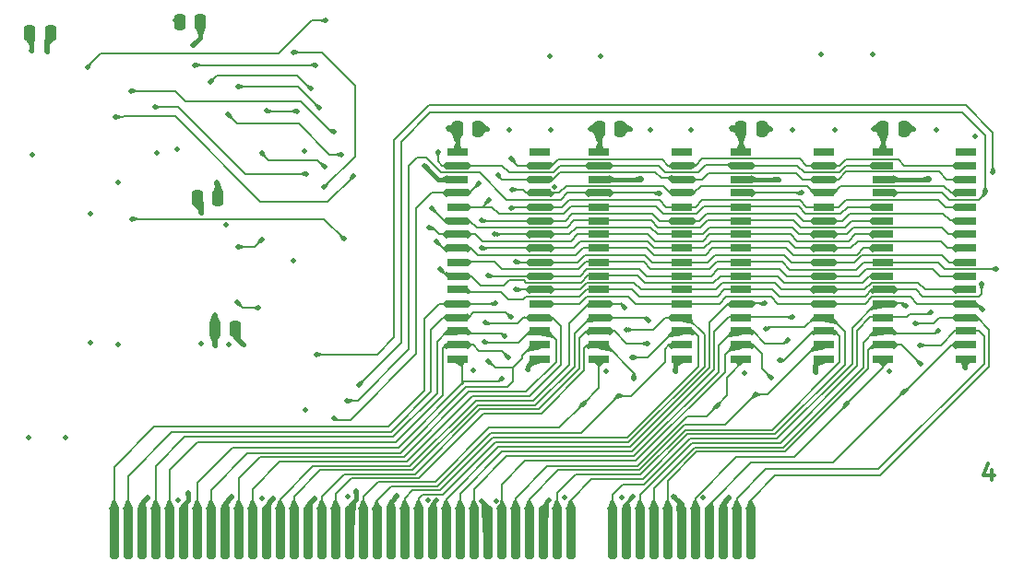
<source format=gbr>
%TF.GenerationSoftware,KiCad,Pcbnew,8.0.4*%
%TF.CreationDate,2024-08-31T23:01:06+02:00*%
%TF.ProjectId,sram,7372616d-2e6b-4696-9361-645f70636258,rev?*%
%TF.SameCoordinates,Original*%
%TF.FileFunction,Copper,L4,Bot*%
%TF.FilePolarity,Positive*%
%FSLAX46Y46*%
G04 Gerber Fmt 4.6, Leading zero omitted, Abs format (unit mm)*
G04 Created by KiCad (PCBNEW 8.0.4) date 2024-08-31 23:01:06*
%MOMM*%
%LPD*%
G01*
G04 APERTURE LIST*
G04 Aperture macros list*
%AMRoundRect*
0 Rectangle with rounded corners*
0 $1 Rounding radius*
0 $2 $3 $4 $5 $6 $7 $8 $9 X,Y pos of 4 corners*
0 Add a 4 corners polygon primitive as box body*
4,1,4,$2,$3,$4,$5,$6,$7,$8,$9,$2,$3,0*
0 Add four circle primitives for the rounded corners*
1,1,$1+$1,$2,$3*
1,1,$1+$1,$4,$5*
1,1,$1+$1,$6,$7*
1,1,$1+$1,$8,$9*
0 Add four rect primitives between the rounded corners*
20,1,$1+$1,$2,$3,$4,$5,0*
20,1,$1+$1,$4,$5,$6,$7,0*
20,1,$1+$1,$6,$7,$8,$9,0*
20,1,$1+$1,$8,$9,$2,$3,0*%
G04 Aperture macros list end*
%ADD10C,0.300000*%
%TA.AperFunction,NonConductor*%
%ADD11C,0.300000*%
%TD*%
%TA.AperFunction,ConnectorPad*%
%ADD12RoundRect,0.400000X-0.057000X-2.089000X0.057000X-2.089000X0.057000X2.089000X-0.057000X2.089000X0*%
%TD*%
%TA.AperFunction,SMDPad,CuDef*%
%ADD13RoundRect,0.250000X-0.250000X-0.475000X0.250000X-0.475000X0.250000X0.475000X-0.250000X0.475000X0*%
%TD*%
%TA.AperFunction,SMDPad,CuDef*%
%ADD14R,1.900000X0.700000*%
%TD*%
%TA.AperFunction,SMDPad,CuDef*%
%ADD15RoundRect,0.250000X0.250000X0.475000X-0.250000X0.475000X-0.250000X-0.475000X0.250000X-0.475000X0*%
%TD*%
%TA.AperFunction,ViaPad*%
%ADD16C,0.500000*%
%TD*%
%TA.AperFunction,Conductor*%
%ADD17C,0.170000*%
%TD*%
%TA.AperFunction,Conductor*%
%ADD18C,0.400000*%
%TD*%
%TA.AperFunction,Conductor*%
%ADD19C,0.300000*%
%TD*%
%TA.AperFunction,Conductor*%
%ADD20C,0.250000*%
%TD*%
G04 APERTURE END LIST*
D10*
D11*
X229110134Y-101729008D02*
X229110134Y-102729008D01*
X228705372Y-101157580D02*
X228300610Y-102229008D01*
X228300610Y-102229008D02*
X229352991Y-102229008D01*
D12*
%TO.P,J1,b47*%
%TO.N,CPU_D31*%
X148510000Y-107500000D03*
%TO.P,J1,b46*%
%TO.N,CPU_D30*%
X149780000Y-107500000D03*
%TO.P,J1,b45*%
%TO.N,GND*%
X151050000Y-107500000D03*
%TO.P,J1,b44*%
%TO.N,CPU_D29*%
X152320000Y-107500000D03*
%TO.P,J1,b43*%
%TO.N,CPU_D28*%
X153590000Y-107500000D03*
%TO.P,J1,b42*%
%TO.N,GND*%
X154860000Y-107500000D03*
%TO.P,J1,b41*%
%TO.N,CPU_D27*%
X156130000Y-107500000D03*
%TO.P,J1,b40*%
%TO.N,CPU_D26*%
X157400000Y-107500000D03*
%TO.P,J1,b39*%
%TO.N,GND*%
X158670000Y-107500000D03*
%TO.P,J1,b38*%
%TO.N,CPU_D25*%
X159940000Y-107500000D03*
%TO.P,J1,b37*%
%TO.N,CPU_D24*%
X161210000Y-107500000D03*
%TO.P,J1,b36*%
%TO.N,GND*%
X162480000Y-107500000D03*
%TO.P,J1,b35*%
%TO.N,CPU_D23*%
X163750000Y-107500000D03*
%TO.P,J1,b34*%
%TO.N,CPU_D22*%
X165020000Y-107500000D03*
%TO.P,J1,b33*%
%TO.N,GND*%
X166290000Y-107500000D03*
%TO.P,J1,b32*%
%TO.N,CPU_D21*%
X167560000Y-107500000D03*
%TO.P,J1,b31*%
%TO.N,CPU_D20*%
X168830000Y-107500000D03*
%TO.P,J1,b30*%
%TO.N,GND*%
X170100000Y-107500000D03*
%TO.P,J1,b29*%
%TO.N,CPU_D19*%
X171370000Y-107500000D03*
%TO.P,J1,b28*%
%TO.N,CPU_D18*%
X172640000Y-107500000D03*
%TO.P,J1,b27*%
%TO.N,GND*%
X173910000Y-107500000D03*
%TO.P,J1,b26*%
%TO.N,CPU_D17*%
X175180000Y-107500000D03*
%TO.P,J1,b25*%
%TO.N,CPU_D16*%
X176450000Y-107500000D03*
%TO.P,J1,b24*%
%TO.N,GND*%
X177720000Y-107500000D03*
%TO.P,J1,b23*%
%TO.N,CPU_D15*%
X178990000Y-107500000D03*
%TO.P,J1,b22*%
%TO.N,CPU_D14*%
X180260000Y-107500000D03*
%TO.P,J1,b21*%
%TO.N,CPU_D13*%
X181530000Y-107500000D03*
%TO.P,J1,b20*%
%TO.N,GND*%
X182800000Y-107500000D03*
%TO.P,J1,b19*%
%TO.N,CPU_D12*%
X184070000Y-107500000D03*
%TO.P,J1,b18*%
%TO.N,CPU_D11*%
X185340000Y-107500000D03*
%TO.P,J1,b17*%
%TO.N,CPU_D10*%
X186610000Y-107500000D03*
%TO.P,J1,b16*%
%TO.N,GND*%
X187880000Y-107500000D03*
%TO.P,J1,b15*%
%TO.N,CPU_D9*%
X189150000Y-107500000D03*
%TO.P,J1,b14*%
%TO.N,CPU_D8*%
X190420000Y-107500000D03*
%TO.P,J1,b11*%
%TO.N,CPU_D7*%
X194230000Y-107500000D03*
%TO.P,J1,b10*%
%TO.N,GND*%
X195500000Y-107500000D03*
%TO.P,J1,b9*%
%TO.N,CPU_D6*%
X196770000Y-107500000D03*
%TO.P,J1,b8*%
%TO.N,CPU_D5*%
X198040000Y-107500000D03*
%TO.P,J1,b7*%
%TO.N,CPU_D4*%
X199310000Y-107500000D03*
%TO.P,J1,b6*%
%TO.N,GND*%
X200580000Y-107500000D03*
%TO.P,J1,b5*%
%TO.N,CPU_D3*%
X201850000Y-107500000D03*
%TO.P,J1,b4*%
%TO.N,CPU_D2*%
X203120000Y-107500000D03*
%TO.P,J1,b3*%
%TO.N,GND*%
X204390000Y-107500000D03*
%TO.P,J1,b2*%
%TO.N,CPU_D1*%
X205660000Y-107500000D03*
%TO.P,J1,b1*%
%TO.N,CPU_D0*%
X206930000Y-107500000D03*
%TD*%
D13*
%TO.P,C11,2*%
%TO.N,GND*%
X156450000Y-60580000D03*
%TO.P,C11,1*%
%TO.N,+5V*%
X154550000Y-60580000D03*
%TD*%
%TO.P,C12,2*%
%TO.N,GND*%
X142690000Y-61590000D03*
%TO.P,C12,1*%
%TO.N,+5V*%
X140790000Y-61590000D03*
%TD*%
%TO.P,C8,2*%
%TO.N,GND*%
X207980000Y-70400000D03*
%TO.P,C8,1*%
%TO.N,+5V*%
X206080000Y-70400000D03*
%TD*%
%TO.P,C14,2*%
%TO.N,GND*%
X159670000Y-88790000D03*
%TO.P,C14,1*%
%TO.N,+5V*%
X157770000Y-88790000D03*
%TD*%
D14*
%TO.P,U5,32,VDD*%
%TO.N,+5V*%
X219120000Y-72517500D03*
%TO.P,U5,31,A15*%
%TO.N,Cache_A18*%
X219120000Y-73787500D03*
%TO.P,U5,30,CE2*%
%TO.N,+5V*%
X219120000Y-75057500D03*
%TO.P,U5,29,~{WE}*%
%TO.N,CWE0*%
X219120000Y-76317500D03*
%TO.P,U5,28,A13*%
%TO.N,Cache_A16*%
X219120000Y-77597500D03*
%TO.P,U5,27,A8*%
%TO.N,Cache_A11*%
X219120000Y-78867500D03*
%TO.P,U5,26,A9*%
%TO.N,Cache_A12*%
X219120000Y-80127500D03*
%TO.P,U5,25,A11*%
%TO.N,Cache_A14*%
X219120000Y-81397500D03*
%TO.P,U5,24,~{OE}*%
%TO.N,COEB*%
X219120000Y-82677500D03*
%TO.P,U5,23,A10*%
%TO.N,Cache_A13*%
X219120000Y-83947500D03*
%TO.P,U5,22,~{CE1}*%
%TO.N,CCSB*%
X219120000Y-85207500D03*
%TO.P,U5,21,I/O7*%
%TO.N,CPU_D7*%
X219120000Y-86487500D03*
%TO.P,U5,20,I/O6*%
%TO.N,CPU_D6*%
X219120000Y-87757500D03*
%TO.P,U5,19,I/O5*%
%TO.N,CPU_D5*%
X219120000Y-89017500D03*
%TO.P,U5,18,I/O4*%
%TO.N,CPU_D4*%
X219120000Y-90287500D03*
%TO.P,U5,17,I/O3*%
%TO.N,CPU_D3*%
X219120000Y-91567500D03*
%TO.P,U5,16,GND*%
%TO.N,GND*%
X226720000Y-91567500D03*
%TO.P,U5,15,I/O2*%
%TO.N,CPU_D2*%
X226720000Y-90287500D03*
%TO.P,U5,14,I/O1*%
%TO.N,CPU_D1*%
X226720000Y-89017500D03*
%TO.P,U5,13,I/O0*%
%TO.N,CPU_D0*%
X226720000Y-87757500D03*
%TO.P,U5,12,A0*%
%TO.N,CA3BA2*%
X226720000Y-86487500D03*
%TO.P,U5,11,A1*%
%TO.N,Cache_A4*%
X226720000Y-85207500D03*
%TO.P,U5,10,A2*%
%TO.N,Cache_A5*%
X226720000Y-83947500D03*
%TO.P,U5,9,A3*%
%TO.N,Cache_A6*%
X226720000Y-82677500D03*
%TO.P,U5,8,A4*%
%TO.N,Cache_A7*%
X226720000Y-81397500D03*
%TO.P,U5,7,A5*%
%TO.N,Cache_A8*%
X226720000Y-80127500D03*
%TO.P,U5,6,A6*%
%TO.N,Cache_A9*%
X226720000Y-78867500D03*
%TO.P,U5,5,A7*%
%TO.N,Cache_A10*%
X226720000Y-77597500D03*
%TO.P,U5,4,A12*%
%TO.N,Cache_A15*%
X226720000Y-76317500D03*
%TO.P,U5,3,A14*%
%TO.N,Cache_A17*%
X226720000Y-75057500D03*
%TO.P,U5,2,A16*%
%TO.N,Cache_A19*%
X226720000Y-73787500D03*
%TO.P,U5,1,NC*%
%TO.N,unconnected-(U5-NC-Pad1)*%
X226720000Y-72517500D03*
%TD*%
%TO.P,U6,32,VDD*%
%TO.N,+5V*%
X206070000Y-72517500D03*
%TO.P,U6,31,A15*%
%TO.N,Cache_A18*%
X206070000Y-73787500D03*
%TO.P,U6,30,CE2*%
%TO.N,+5V*%
X206070000Y-75057500D03*
%TO.P,U6,29,~{WE}*%
%TO.N,CWE1*%
X206070000Y-76317500D03*
%TO.P,U6,28,A13*%
%TO.N,Cache_A16*%
X206070000Y-77597500D03*
%TO.P,U6,27,A8*%
%TO.N,Cache_A11*%
X206070000Y-78867500D03*
%TO.P,U6,26,A9*%
%TO.N,Cache_A12*%
X206070000Y-80127500D03*
%TO.P,U6,25,A11*%
%TO.N,Cache_A14*%
X206070000Y-81397500D03*
%TO.P,U6,24,~{OE}*%
%TO.N,COEB*%
X206070000Y-82677500D03*
%TO.P,U6,23,A10*%
%TO.N,Cache_A13*%
X206070000Y-83947500D03*
%TO.P,U6,22,~{CE1}*%
%TO.N,CCSB*%
X206070000Y-85207500D03*
%TO.P,U6,21,I/O7*%
%TO.N,CPU_D15*%
X206070000Y-86487500D03*
%TO.P,U6,20,I/O6*%
%TO.N,CPU_D14*%
X206070000Y-87757500D03*
%TO.P,U6,19,I/O5*%
%TO.N,CPU_D13*%
X206070000Y-89017500D03*
%TO.P,U6,18,I/O4*%
%TO.N,CPU_D12*%
X206070000Y-90287500D03*
%TO.P,U6,17,I/O3*%
%TO.N,CPU_D11*%
X206070000Y-91567500D03*
%TO.P,U6,16,GND*%
%TO.N,GND*%
X213670000Y-91567500D03*
%TO.P,U6,15,I/O2*%
%TO.N,CPU_D10*%
X213670000Y-90287500D03*
%TO.P,U6,14,I/O1*%
%TO.N,CPU_D9*%
X213670000Y-89017500D03*
%TO.P,U6,13,I/O0*%
%TO.N,CPU_D8*%
X213670000Y-87757500D03*
%TO.P,U6,12,A0*%
%TO.N,CA3BA2*%
X213670000Y-86487500D03*
%TO.P,U6,11,A1*%
%TO.N,Cache_A4*%
X213670000Y-85207500D03*
%TO.P,U6,10,A2*%
%TO.N,Cache_A5*%
X213670000Y-83947500D03*
%TO.P,U6,9,A3*%
%TO.N,Cache_A6*%
X213670000Y-82677500D03*
%TO.P,U6,8,A4*%
%TO.N,Cache_A7*%
X213670000Y-81397500D03*
%TO.P,U6,7,A5*%
%TO.N,Cache_A8*%
X213670000Y-80127500D03*
%TO.P,U6,6,A6*%
%TO.N,Cache_A9*%
X213670000Y-78867500D03*
%TO.P,U6,5,A7*%
%TO.N,Cache_A10*%
X213670000Y-77597500D03*
%TO.P,U6,4,A12*%
%TO.N,Cache_A15*%
X213670000Y-76317500D03*
%TO.P,U6,3,A14*%
%TO.N,Cache_A17*%
X213670000Y-75057500D03*
%TO.P,U6,2,A16*%
%TO.N,Cache_A19*%
X213670000Y-73787500D03*
%TO.P,U6,1,NC*%
%TO.N,unconnected-(U6-NC-Pad1)*%
X213670000Y-72517500D03*
%TD*%
D13*
%TO.P,C7,2*%
%TO.N,GND*%
X221000000Y-70400000D03*
%TO.P,C7,1*%
%TO.N,+5V*%
X219100000Y-70400000D03*
%TD*%
%TO.P,C9,2*%
%TO.N,GND*%
X181920000Y-70400000D03*
%TO.P,C9,1*%
%TO.N,+5V*%
X180020000Y-70400000D03*
%TD*%
%TO.P,C10,2*%
%TO.N,GND*%
X194970000Y-70400000D03*
%TO.P,C10,1*%
%TO.N,+5V*%
X193070000Y-70400000D03*
%TD*%
D15*
%TO.P,C13,2*%
%TO.N,GND*%
X156160000Y-76810000D03*
%TO.P,C13,1*%
%TO.N,+5V*%
X158060000Y-76810000D03*
%TD*%
D14*
%TO.P,U7,32,VDD*%
%TO.N,+5V*%
X193040000Y-72517500D03*
%TO.P,U7,31,A15*%
%TO.N,Cache_A18*%
X193040000Y-73787500D03*
%TO.P,U7,30,CE2*%
%TO.N,+5V*%
X193040000Y-75057500D03*
%TO.P,U7,29,~{WE}*%
%TO.N,CWE2*%
X193040000Y-76317500D03*
%TO.P,U7,28,A13*%
%TO.N,Cache_A16*%
X193040000Y-77597500D03*
%TO.P,U7,27,A8*%
%TO.N,Cache_A11*%
X193040000Y-78867500D03*
%TO.P,U7,26,A9*%
%TO.N,Cache_A12*%
X193040000Y-80127500D03*
%TO.P,U7,25,A11*%
%TO.N,Cache_A14*%
X193040000Y-81397500D03*
%TO.P,U7,24,~{OE}*%
%TO.N,COEB*%
X193040000Y-82677500D03*
%TO.P,U7,23,A10*%
%TO.N,Cache_A13*%
X193040000Y-83947500D03*
%TO.P,U7,22,~{CE1}*%
%TO.N,CCSB*%
X193040000Y-85207500D03*
%TO.P,U7,21,I/O7*%
%TO.N,CPU_D23*%
X193040000Y-86487500D03*
%TO.P,U7,20,I/O6*%
%TO.N,CPU_D22*%
X193040000Y-87757500D03*
%TO.P,U7,19,I/O5*%
%TO.N,CPU_D21*%
X193040000Y-89017500D03*
%TO.P,U7,18,I/O4*%
%TO.N,CPU_D20*%
X193040000Y-90287500D03*
%TO.P,U7,17,I/O3*%
%TO.N,CPU_D19*%
X193040000Y-91567500D03*
%TO.P,U7,16,GND*%
%TO.N,GND*%
X200640000Y-91567500D03*
%TO.P,U7,15,I/O2*%
%TO.N,CPU_D18*%
X200640000Y-90287500D03*
%TO.P,U7,14,I/O1*%
%TO.N,CPU_D17*%
X200640000Y-89017500D03*
%TO.P,U7,13,I/O0*%
%TO.N,CPU_D16*%
X200640000Y-87757500D03*
%TO.P,U7,12,A0*%
%TO.N,CA3BA2*%
X200640000Y-86487500D03*
%TO.P,U7,11,A1*%
%TO.N,Cache_A4*%
X200640000Y-85207500D03*
%TO.P,U7,10,A2*%
%TO.N,Cache_A5*%
X200640000Y-83947500D03*
%TO.P,U7,9,A3*%
%TO.N,Cache_A6*%
X200640000Y-82677500D03*
%TO.P,U7,8,A4*%
%TO.N,Cache_A7*%
X200640000Y-81397500D03*
%TO.P,U7,7,A5*%
%TO.N,Cache_A8*%
X200640000Y-80127500D03*
%TO.P,U7,6,A6*%
%TO.N,Cache_A9*%
X200640000Y-78867500D03*
%TO.P,U7,5,A7*%
%TO.N,Cache_A10*%
X200640000Y-77597500D03*
%TO.P,U7,4,A12*%
%TO.N,Cache_A15*%
X200640000Y-76317500D03*
%TO.P,U7,3,A14*%
%TO.N,Cache_A17*%
X200640000Y-75057500D03*
%TO.P,U7,2,A16*%
%TO.N,Cache_A19*%
X200640000Y-73787500D03*
%TO.P,U7,1,NC*%
%TO.N,unconnected-(U7-NC-Pad1)*%
X200640000Y-72517500D03*
%TD*%
%TO.P,U8,32,VDD*%
%TO.N,+5V*%
X180016666Y-72517500D03*
%TO.P,U8,31,A15*%
%TO.N,Cache_A18*%
X180016666Y-73787500D03*
%TO.P,U8,30,CE2*%
%TO.N,+5V*%
X180016666Y-75057500D03*
%TO.P,U8,29,~{WE}*%
%TO.N,CWE3*%
X180016666Y-76317500D03*
%TO.P,U8,28,A13*%
%TO.N,Cache_A16*%
X180016666Y-77597500D03*
%TO.P,U8,27,A8*%
%TO.N,Cache_A11*%
X180016666Y-78867500D03*
%TO.P,U8,26,A9*%
%TO.N,Cache_A12*%
X180016666Y-80127500D03*
%TO.P,U8,25,A11*%
%TO.N,Cache_A14*%
X180016666Y-81397500D03*
%TO.P,U8,24,~{OE}*%
%TO.N,COEB*%
X180016666Y-82677500D03*
%TO.P,U8,23,A10*%
%TO.N,Cache_A13*%
X180016666Y-83947500D03*
%TO.P,U8,22,~{CE1}*%
%TO.N,CCSB*%
X180016666Y-85207500D03*
%TO.P,U8,21,I/O7*%
%TO.N,CPU_D31*%
X180016666Y-86487500D03*
%TO.P,U8,20,I/O6*%
%TO.N,CPU_D30*%
X180016666Y-87757500D03*
%TO.P,U8,19,I/O5*%
%TO.N,CPU_D29*%
X180016666Y-89017500D03*
%TO.P,U8,18,I/O4*%
%TO.N,CPU_D28*%
X180016666Y-90287500D03*
%TO.P,U8,17,I/O3*%
%TO.N,CPU_D27*%
X180016666Y-91567500D03*
%TO.P,U8,16,GND*%
%TO.N,GND*%
X187616666Y-91567500D03*
%TO.P,U8,15,I/O2*%
%TO.N,CPU_D26*%
X187616666Y-90287500D03*
%TO.P,U8,14,I/O1*%
%TO.N,CPU_D25*%
X187616666Y-89017500D03*
%TO.P,U8,13,I/O0*%
%TO.N,CPU_D24*%
X187616666Y-87757500D03*
%TO.P,U8,12,A0*%
%TO.N,CA3BA2*%
X187616666Y-86487500D03*
%TO.P,U8,11,A1*%
%TO.N,Cache_A4*%
X187616666Y-85207500D03*
%TO.P,U8,10,A2*%
%TO.N,Cache_A5*%
X187616666Y-83947500D03*
%TO.P,U8,9,A3*%
%TO.N,Cache_A6*%
X187616666Y-82677500D03*
%TO.P,U8,8,A4*%
%TO.N,Cache_A7*%
X187616666Y-81397500D03*
%TO.P,U8,7,A5*%
%TO.N,Cache_A8*%
X187616666Y-80127500D03*
%TO.P,U8,6,A6*%
%TO.N,Cache_A9*%
X187616666Y-78867500D03*
%TO.P,U8,5,A7*%
%TO.N,Cache_A10*%
X187616666Y-77597500D03*
%TO.P,U8,4,A12*%
%TO.N,Cache_A15*%
X187616666Y-76317500D03*
%TO.P,U8,3,A14*%
%TO.N,Cache_A17*%
X187616666Y-75057500D03*
%TO.P,U8,2,A16*%
%TO.N,Cache_A19*%
X187616666Y-73787500D03*
%TO.P,U8,1,NC*%
%TO.N,unconnected-(U8-NC-Pad1)*%
X187616666Y-72517500D03*
%TD*%
D16*
%TO.N,+5V*%
X177030000Y-73780000D03*
X188930000Y-75780000D03*
%TO.N,GND*%
X166030000Y-72470000D03*
X155750000Y-62760000D03*
%TO.N,+5V*%
X148880000Y-90210000D03*
X148900000Y-75380000D03*
%TO.N,GND*%
X166070000Y-96290000D03*
X140712500Y-98832500D03*
X144062500Y-98812500D03*
%TO.N,TIO10*%
X161790000Y-86880000D03*
X159800000Y-86350000D03*
%TO.N,GND*%
X156490000Y-90170000D03*
%TO.N,+5V*%
X146360000Y-90100000D03*
X146360000Y-78230000D03*
X154150000Y-60410000D03*
%TO.N,GND*%
X164990000Y-82520000D03*
X158830000Y-79200000D03*
X154320000Y-72320000D03*
X152430000Y-72600000D03*
X141050000Y-72780000D03*
X142340000Y-63290000D03*
%TO.N,+5V*%
X140970000Y-63240000D03*
%TO.N,GND*%
X156530000Y-78160000D03*
%TO.N,+5V*%
X157910000Y-75370000D03*
X157760000Y-90360000D03*
%TO.N,GND*%
X159040000Y-90210000D03*
X160400000Y-90270000D03*
%TO.N,+5V*%
X157770000Y-87550000D03*
X227560000Y-71090000D03*
%TO.N,GND*%
X224000000Y-70510000D03*
%TO.N,+5V*%
X214700000Y-70480000D03*
%TO.N,GND*%
X210750000Y-70550000D03*
%TO.N,+5V*%
X201450000Y-70480000D03*
%TO.N,GND*%
X197780000Y-70550000D03*
X184830000Y-70550000D03*
%TO.N,+5V*%
X188570000Y-70510000D03*
X223330000Y-74990000D03*
X209540000Y-75057500D03*
X196880000Y-75010000D03*
%TO.N,Cache_A19*%
X184940000Y-73150000D03*
%TO.N,Cache_A18*%
X178240000Y-72510000D03*
%TO.N,+5V*%
X179170000Y-70380000D03*
%TO.N,GND*%
X182730000Y-70400000D03*
%TO.N,+5V*%
X192200000Y-70440000D03*
%TO.N,GND*%
X195870000Y-70420000D03*
%TO.N,+5V*%
X205190000Y-70380000D03*
%TO.N,GND*%
X208770000Y-70400000D03*
%TO.N,+5V*%
X218220000Y-70420000D03*
%TO.N,GND*%
X221890000Y-70400000D03*
%TO.N,CWE1*%
X229170000Y-74390000D03*
%TO.N,Cache_A5*%
X165000000Y-63390000D03*
%TO.N,Cache_A8*%
X169380000Y-72770000D03*
%TO.N,Cache_A16*%
X146120000Y-64770000D03*
%TO.N,Cache_A10*%
X155900000Y-64550000D03*
%TO.N,Cache_A6*%
X162060000Y-72670000D03*
%TO.N,Cache_A14*%
X148650000Y-69320000D03*
%TO.N,Cache_A8*%
X158980000Y-69070000D03*
%TO.N,Cache_A7*%
X162510000Y-68760000D03*
%TO.N,Cache_A9*%
X159910000Y-66550000D03*
%TO.N,Cache_A11*%
X157370000Y-66090000D03*
%TO.N,Cache_A13*%
X152240000Y-68430000D03*
%TO.N,Cache_A16*%
X167920000Y-60480000D03*
%TO.N,Cache_A10*%
X167040000Y-64550000D03*
%TO.N,Cache_A11*%
X166570000Y-66730000D03*
%TO.N,Cache_A9*%
X167380000Y-68510000D03*
%TO.N,Cache_A12*%
X150100000Y-66940000D03*
X168665000Y-70715000D03*
%TO.N,Cache_A14*%
X170500000Y-74730000D03*
%TO.N,Cache_A7*%
X165280000Y-68800000D03*
%TO.N,Cache_A6*%
X167840000Y-73910000D03*
%TO.N,Cache_A13*%
X166140000Y-74560000D03*
%TO.N,Cache_A5*%
X167790000Y-75800000D03*
%TO.N,CWE0*%
X170975000Y-93985000D03*
%TO.N,CWE1*%
X167090000Y-91160000D03*
%TO.N,CWE3*%
X168660000Y-97000000D03*
%TO.N,TAG_WE*%
X150140000Y-78690000D03*
X169620000Y-80550000D03*
%TO.N,TIO10*%
X162070000Y-80610000D03*
X159870000Y-81280000D03*
%TO.N,+5V*%
X162100000Y-104350000D03*
X202600000Y-104300000D03*
X189900000Y-104300000D03*
X177300000Y-104550000D03*
X193130707Y-63720707D03*
X195100000Y-104300000D03*
X218149000Y-63590000D03*
X169950000Y-104200000D03*
X154380000Y-104590000D03*
X183570000Y-104620000D03*
%TO.N,Cache_A17*%
X183740000Y-74690000D03*
%TO.N,Cache_A15*%
X185044231Y-76000000D03*
%TO.N,Cache_A10*%
X184948750Y-77751250D03*
%TO.N,Cache_A9*%
X182245000Y-78857500D03*
%TO.N,Cache_A8*%
X183475000Y-80127500D03*
%TO.N,Cache_A7*%
X182245000Y-81397500D03*
%TO.N,Cache_A6*%
X185420000Y-82667500D03*
%TO.N,Cache_A5*%
X182880000Y-83937500D03*
%TO.N,Cache_A4*%
X185420000Y-85207500D03*
%TO.N,Cache_A13*%
X178435000Y-83300000D03*
%TO.N,Cache_A14*%
X178070000Y-80770000D03*
%TO.N,CPU_D0*%
X222000000Y-88325000D03*
%TO.N,CPU_D2*%
X220980000Y-94615000D03*
%TO.N,CPU_D1*%
X222460169Y-90306231D03*
%TO.N,CPU_D3*%
X215732500Y-95717500D03*
%TO.N,GND*%
X188450000Y-104550000D03*
X199900000Y-104250000D03*
X226590000Y-92380000D03*
X155350000Y-103850000D03*
X170750000Y-103700000D03*
X219710000Y-92710000D03*
X151590000Y-104290000D03*
X196150000Y-104200000D03*
X204950000Y-104300000D03*
X213399000Y-63590000D03*
X200025000Y-92710000D03*
X193675000Y-92710000D03*
X174500000Y-104150000D03*
X181497913Y-92628747D03*
X212870501Y-92769051D03*
X159300000Y-104250000D03*
X163100000Y-104400000D03*
X206375000Y-92839545D03*
X166900000Y-104350000D03*
X188515707Y-63720707D03*
X182260000Y-104620000D03*
X186507111Y-92527800D03*
X178100000Y-104550000D03*
%TO.N,CPU_D4*%
X222546404Y-92055562D03*
%TO.N,CPU_D5*%
X224155000Y-89017500D03*
%TO.N,CPU_D6*%
X223511411Y-87314026D03*
%TO.N,CPU_D7*%
X221159539Y-86666525D03*
%TO.N,CPU_D8*%
X208319342Y-88846402D03*
%TO.N,CPU_D9*%
X209625181Y-91679826D03*
%TO.N,CPU_D10*%
X207399766Y-94850235D03*
%TO.N,CPU_D11*%
X203835000Y-95885000D03*
%TO.N,CPU_D12*%
X208820324Y-93305965D03*
%TO.N,CPU_D13*%
X210339697Y-89815515D03*
%TO.N,CPU_D14*%
X210820000Y-87747500D03*
%TO.N,CPU_D15*%
X208257692Y-86474851D03*
%TO.N,CPU_D16*%
X195580000Y-88900000D03*
%TO.N,CPU_D17*%
X196075000Y-91440000D03*
%TO.N,CPU_D18*%
X194800655Y-94949346D03*
%TO.N,CPU_D19*%
X191540000Y-95710000D03*
%TO.N,CPU_D20*%
X196215000Y-93345000D03*
%TO.N,CPU_D21*%
X197485000Y-90170000D03*
%TO.N,CPU_D22*%
X197552512Y-88021029D03*
%TO.N,CPU_D23*%
X195401600Y-86844235D03*
%TO.N,CPU_D24*%
X182561048Y-88252171D03*
%TO.N,CPU_D25*%
X182484853Y-90022033D03*
%TO.N,CPU_D26*%
X182880000Y-91779577D03*
%TO.N,CPU_D27*%
X184150000Y-93345000D03*
%TO.N,CPU_D28*%
X184726953Y-91459277D03*
%TO.N,CPU_D29*%
X184403650Y-89490823D03*
%TO.N,CPU_D30*%
X184950000Y-87747500D03*
%TO.N,CPU_D31*%
X183515000Y-86477500D03*
%TO.N,Cache_A12*%
X177450000Y-79500000D03*
%TO.N,Cache_A11*%
X177650000Y-77690000D03*
%TO.N,Cache_A16*%
X182950000Y-76958666D03*
%TO.N,CWE0*%
X228460554Y-76228256D03*
%TO.N,CWE1*%
X211625000Y-76317500D03*
%TO.N,CWE3*%
X182010000Y-75460000D03*
%TO.N,COEB*%
X229532223Y-83300000D03*
%TO.N,CCSB*%
X228151560Y-84641560D03*
%TO.N,CA3BA2*%
X228230000Y-87040000D03*
%TO.N,CWE2*%
X169920000Y-95430000D03*
X198570000Y-76360000D03*
%TD*%
D17*
%TO.N,Cache_A11*%
X157960000Y-65500000D02*
X157370000Y-66090000D01*
X165300000Y-65500000D02*
X157960000Y-65500000D01*
X166530000Y-66730000D02*
X165300000Y-65500000D01*
X166570000Y-66730000D02*
X166530000Y-66730000D01*
%TO.N,Cache_A12*%
X165630000Y-67860000D02*
X155030000Y-67860000D01*
X150140000Y-66980000D02*
X150100000Y-66940000D01*
X168485000Y-70715000D02*
X165630000Y-67860000D01*
X154150000Y-66980000D02*
X150140000Y-66980000D01*
X168665000Y-70715000D02*
X168485000Y-70715000D01*
X155030000Y-67860000D02*
X154150000Y-66980000D01*
%TO.N,Cache_A9*%
X167310000Y-68510000D02*
X167380000Y-68510000D01*
X165370000Y-66570000D02*
X167310000Y-68510000D01*
X159930000Y-66570000D02*
X165370000Y-66570000D01*
X159910000Y-66550000D02*
X159930000Y-66570000D01*
%TO.N,Cache_A5*%
X170640000Y-66420000D02*
X167610000Y-63390000D01*
X170640000Y-72950000D02*
X170640000Y-66420000D01*
X167610000Y-63390000D02*
X165000000Y-63390000D01*
X167790000Y-75800000D02*
X170640000Y-72950000D01*
%TO.N,Cache_A14*%
X149360000Y-69290000D02*
X149330000Y-69320000D01*
X149330000Y-69320000D02*
X148650000Y-69320000D01*
X154110000Y-69290000D02*
X149360000Y-69290000D01*
X170500000Y-74800000D02*
X168150000Y-77150000D01*
X170500000Y-74730000D02*
X170500000Y-74800000D01*
X161970000Y-77150000D02*
X154110000Y-69290000D01*
X168150000Y-77150000D02*
X161970000Y-77150000D01*
%TO.N,Cache_A16*%
X166640000Y-60480000D02*
X167920000Y-60480000D01*
X163630000Y-63490000D02*
X166640000Y-60480000D01*
X147280000Y-63490000D02*
X163630000Y-63490000D01*
X146120000Y-64650000D02*
X147280000Y-63490000D01*
X146120000Y-64770000D02*
X146120000Y-64650000D01*
D18*
%TO.N,+5V*%
X178307500Y-75057500D02*
X177030000Y-73780000D01*
X180016666Y-75057500D02*
X178307500Y-75057500D01*
D17*
%TO.N,CWE2*%
X169980000Y-95370000D02*
X169920000Y-95430000D01*
X175567232Y-90702768D02*
X170900000Y-95370000D01*
X175567232Y-73842768D02*
X175567232Y-90702768D01*
X177200000Y-73100000D02*
X176310000Y-73100000D01*
X176310000Y-73100000D02*
X175567232Y-73842768D01*
X178530000Y-74430000D02*
X177200000Y-73100000D01*
X184550000Y-76940000D02*
X182040000Y-74430000D01*
X182040000Y-74430000D02*
X178530000Y-74430000D01*
X189490000Y-76940000D02*
X184550000Y-76940000D01*
X193040000Y-76317500D02*
X190112500Y-76317500D01*
X170900000Y-95370000D02*
X169980000Y-95370000D01*
X190112500Y-76317500D02*
X189490000Y-76940000D01*
%TO.N,Cache_A18*%
X178647500Y-73787500D02*
X180016666Y-73787500D01*
X178240000Y-73380000D02*
X178647500Y-73787500D01*
X178240000Y-72510000D02*
X178240000Y-73380000D01*
%TO.N,Cache_A15*%
X186347500Y-76317500D02*
X187616666Y-76317500D01*
X186030000Y-76000000D02*
X186347500Y-76317500D01*
X185044231Y-76000000D02*
X186030000Y-76000000D01*
%TO.N,Cache_A18*%
X189432500Y-73787500D02*
X193040000Y-73787500D01*
X188810000Y-74410000D02*
X189432500Y-73787500D01*
X184147500Y-73787500D02*
X184770000Y-74410000D01*
X184770000Y-74410000D02*
X188810000Y-74410000D01*
X180016666Y-73787500D02*
X184147500Y-73787500D01*
%TO.N,Cache_A17*%
X183740000Y-74690000D02*
X184107500Y-75057500D01*
X184107500Y-75057500D02*
X187616666Y-75057500D01*
%TO.N,Cache_A19*%
X184940000Y-73150000D02*
X185577500Y-73787500D01*
X185577500Y-73787500D02*
X187616666Y-73787500D01*
%TO.N,Cache_A10*%
X184948750Y-77751250D02*
X185102500Y-77597500D01*
X185102500Y-77597500D02*
X187616666Y-77597500D01*
%TO.N,CWE3*%
X182010000Y-75460000D02*
X181152500Y-76317500D01*
X181152500Y-76317500D02*
X180016666Y-76317500D01*
%TO.N,Cache_A16*%
X182311166Y-77597500D02*
X180016666Y-77597500D01*
X182950000Y-76958666D02*
X182311166Y-77597500D01*
%TO.N,CWE1*%
X229170000Y-70760000D02*
X229170000Y-74390000D01*
X177380000Y-68250000D02*
X226660000Y-68250000D01*
X174210000Y-71420000D02*
X177380000Y-68250000D01*
X174210000Y-89600000D02*
X174210000Y-71420000D01*
X172650000Y-91160000D02*
X174210000Y-89600000D01*
X167090000Y-91160000D02*
X172650000Y-91160000D01*
X226660000Y-68250000D02*
X229170000Y-70760000D01*
%TO.N,CWE0*%
X226363947Y-68940000D02*
X228460554Y-71036607D01*
X177540000Y-68940000D02*
X226363947Y-68940000D01*
X174850000Y-90110000D02*
X174850000Y-71630000D01*
X174850000Y-71630000D02*
X177540000Y-68940000D01*
X228460554Y-71036607D02*
X228460554Y-76228256D01*
X170975000Y-93985000D02*
X174850000Y-90110000D01*
%TO.N,CPU_D3*%
X205608449Y-100600000D02*
X201850000Y-104358449D01*
X215732500Y-95807500D02*
X210940000Y-100600000D01*
X210940000Y-100600000D02*
X205608449Y-100600000D01*
X215732500Y-95717500D02*
X215732500Y-95807500D01*
X201850000Y-104358449D02*
X201850000Y-107500000D01*
%TO.N,Cache_A15*%
X199537500Y-76317500D02*
X201262500Y-76317500D01*
X198891126Y-75671126D02*
X199537500Y-76317500D01*
X189362500Y-76317500D02*
X190008874Y-75671126D01*
X190008874Y-75671126D02*
X198891126Y-75671126D01*
X187616666Y-76317500D02*
X189362500Y-76317500D01*
%TO.N,CWE2*%
X198527500Y-76317500D02*
X193040000Y-76317500D01*
X198570000Y-76360000D02*
X198527500Y-76317500D01*
D18*
%TO.N,+5V*%
X196832500Y-75057500D02*
X193040000Y-75057500D01*
X196880000Y-75010000D02*
X196832500Y-75057500D01*
D17*
%TO.N,CPU_D28*%
X182003407Y-90830000D02*
X181460907Y-90287500D01*
X184097676Y-90830000D02*
X182003407Y-90830000D01*
X184726953Y-91459277D02*
X184097676Y-90830000D01*
X181460907Y-90287500D02*
X179976666Y-90287500D01*
%TO.N,CPU_D25*%
X161900000Y-100600000D02*
X159940000Y-102560000D01*
X159940000Y-102560000D02*
X159940000Y-107500000D01*
X175100000Y-100600000D02*
X161900000Y-100600000D01*
X181100000Y-94600000D02*
X175100000Y-100600000D01*
X186340000Y-94600000D02*
X181100000Y-94600000D01*
X189100000Y-91840000D02*
X186340000Y-94600000D01*
X188267500Y-89017500D02*
X189100000Y-89850000D01*
X186717938Y-89017500D02*
X188267500Y-89017500D01*
X185635438Y-90100000D02*
X186717938Y-89017500D01*
X182562820Y-90100000D02*
X185635438Y-90100000D01*
X182484853Y-90022033D02*
X182562820Y-90100000D01*
X189100000Y-89850000D02*
X189100000Y-91840000D01*
%TO.N,CPU_D29*%
X184112827Y-89200000D02*
X184403650Y-89490823D01*
X180199166Y-89200000D02*
X184112827Y-89200000D01*
X180016666Y-89017500D02*
X180199166Y-89200000D01*
%TO.N,CPU_D24*%
X186187500Y-87757500D02*
X187616666Y-87757500D01*
X186177500Y-87747500D02*
X186187500Y-87757500D01*
X185585000Y-88340000D02*
X186177500Y-87747500D01*
X182561048Y-88252171D02*
X182648877Y-88340000D01*
X182648877Y-88340000D02*
X185585000Y-88340000D01*
%TO.N,Cache_A16*%
X219530000Y-77597500D02*
X219540000Y-77587500D01*
X215852500Y-77597500D02*
X219530000Y-77597500D01*
X212000000Y-78250000D02*
X215200000Y-78250000D01*
X211337500Y-77587500D02*
X212000000Y-78250000D01*
X202662500Y-77587500D02*
X211337500Y-77587500D01*
X202000000Y-78250000D02*
X202662500Y-77587500D01*
X198900000Y-78250000D02*
X202000000Y-78250000D01*
X198237500Y-77587500D02*
X198900000Y-78250000D01*
X189788564Y-78250000D02*
X190451064Y-77587500D01*
X183820711Y-78250000D02*
X189788564Y-78250000D01*
X183168211Y-77597500D02*
X183820711Y-78250000D01*
X215200000Y-78250000D02*
X215852500Y-77597500D01*
X190451064Y-77587500D02*
X198237500Y-77587500D01*
X180016666Y-77597500D02*
X183168211Y-77597500D01*
%TO.N,CWE3*%
X177682500Y-76317500D02*
X180016666Y-76317500D01*
X176260000Y-77740000D02*
X177682500Y-76317500D01*
X170200000Y-97190000D02*
X176260000Y-91130000D01*
X168850000Y-97190000D02*
X170200000Y-97190000D01*
X168660000Y-97000000D02*
X168850000Y-97190000D01*
X176260000Y-91130000D02*
X176260000Y-77740000D01*
%TO.N,CPU_D22*%
X181900000Y-95800000D02*
X175900000Y-101800000D01*
X187200000Y-95800000D02*
X181900000Y-95800000D01*
X190760000Y-92240000D02*
X187200000Y-95800000D01*
X167459779Y-101800000D02*
X165020000Y-104239779D01*
X165020000Y-104239779D02*
X165020000Y-107500000D01*
X190760000Y-89240000D02*
X190760000Y-92240000D01*
X192242500Y-87757500D02*
X190760000Y-89240000D01*
X193040000Y-87757500D02*
X192242500Y-87757500D01*
X175900000Y-101800000D02*
X167459779Y-101800000D01*
%TO.N,CPU_D23*%
X163750000Y-104450000D02*
X163750000Y-107500000D01*
X181700000Y-95400000D02*
X175650000Y-101450000D01*
X190270000Y-92080000D02*
X186950000Y-95400000D01*
X175650000Y-101450000D02*
X166750000Y-101450000D01*
X190270000Y-88320000D02*
X190270000Y-92080000D01*
X192102500Y-86487500D02*
X190270000Y-88320000D01*
X193040000Y-86487500D02*
X192102500Y-86487500D01*
X186950000Y-95400000D02*
X181700000Y-95400000D01*
X166750000Y-101450000D02*
X163750000Y-104450000D01*
%TO.N,CPU_D24*%
X188737500Y-87757500D02*
X187616666Y-87757500D01*
X188737500Y-87767500D02*
X188737500Y-87757500D01*
X186670000Y-95000000D02*
X189540000Y-92130000D01*
X175400000Y-101000000D02*
X181400000Y-95000000D01*
X181400000Y-95000000D02*
X186670000Y-95000000D01*
X163715000Y-101000000D02*
X175400000Y-101000000D01*
X189540000Y-88570000D02*
X188737500Y-87767500D01*
X161210000Y-103505000D02*
X163715000Y-101000000D01*
X161210000Y-107500000D02*
X161210000Y-103505000D01*
X189540000Y-92130000D02*
X189540000Y-88570000D01*
%TO.N,CPU_D26*%
X185091248Y-93673752D02*
X185091248Y-92403752D01*
X180838666Y-94161334D02*
X184603666Y-94161334D01*
X160785000Y-100200000D02*
X174800000Y-100200000D01*
X157400000Y-103585000D02*
X160785000Y-100200000D01*
X174800000Y-100200000D02*
X180838666Y-94161334D01*
X184603666Y-94161334D02*
X185091248Y-93673752D01*
X157400000Y-107500000D02*
X157400000Y-103585000D01*
%TO.N,CPU_D27*%
X156130000Y-102950000D02*
X156130000Y-107500000D01*
X159380000Y-99700000D02*
X156130000Y-102950000D01*
X174600000Y-99700000D02*
X159380000Y-99700000D01*
X180647500Y-93652500D02*
X174600000Y-99700000D01*
%TO.N,CPU_D28*%
X153590000Y-101785000D02*
X153590000Y-107500000D01*
X156165000Y-99210000D02*
X153590000Y-101785000D01*
X178660000Y-94940000D02*
X174390000Y-99210000D01*
X174390000Y-99210000D02*
X156165000Y-99210000D01*
X178952500Y-90287500D02*
X178660000Y-90580000D01*
X180016666Y-90287500D02*
X178952500Y-90287500D01*
X178660000Y-90580000D02*
X178660000Y-94940000D01*
%TO.N,CPU_D29*%
X155010000Y-98740000D02*
X152320000Y-101430000D01*
X174160000Y-98740000D02*
X155010000Y-98740000D01*
X178160000Y-94740000D02*
X174160000Y-98740000D01*
X152320000Y-101430000D02*
X152320000Y-107500000D01*
X179122500Y-89017500D02*
X178160000Y-89980000D01*
X180016666Y-89017500D02*
X179122500Y-89017500D01*
X178160000Y-89980000D02*
X178160000Y-94740000D01*
%TO.N,CPU_D30*%
X178732500Y-87757500D02*
X180016666Y-87757500D01*
X149780000Y-102315000D02*
X153835000Y-98260000D01*
X153835000Y-98260000D02*
X173940000Y-98260000D01*
X149780000Y-107500000D02*
X149780000Y-102315000D01*
X173940000Y-98260000D02*
X177610000Y-94590000D01*
X177610000Y-94590000D02*
X177610000Y-88880000D01*
X177610000Y-88880000D02*
X178732500Y-87757500D01*
%TO.N,CPU_D31*%
X178392500Y-86487500D02*
X180016666Y-86487500D01*
X177040000Y-87840000D02*
X178392500Y-86487500D01*
X173690000Y-97810000D02*
X177040000Y-94460000D01*
X152168000Y-97810000D02*
X173690000Y-97810000D01*
X148510000Y-101468000D02*
X152168000Y-97810000D01*
X148510000Y-107500000D02*
X148510000Y-101468000D01*
X177040000Y-94460000D02*
X177040000Y-87840000D01*
%TO.N,CPU_D3*%
X219120000Y-92330000D02*
X215732500Y-95717500D01*
X219120000Y-91567500D02*
X219120000Y-92330000D01*
D18*
%TO.N,GND*%
X226590000Y-91697500D02*
X226720000Y-91567500D01*
X226590000Y-92380000D02*
X226590000Y-91697500D01*
D17*
%TO.N,CA3BA2*%
X227677500Y-86487500D02*
X228230000Y-87040000D01*
X226720000Y-86487500D02*
X227677500Y-86487500D01*
%TO.N,CCSB*%
X228151560Y-85622634D02*
X228151560Y-84641560D01*
X222737643Y-85850000D02*
X227924194Y-85850000D01*
X222095143Y-85207500D02*
X222737643Y-85850000D01*
X227924194Y-85850000D02*
X228151560Y-85622634D01*
X219120000Y-85207500D02*
X222095143Y-85207500D01*
%TO.N,Cache_A5*%
X226290000Y-83947500D02*
X226300000Y-83937500D01*
X223650000Y-83300000D02*
X224297500Y-83947500D01*
X216902500Y-83947500D02*
X217550000Y-83300000D01*
X224297500Y-83947500D02*
X226290000Y-83947500D01*
X213670000Y-83947500D02*
X216902500Y-83947500D01*
X217550000Y-83300000D02*
X223650000Y-83300000D01*
%TO.N,COEB*%
X224770000Y-83300000D02*
X229532223Y-83300000D01*
X224147500Y-82677500D02*
X224770000Y-83300000D01*
X217322500Y-82677500D02*
X224147500Y-82677500D01*
X216650000Y-83350000D02*
X217322500Y-82677500D01*
X210500000Y-83350000D02*
X216650000Y-83350000D01*
X209817500Y-82667500D02*
X210500000Y-83350000D01*
X203832500Y-82667500D02*
X209817500Y-82667500D01*
X203200000Y-83300000D02*
X203832500Y-82667500D01*
X197117500Y-82667500D02*
X197750000Y-83300000D01*
X191831064Y-82667500D02*
X197117500Y-82667500D01*
X184130000Y-83330000D02*
X191168564Y-83330000D01*
X183467500Y-82667500D02*
X184130000Y-83330000D01*
X191168564Y-83330000D02*
X191831064Y-82667500D01*
X180436666Y-82667500D02*
X183467500Y-82667500D01*
X197750000Y-83300000D02*
X203200000Y-83300000D01*
%TO.N,Cache_A6*%
X225137500Y-82677500D02*
X226290000Y-82677500D01*
X224491096Y-82031096D02*
X225137500Y-82677500D01*
X226290000Y-82677500D02*
X226300000Y-82667500D01*
X216472500Y-82677500D02*
X217118904Y-82031096D01*
X217118904Y-82031096D02*
X224491096Y-82031096D01*
X213670000Y-82677500D02*
X216472500Y-82677500D01*
%TO.N,Cache_A7*%
X225037500Y-81397500D02*
X226720000Y-81397500D01*
X224390000Y-80750000D02*
X225037500Y-81397500D01*
X216152500Y-81397500D02*
X216800000Y-80750000D01*
X216800000Y-80750000D02*
X224390000Y-80750000D01*
X213670000Y-81397500D02*
X216152500Y-81397500D01*
%TO.N,Cache_A8*%
X224470000Y-79500000D02*
X225097500Y-80127500D01*
X216400000Y-79500000D02*
X224470000Y-79500000D01*
X213670000Y-80127500D02*
X215772500Y-80127500D01*
X215772500Y-80127500D02*
X216400000Y-79500000D01*
X225097500Y-80127500D02*
X226300000Y-80127500D01*
%TO.N,Cache_A9*%
X226710000Y-78857500D02*
X226720000Y-78867500D01*
X225227500Y-78857500D02*
X226710000Y-78857500D01*
X224620000Y-78250000D02*
X225227500Y-78857500D01*
X216000000Y-78250000D02*
X224620000Y-78250000D01*
X215382500Y-78867500D02*
X216000000Y-78250000D01*
X213670000Y-78867500D02*
X215382500Y-78867500D01*
%TO.N,Cache_A10*%
X224797500Y-77597500D02*
X226290000Y-77597500D01*
X226290000Y-77597500D02*
X226300000Y-77587500D01*
X224150000Y-76950000D02*
X224797500Y-77597500D01*
X215650000Y-76950000D02*
X224150000Y-76950000D01*
X215002500Y-77597500D02*
X215650000Y-76950000D01*
X212047500Y-77597500D02*
X215002500Y-77597500D01*
X202505000Y-76975000D02*
X211425000Y-76975000D01*
X201882500Y-77597500D02*
X202505000Y-76975000D01*
X198550000Y-76950000D02*
X199197500Y-77597500D01*
X190288564Y-76950000D02*
X198550000Y-76950000D01*
X189641064Y-77597500D02*
X190288564Y-76950000D01*
X187616666Y-77597500D02*
X189641064Y-77597500D01*
X199197500Y-77597500D02*
X201882500Y-77597500D01*
X211425000Y-76975000D02*
X212047500Y-77597500D01*
%TO.N,CWE0*%
X224487500Y-76317500D02*
X219540000Y-76317500D01*
X225150000Y-76980000D02*
X224487500Y-76317500D01*
X227860000Y-76980000D02*
X225150000Y-76980000D01*
X228460554Y-76228256D02*
X228460554Y-76379446D01*
X228460554Y-76379446D02*
X227860000Y-76980000D01*
%TO.N,Cache_A15*%
X225347500Y-76317500D02*
X226300000Y-76317500D01*
X224705000Y-75675000D02*
X225347500Y-76317500D01*
X214552500Y-76317500D02*
X215195000Y-75675000D01*
X213670000Y-76317500D02*
X214552500Y-76317500D01*
X215195000Y-75675000D02*
X224705000Y-75675000D01*
D18*
%TO.N,+5V*%
X209540000Y-75057500D02*
X206070000Y-75057500D01*
D17*
%TO.N,Cache_A15*%
X212790000Y-76317500D02*
X213670000Y-76317500D01*
X202390000Y-75680000D02*
X212152500Y-75680000D01*
X212152500Y-75680000D02*
X212790000Y-76317500D01*
X200640000Y-76317500D02*
X201752500Y-76317500D01*
X201752500Y-76317500D02*
X202390000Y-75680000D01*
%TO.N,Cache_A8*%
X211377500Y-80127500D02*
X213670000Y-80127500D01*
X210750000Y-79500000D02*
X211377500Y-80127500D01*
X203170000Y-79500000D02*
X210750000Y-79500000D01*
X202542500Y-80127500D02*
X203170000Y-79500000D01*
X198377500Y-80127500D02*
X202542500Y-80127500D01*
X190965000Y-79475000D02*
X197725000Y-79475000D01*
X190312500Y-80127500D02*
X190965000Y-79475000D01*
X197725000Y-79475000D02*
X198377500Y-80127500D01*
X187616666Y-80127500D02*
X190312500Y-80127500D01*
%TO.N,Cache_A11*%
X219530000Y-78867500D02*
X219540000Y-78857500D01*
X216182500Y-78867500D02*
X219530000Y-78867500D01*
X202982500Y-78857500D02*
X210907500Y-78857500D01*
X215575000Y-79475000D02*
X216182500Y-78867500D01*
X190752500Y-78857500D02*
X197807500Y-78857500D01*
X197807500Y-78857500D02*
X198450000Y-79500000D01*
X198450000Y-79500000D02*
X202340000Y-79500000D01*
X181790000Y-79490000D02*
X190120000Y-79490000D01*
X181167500Y-78867500D02*
X181790000Y-79490000D01*
X202340000Y-79500000D02*
X202982500Y-78857500D01*
X180016666Y-78867500D02*
X181167500Y-78867500D01*
X211525000Y-79475000D02*
X215575000Y-79475000D01*
X190120000Y-79490000D02*
X190752500Y-78857500D01*
X210907500Y-78857500D02*
X211525000Y-79475000D01*
%TO.N,Cache_A9*%
X200220000Y-78857500D02*
X200007500Y-78857500D01*
X202222500Y-78867500D02*
X200230000Y-78867500D01*
X200230000Y-78867500D02*
X200220000Y-78857500D01*
X211150000Y-78200000D02*
X202890000Y-78200000D01*
X202890000Y-78200000D02*
X202222500Y-78867500D01*
X211817500Y-78867500D02*
X211150000Y-78200000D01*
X200007500Y-78857500D02*
X199950000Y-78800000D01*
X213670000Y-78867500D02*
X211817500Y-78867500D01*
%TO.N,Cache_A17*%
X203110000Y-74460000D02*
X202512500Y-75057500D01*
X211100000Y-74460000D02*
X203110000Y-74460000D01*
X211697500Y-75057500D02*
X211100000Y-74460000D01*
X202512500Y-75057500D02*
X200640000Y-75057500D01*
X213670000Y-75057500D02*
X211697500Y-75057500D01*
%TO.N,Cache_A19*%
X200640000Y-73787500D02*
X201862500Y-73787500D01*
X211420000Y-73130000D02*
X202520000Y-73130000D01*
X201862500Y-73787500D02*
X202520000Y-73130000D01*
%TO.N,Cache_A18*%
X202130000Y-74410000D02*
X202798000Y-73742000D01*
X199110000Y-74410000D02*
X202130000Y-74410000D01*
X202798000Y-73742000D02*
X206024500Y-73742000D01*
X206024500Y-73742000D02*
X206070000Y-73787500D01*
X198487500Y-73787500D02*
X199110000Y-74410000D01*
X193040000Y-73787500D02*
X198487500Y-73787500D01*
D18*
%TO.N,+5V*%
X180670068Y-75057500D02*
X180016666Y-75057500D01*
D17*
%TO.N,Cache_A4*%
X204350000Y-84600000D02*
X209150000Y-84600000D01*
X209150000Y-84600000D02*
X209757500Y-85207500D01*
X203742500Y-85207500D02*
X204350000Y-84600000D01*
X196857500Y-85207500D02*
X203742500Y-85207500D01*
X196250000Y-84600000D02*
X196857500Y-85207500D01*
X209757500Y-85207500D02*
X213670000Y-85207500D01*
X191312500Y-85207500D02*
X191920000Y-84600000D01*
X191920000Y-84600000D02*
X196250000Y-84600000D01*
X187616666Y-85207500D02*
X191312500Y-85207500D01*
%TO.N,Cache_A13*%
X217802500Y-83947500D02*
X219120000Y-83947500D01*
X217175000Y-84575000D02*
X217802500Y-83947500D01*
X210025000Y-84575000D02*
X217175000Y-84575000D01*
X209397500Y-83947500D02*
X210025000Y-84575000D01*
X204152500Y-83947500D02*
X209397500Y-83947500D01*
X197200000Y-84600000D02*
X203500000Y-84600000D01*
X203500000Y-84600000D02*
X204152500Y-83947500D01*
X196537500Y-83937500D02*
X197200000Y-84600000D01*
X184749906Y-84338291D02*
X186111457Y-84338291D01*
X186111457Y-84338291D02*
X186319515Y-84546349D01*
X184273562Y-84814635D02*
X184749906Y-84338291D01*
X186319515Y-84546349D02*
X191393651Y-84546349D01*
X182204635Y-84814635D02*
X184273562Y-84814635D01*
X191393651Y-84546349D02*
X192002500Y-83937500D01*
X192002500Y-83937500D02*
X196537500Y-83937500D01*
X181337500Y-83947500D02*
X182204635Y-84814635D01*
X180016666Y-83947500D02*
X181337500Y-83947500D01*
%TO.N,Cache_A5*%
X210247500Y-83947500D02*
X213670000Y-83947500D01*
X209625000Y-83325000D02*
X210247500Y-83947500D01*
X197397500Y-83947500D02*
X203315000Y-83947500D01*
X196750000Y-83300000D02*
X197397500Y-83947500D01*
X203315000Y-83947500D02*
X203937500Y-83325000D01*
X191266064Y-83947500D02*
X191913564Y-83300000D01*
X203937500Y-83325000D02*
X209625000Y-83325000D01*
X187616666Y-83947500D02*
X191266064Y-83947500D01*
X191913564Y-83300000D02*
X196750000Y-83300000D01*
%TO.N,Cache_A6*%
X210677500Y-82677500D02*
X213670000Y-82677500D01*
X203650000Y-82050000D02*
X210050000Y-82050000D01*
X203022500Y-82677500D02*
X203650000Y-82050000D01*
X197877500Y-82677500D02*
X203022500Y-82677500D01*
X197200000Y-82000000D02*
X197877500Y-82677500D01*
X191730000Y-82000000D02*
X197200000Y-82000000D01*
X191052500Y-82677500D02*
X191730000Y-82000000D01*
X187616666Y-82677500D02*
X191052500Y-82677500D01*
X210050000Y-82050000D02*
X210677500Y-82677500D01*
%TO.N,Cache_A14*%
X217331064Y-81397500D02*
X219540000Y-81397500D01*
X210825000Y-82025000D02*
X216703564Y-82025000D01*
X210197500Y-81397500D02*
X210825000Y-82025000D01*
X203452500Y-81397500D02*
X210197500Y-81397500D01*
X216703564Y-82025000D02*
X217331064Y-81397500D01*
X202800000Y-82050000D02*
X203452500Y-81397500D01*
X197397500Y-81397500D02*
X198050000Y-82050000D01*
X191531064Y-81397500D02*
X197397500Y-81397500D01*
X190868564Y-82060000D02*
X191531064Y-81397500D01*
X181920000Y-82060000D02*
X190868564Y-82060000D01*
X181257500Y-81397500D02*
X181920000Y-82060000D01*
X180016666Y-81397500D02*
X181257500Y-81397500D01*
X198050000Y-82050000D02*
X202800000Y-82050000D01*
%TO.N,Cache_A7*%
X211047500Y-81397500D02*
X213670000Y-81397500D01*
X203300000Y-80750000D02*
X210400000Y-80750000D01*
X202652500Y-81397500D02*
X203300000Y-80750000D01*
X198097500Y-81397500D02*
X202652500Y-81397500D01*
X197475000Y-80775000D02*
X198097500Y-81397500D01*
X210400000Y-80750000D02*
X211047500Y-81397500D01*
X187616666Y-81397500D02*
X190702500Y-81397500D01*
X190702500Y-81397500D02*
X191325000Y-80775000D01*
X191325000Y-80775000D02*
X197475000Y-80775000D01*
%TO.N,Cache_A12*%
X215925000Y-80775000D02*
X216572500Y-80127500D01*
X211225000Y-80775000D02*
X215925000Y-80775000D01*
X210577500Y-80127500D02*
X211225000Y-80775000D01*
X203197500Y-80127500D02*
X210577500Y-80127500D01*
X202555968Y-80769032D02*
X203197500Y-80127500D01*
X198169032Y-80769032D02*
X202555968Y-80769032D01*
X190445000Y-80775000D02*
X191092500Y-80127500D01*
X182305000Y-80775000D02*
X190445000Y-80775000D01*
X216572500Y-80127500D02*
X219540000Y-80127500D01*
X197527500Y-80127500D02*
X198169032Y-80769032D01*
X181657500Y-80127500D02*
X182305000Y-80775000D01*
X191092500Y-80127500D02*
X197527500Y-80127500D01*
X180016666Y-80127500D02*
X181657500Y-80127500D01*
%TO.N,Cache_A9*%
X198567500Y-78867500D02*
X200640000Y-78867500D01*
X197950000Y-78250000D02*
X198567500Y-78867500D01*
X190570000Y-78250000D02*
X197950000Y-78250000D01*
X189952500Y-78867500D02*
X190570000Y-78250000D01*
X187616666Y-78867500D02*
X189952500Y-78867500D01*
%TO.N,Cache_A11*%
X178827500Y-78867500D02*
X180016666Y-78867500D01*
X177650000Y-77690000D02*
X178827500Y-78867500D01*
%TO.N,Cache_A12*%
X178357500Y-80127500D02*
X180016666Y-80127500D01*
X177450000Y-79500000D02*
X177730000Y-79500000D01*
X177730000Y-79500000D02*
X178357500Y-80127500D01*
%TO.N,Cache_A8*%
X158980000Y-69090000D02*
X158980000Y-69070000D01*
X168280000Y-72770000D02*
X165470000Y-69960000D01*
X169380000Y-72770000D02*
X168280000Y-72770000D01*
X165470000Y-69960000D02*
X159850000Y-69960000D01*
X159850000Y-69960000D02*
X158980000Y-69090000D01*
%TO.N,Cache_A6*%
X162660000Y-73270000D02*
X162060000Y-72670000D01*
X167200000Y-73270000D02*
X162660000Y-73270000D01*
X167840000Y-73910000D02*
X167200000Y-73270000D01*
%TO.N,Cache_A13*%
X154430000Y-68430000D02*
X152240000Y-68430000D01*
X160560000Y-74560000D02*
X154430000Y-68430000D01*
X166140000Y-74560000D02*
X160560000Y-74560000D01*
%TO.N,TAG_WE*%
X167760000Y-78690000D02*
X150140000Y-78690000D01*
X169620000Y-80550000D02*
X167760000Y-78690000D01*
%TO.N,CCSB*%
X217465000Y-85825000D02*
X218082500Y-85207500D01*
X218082500Y-85207500D02*
X219120000Y-85207500D01*
X209575000Y-85825000D02*
X217465000Y-85825000D01*
X204542500Y-85207500D02*
X208957500Y-85207500D01*
X196700000Y-85850000D02*
X203900000Y-85850000D01*
X196057500Y-85207500D02*
X196700000Y-85850000D01*
X191882500Y-85207500D02*
X196057500Y-85207500D01*
X203900000Y-85850000D02*
X204542500Y-85207500D01*
X191240550Y-85849450D02*
X191882500Y-85207500D01*
X208957500Y-85207500D02*
X209575000Y-85825000D01*
X184716962Y-86107394D02*
X186080772Y-86107394D01*
X184042902Y-85433334D02*
X184716962Y-86107394D01*
X180662500Y-85433334D02*
X184042902Y-85433334D01*
X186338716Y-85849450D02*
X191240550Y-85849450D01*
X186080772Y-86107394D02*
X186338716Y-85849450D01*
X180436666Y-85207500D02*
X180662500Y-85433334D01*
%TO.N,Cache_A17*%
X200514500Y-74932000D02*
X200640000Y-75057500D01*
X198200000Y-74410000D02*
X198722000Y-74932000D01*
X198722000Y-74932000D02*
X200514500Y-74932000D01*
X188802500Y-75057500D02*
X189450000Y-74410000D01*
X187616666Y-75057500D02*
X188802500Y-75057500D01*
X189450000Y-74410000D02*
X198200000Y-74410000D01*
%TO.N,Cache_A19*%
X199387500Y-73787500D02*
X198824500Y-73224500D01*
X198824500Y-73224500D02*
X189285500Y-73224500D01*
X200640000Y-73787500D02*
X199387500Y-73787500D01*
X189285500Y-73224500D02*
X188722500Y-73787500D01*
X188722500Y-73787500D02*
X187616666Y-73787500D01*
%TO.N,Cache_A7*%
X162550000Y-68800000D02*
X162510000Y-68760000D01*
X165280000Y-68800000D02*
X162550000Y-68800000D01*
%TO.N,Cache_A10*%
X167040000Y-64550000D02*
X155900000Y-64550000D01*
%TO.N,TIO10*%
X161400000Y-81280000D02*
X162070000Y-80610000D01*
X159870000Y-81280000D02*
X161400000Y-81280000D01*
D19*
%TO.N,GND*%
X182800000Y-105160000D02*
X182800000Y-107500000D01*
X182260000Y-104620000D02*
X182800000Y-105160000D01*
D17*
%TO.N,CPU_D13*%
X181530000Y-103500000D02*
X181530000Y-107500000D01*
X184530000Y-100500000D02*
X181530000Y-103500000D01*
X204000000Y-92750000D02*
X196250000Y-100500000D01*
X204000000Y-90350000D02*
X204000000Y-92750000D01*
X207127500Y-89017500D02*
X205332500Y-89017500D01*
X208280000Y-90170000D02*
X207127500Y-89017500D01*
X209985212Y-90170000D02*
X208280000Y-90170000D01*
X196250000Y-100500000D02*
X184530000Y-100500000D01*
X205332500Y-89017500D02*
X204000000Y-90350000D01*
X210339697Y-89815515D02*
X209985212Y-90170000D01*
%TO.N,CPU_D14*%
X204902500Y-87747500D02*
X210820000Y-87747500D01*
X203600000Y-92550000D02*
X203600000Y-89050000D01*
X196050000Y-100100000D02*
X203600000Y-92550000D01*
X184120000Y-100100000D02*
X196050000Y-100100000D01*
X180260000Y-103960000D02*
X184120000Y-100100000D01*
X203600000Y-89050000D02*
X204902500Y-87747500D01*
X180260000Y-107500000D02*
X180260000Y-103960000D01*
D18*
%TO.N,GND*%
X156450000Y-62060000D02*
X156450000Y-60580000D01*
X155750000Y-62760000D02*
X156450000Y-62060000D01*
D17*
%TO.N,Cache_A14*%
X178100000Y-80770000D02*
X178070000Y-80770000D01*
X178727500Y-81397500D02*
X178100000Y-80770000D01*
X180016666Y-81397500D02*
X178727500Y-81397500D01*
%TO.N,TIO10*%
X159800000Y-86350000D02*
X160330000Y-86880000D01*
X160330000Y-86880000D02*
X161790000Y-86880000D01*
D18*
%TO.N,+5V*%
X157770000Y-87550000D02*
X157770000Y-88790000D01*
X154150000Y-60410000D02*
X154380000Y-60410000D01*
%TO.N,GND*%
X142340000Y-63290000D02*
X142340000Y-61940000D01*
X142340000Y-61940000D02*
X142690000Y-61590000D01*
%TO.N,+5V*%
X140970000Y-63240000D02*
X140970000Y-61770000D01*
%TO.N,GND*%
X156530000Y-77180000D02*
X156160000Y-76810000D01*
X156530000Y-78160000D02*
X156530000Y-77180000D01*
%TO.N,+5V*%
X158060000Y-75520000D02*
X157910000Y-75370000D01*
X158060000Y-76810000D02*
X158060000Y-75520000D01*
X157760000Y-90360000D02*
X157760000Y-88800000D01*
%TO.N,GND*%
X159670000Y-89540000D02*
X160400000Y-90270000D01*
X159670000Y-88790000D02*
X159670000Y-89540000D01*
%TO.N,+5V*%
X223330000Y-74990000D02*
X223262500Y-75057500D01*
X223262500Y-75057500D02*
X219120000Y-75057500D01*
D17*
%TO.N,Cache_A18*%
X211870000Y-74430000D02*
X215070000Y-74430000D01*
X215070000Y-74430000D02*
X215712500Y-73787500D01*
X215712500Y-73787500D02*
X219120000Y-73787500D01*
X206070000Y-73787500D02*
X211227500Y-73787500D01*
X211227500Y-73787500D02*
X211870000Y-74430000D01*
%TO.N,Cache_A19*%
X212077500Y-73787500D02*
X211420000Y-73130000D01*
X213670000Y-73787500D02*
X212077500Y-73787500D01*
D18*
%TO.N,+5V*%
X179190000Y-70400000D02*
X179170000Y-70380000D01*
X180020000Y-70400000D02*
X179190000Y-70400000D01*
%TO.N,GND*%
X181920000Y-70400000D02*
X182730000Y-70400000D01*
%TO.N,+5V*%
X192240000Y-70400000D02*
X192200000Y-70440000D01*
X193070000Y-70400000D02*
X192240000Y-70400000D01*
%TO.N,GND*%
X195850000Y-70400000D02*
X195870000Y-70420000D01*
X194970000Y-70400000D02*
X195850000Y-70400000D01*
%TO.N,+5V*%
X205210000Y-70400000D02*
X205190000Y-70380000D01*
X206080000Y-70400000D02*
X205210000Y-70400000D01*
%TO.N,GND*%
X207980000Y-70400000D02*
X208770000Y-70400000D01*
%TO.N,+5V*%
X218240000Y-70400000D02*
X218220000Y-70420000D01*
X219100000Y-70400000D02*
X218240000Y-70400000D01*
%TO.N,GND*%
X221000000Y-70400000D02*
X221890000Y-70400000D01*
%TO.N,+5V*%
X219100000Y-70400000D02*
X219100000Y-72497500D01*
X206080000Y-70400000D02*
X206080000Y-72507500D01*
X193070000Y-70400000D02*
X193070000Y-72487500D01*
X180020000Y-70400000D02*
X180020000Y-72514166D01*
D17*
%TO.N,CWE1*%
X206070000Y-76317500D02*
X211625000Y-76317500D01*
%TO.N,Cache_A19*%
X220500000Y-73220000D02*
X221067500Y-73787500D01*
X215720000Y-73220000D02*
X220500000Y-73220000D01*
X215087500Y-73787500D02*
X215120000Y-73820000D01*
X215120000Y-73820000D02*
X215720000Y-73220000D01*
X221067500Y-73787500D02*
X226720000Y-73787500D01*
X213670000Y-73787500D02*
X215087500Y-73787500D01*
%TO.N,Cache_A17*%
X224927000Y-75057500D02*
X224220000Y-74350500D01*
X226720000Y-75057500D02*
X224927000Y-75057500D01*
X224220000Y-74350500D02*
X215720000Y-74350500D01*
X215013000Y-75057500D02*
X215720000Y-74350500D01*
X213670000Y-75057500D02*
X215013000Y-75057500D01*
D18*
%TO.N,GND*%
X151590000Y-104290000D02*
X151050000Y-104830000D01*
X151050000Y-104830000D02*
X151050000Y-107500000D01*
D17*
%TO.N,Cache_A9*%
X187616666Y-78867500D02*
X182255000Y-78867500D01*
X182255000Y-78867500D02*
X182245000Y-78857500D01*
%TO.N,Cache_A8*%
X187616666Y-80127500D02*
X183475000Y-80127500D01*
%TO.N,Cache_A7*%
X187616666Y-81397500D02*
X182245000Y-81397500D01*
%TO.N,Cache_A6*%
X185430000Y-82677500D02*
X185420000Y-82667500D01*
X187616666Y-82677500D02*
X185430000Y-82677500D01*
%TO.N,Cache_A5*%
X187616666Y-83947500D02*
X182890000Y-83947500D01*
X182890000Y-83947500D02*
X182880000Y-83937500D01*
%TO.N,Cache_A4*%
X213670000Y-85207500D02*
X217392500Y-85207500D01*
X218050000Y-84550000D02*
X222307948Y-84550000D01*
X217392500Y-85207500D02*
X218050000Y-84550000D01*
X222307948Y-84550000D02*
X222965448Y-85207500D01*
X187616666Y-85207500D02*
X185420000Y-85207500D01*
X222965448Y-85207500D02*
X226300000Y-85207500D01*
%TO.N,Cache_A13*%
X180016666Y-83947500D02*
X179082500Y-83947500D01*
X179082500Y-83947500D02*
X178435000Y-83300000D01*
%TO.N,CPU_D0*%
X226290000Y-87757500D02*
X224256132Y-87757500D01*
X228850000Y-88870000D02*
X227727500Y-87747500D01*
X228850000Y-92250000D02*
X228850000Y-88870000D01*
X209200000Y-102250000D02*
X218850000Y-102250000D01*
X206930000Y-104520000D02*
X209200000Y-102250000D01*
X227727500Y-87747500D02*
X226300000Y-87747500D01*
X206930000Y-107500000D02*
X206930000Y-104520000D01*
X222050000Y-88275000D02*
X222000000Y-88325000D01*
X223738632Y-88275000D02*
X222050000Y-88275000D01*
X218850000Y-102250000D02*
X228850000Y-92250000D01*
X224256132Y-87757500D02*
X223738632Y-88275000D01*
%TO.N,CPU_D2*%
X225392500Y-90287500D02*
X226300000Y-90287500D01*
X221065000Y-94615000D02*
X225392500Y-90287500D01*
X220980000Y-94615000D02*
X214495000Y-101100000D01*
X207001859Y-101100000D02*
X203120000Y-104981859D01*
X203120000Y-104981859D02*
X203120000Y-107500000D01*
X214495000Y-101100000D02*
X207001859Y-101100000D01*
X220980000Y-94615000D02*
X221065000Y-94615000D01*
%TO.N,CPU_D1*%
X218650000Y-101700000D02*
X228362862Y-91987138D01*
X205660000Y-107500000D02*
X205660000Y-104390000D01*
X225721346Y-89017500D02*
X224432615Y-90306231D01*
X208350000Y-101700000D02*
X218650000Y-101700000D01*
X228362862Y-89512862D02*
X227867500Y-89017500D01*
X205660000Y-104390000D02*
X208350000Y-101700000D01*
X224432615Y-90306231D02*
X222460169Y-90306231D01*
X228362862Y-91987138D02*
X228362862Y-89512862D01*
X227867500Y-89017500D02*
X225721346Y-89017500D01*
D18*
%TO.N,GND*%
X200025000Y-92710000D02*
X200025000Y-91752500D01*
X204390000Y-104860000D02*
X204390000Y-107500000D01*
D20*
X195500000Y-104850000D02*
X196150000Y-104200000D01*
D18*
X170100000Y-105154185D02*
X170100000Y-107500000D01*
X170750000Y-104504185D02*
X170100000Y-105154185D01*
X212870501Y-91936999D02*
X213250000Y-91557500D01*
X186507111Y-92527800D02*
X186507111Y-92247055D01*
X154860000Y-105011001D02*
X155350000Y-104521001D01*
X170750000Y-103700000D02*
X170750000Y-104504185D01*
X155350000Y-104521001D02*
X155350000Y-103850000D01*
X159300000Y-104250000D02*
X158670000Y-104880000D01*
X199900000Y-104250000D02*
X200580000Y-104930000D01*
X158670000Y-104880000D02*
X158670000Y-107500000D01*
X154860000Y-107500000D02*
X154860000Y-105011001D01*
X212870501Y-92769051D02*
X212870501Y-91936999D01*
D19*
X178100000Y-104550000D02*
X177720000Y-104930000D01*
D18*
X166900000Y-104350000D02*
X166290000Y-104960000D01*
X200580000Y-104930000D02*
X200580000Y-107500000D01*
D20*
X187880000Y-105120000D02*
X188450000Y-104550000D01*
D18*
X163100000Y-104400000D02*
X162480000Y-105020000D01*
D19*
X177720000Y-104930000D02*
X177720000Y-107500000D01*
D18*
X173910000Y-104740000D02*
X173910000Y-107500000D01*
X204950000Y-104300000D02*
X204390000Y-104860000D01*
X174500000Y-104150000D02*
X173910000Y-104740000D01*
X200025000Y-91752500D02*
X200220000Y-91557500D01*
X162480000Y-105020000D02*
X162480000Y-107500000D01*
X186507111Y-92247055D02*
X187196666Y-91557500D01*
X166290000Y-104960000D02*
X166290000Y-107500000D01*
D20*
X187880000Y-107500000D02*
X187880000Y-105120000D01*
X195500000Y-107500000D02*
X195500000Y-104850000D01*
D17*
%TO.N,CPU_D4*%
X199310000Y-102790000D02*
X199310000Y-107500000D01*
X218202500Y-90287500D02*
X217742312Y-90747688D01*
X217742312Y-90747688D02*
X217742312Y-92457688D01*
X220778342Y-90287500D02*
X218202500Y-90287500D01*
X217742312Y-92457688D02*
X210100000Y-100100000D01*
X202000000Y-100100000D02*
X199310000Y-102790000D01*
X210100000Y-100100000D02*
X202000000Y-100100000D01*
X222546404Y-92055562D02*
X220778342Y-90287500D01*
%TO.N,CPU_D5*%
X217270000Y-92330000D02*
X217270000Y-90050000D01*
X217270000Y-90050000D02*
X218302500Y-89017500D01*
X201800000Y-99700000D02*
X209900000Y-99700000D01*
X219759524Y-89237024D02*
X223935476Y-89237024D01*
X198040000Y-103460000D02*
X201800000Y-99700000D01*
X223935476Y-89237024D02*
X224155000Y-89017500D01*
X209900000Y-99700000D02*
X217270000Y-92330000D01*
X198040000Y-107500000D02*
X198040000Y-103460000D01*
%TO.N,CPU_D6*%
X201550000Y-99300000D02*
X209650000Y-99300000D01*
X209650000Y-99300000D02*
X216720000Y-92230000D01*
X221573527Y-87441154D02*
X223384283Y-87441154D01*
X196770000Y-104080000D02*
X201550000Y-99300000D01*
X216720000Y-92230000D02*
X216720000Y-88951436D01*
X196770000Y-107500000D02*
X196770000Y-104080000D01*
X223384283Y-87441154D02*
X223511411Y-87314026D01*
X221267181Y-87747500D02*
X221573527Y-87441154D01*
X217923936Y-87747500D02*
X221267181Y-87747500D01*
X216720000Y-88951436D02*
X217923936Y-87747500D01*
%TO.N,CPU_D7*%
X218522500Y-86477500D02*
X220970514Y-86477500D01*
X220970514Y-86477500D02*
X221159539Y-86666525D01*
X201350000Y-98900000D02*
X209350000Y-98900000D01*
X195200000Y-103100000D02*
X197150000Y-103100000D01*
X194230000Y-107500000D02*
X194230000Y-104070000D01*
X216250000Y-88750000D02*
X218522500Y-86477500D01*
X194230000Y-104070000D02*
X195200000Y-103100000D01*
X216250000Y-92000000D02*
X216250000Y-88750000D01*
X209350000Y-98900000D02*
X216250000Y-92000000D01*
X197150000Y-103100000D02*
X201350000Y-98900000D01*
%TO.N,CPU_D8*%
X209150000Y-98500000D02*
X201150000Y-98500000D01*
X214307500Y-87757500D02*
X215570000Y-89020000D01*
X208319342Y-88846402D02*
X208508237Y-88657507D01*
X215570000Y-92080000D02*
X209150000Y-98500000D01*
X197050000Y-102600000D02*
X192350000Y-102600000D01*
X201150000Y-98500000D02*
X197050000Y-102600000D01*
X213670000Y-87757500D02*
X212800140Y-87757500D01*
X190420000Y-104530000D02*
X190420000Y-107500000D01*
X211900133Y-88657507D02*
X212800140Y-87757500D01*
X215570000Y-89020000D02*
X215570000Y-92080000D01*
X192350000Y-102600000D02*
X190420000Y-104530000D01*
X208508237Y-88657507D02*
X211900133Y-88657507D01*
%TO.N,CPU_D9*%
X196850000Y-102200000D02*
X200950000Y-98100000D01*
X190850000Y-102200000D02*
X196850000Y-102200000D01*
X213670000Y-89017500D02*
X214647500Y-89017500D01*
X200950000Y-98100000D02*
X208900000Y-98100000D01*
X189150000Y-107500000D02*
X189150000Y-103900000D01*
X215130000Y-89500000D02*
X214647500Y-89017500D01*
X189150000Y-103900000D02*
X190850000Y-102200000D01*
X212714574Y-89017500D02*
X210052248Y-91679826D01*
X210052248Y-91679826D02*
X209625181Y-91679826D01*
X208900000Y-98100000D02*
X215130000Y-91870000D01*
X215130000Y-91870000D02*
X215130000Y-89500000D01*
X213670000Y-89017500D02*
X212714574Y-89017500D01*
%TO.N,CPU_D10*%
X189300000Y-101800000D02*
X186610000Y-104490000D01*
X207399766Y-94850235D02*
X204600000Y-97650000D01*
X196700000Y-101800000D02*
X189300000Y-101800000D01*
X208471265Y-94850235D02*
X213034000Y-90287500D01*
X204600000Y-97650000D02*
X200850000Y-97650000D01*
X200850000Y-97650000D02*
X196700000Y-101800000D01*
X207399766Y-94850235D02*
X208471265Y-94850235D01*
X186610000Y-104490000D02*
X186610000Y-107500000D01*
%TO.N,CPU_D11*%
X203835000Y-95885000D02*
X203835000Y-95892004D01*
X206490000Y-91557500D02*
X204780870Y-93266630D01*
X204780870Y-94939130D02*
X203835000Y-95885000D01*
X185340000Y-104360000D02*
X185340000Y-107500000D01*
X196550000Y-101400000D02*
X188300000Y-101400000D01*
X201131343Y-96818657D02*
X196550000Y-101400000D01*
X188300000Y-101400000D02*
X185340000Y-104360000D01*
X202908347Y-96818657D02*
X201131343Y-96818657D01*
X204780870Y-93266630D02*
X204780870Y-94939130D01*
X203835000Y-95892004D02*
X202908347Y-96818657D01*
%TO.N,CPU_D12*%
X207949765Y-91109765D02*
X207127500Y-90287500D01*
X196400000Y-100950000D02*
X186250000Y-100950000D01*
X204600000Y-92750000D02*
X196400000Y-100950000D01*
X205350000Y-90400000D02*
X204600000Y-91150000D01*
X207127500Y-90287500D02*
X206490000Y-90287500D01*
X207949765Y-92435406D02*
X207949765Y-91109765D01*
X208820324Y-93305965D02*
X207949765Y-92435406D01*
X186250000Y-100950000D02*
X184070000Y-103130000D01*
X184070000Y-103130000D02*
X184070000Y-107500000D01*
X204600000Y-91150000D02*
X204600000Y-92750000D01*
%TO.N,CPU_D15*%
X204922500Y-86477500D02*
X203200000Y-88200000D01*
X208255043Y-86477500D02*
X206490000Y-86477500D01*
X208257692Y-86474851D02*
X208255043Y-86477500D01*
X203200000Y-92350000D02*
X195900000Y-99650000D01*
X195900000Y-99650000D02*
X183800000Y-99650000D01*
X203200000Y-88200000D02*
X203200000Y-92350000D01*
X178990000Y-104460000D02*
X178990000Y-107500000D01*
X206490000Y-86477500D02*
X204922500Y-86477500D01*
X183800000Y-99650000D02*
X178990000Y-104460000D01*
%TO.N,CPU_D16*%
X176450000Y-104400000D02*
X176450000Y-107500000D01*
X202700000Y-89351500D02*
X202700000Y-92300000D01*
X202700000Y-92300000D02*
X195750000Y-99250000D01*
X195750000Y-99250000D02*
X183500000Y-99250000D01*
X183500000Y-99250000D02*
X178700000Y-104050000D01*
X176800000Y-104050000D02*
X176450000Y-104400000D01*
X199117500Y-87757500D02*
X201106000Y-87757500D01*
X197975000Y-88900000D02*
X199117500Y-87757500D01*
X195580000Y-88900000D02*
X197975000Y-88900000D01*
X201106000Y-87757500D02*
X202700000Y-89351500D01*
X178700000Y-104050000D02*
X176800000Y-104050000D01*
%TO.N,CPU_D17*%
X202130000Y-92270000D02*
X202130000Y-89480000D01*
X175900000Y-103650000D02*
X178400000Y-103650000D01*
X183250000Y-98800000D02*
X195600000Y-98800000D01*
X178400000Y-103650000D02*
X183250000Y-98800000D01*
X195600000Y-98800000D02*
X202130000Y-92270000D01*
X175180000Y-104370000D02*
X175900000Y-103650000D01*
X202130000Y-89480000D02*
X201667500Y-89017500D01*
X197485000Y-91440000D02*
X196075000Y-91440000D01*
X199907500Y-89017500D02*
X197485000Y-91440000D01*
X175180000Y-107500000D02*
X175180000Y-104370000D01*
X201667500Y-89017500D02*
X199907500Y-89017500D01*
%TO.N,CPU_D18*%
X195975654Y-94949346D02*
X199087500Y-91837500D01*
X172640000Y-104560000D02*
X172640000Y-107500000D01*
X199087500Y-90662500D02*
X199462500Y-90287500D01*
X178200000Y-103250000D02*
X173950000Y-103250000D01*
X199462500Y-90287500D02*
X200640000Y-90287500D01*
X173950000Y-103250000D02*
X172640000Y-104560000D01*
X183100000Y-98350000D02*
X178200000Y-103250000D01*
X199087500Y-91837500D02*
X199087500Y-90662500D01*
X194800655Y-94949346D02*
X191400000Y-98350000D01*
X194800655Y-94949346D02*
X195975654Y-94949346D01*
X191400000Y-98350000D02*
X183100000Y-98350000D01*
%TO.N,CPU_D19*%
X189330000Y-97900000D02*
X182950000Y-97900000D01*
X193040000Y-91567500D02*
X193040000Y-94210000D01*
X182950000Y-97900000D02*
X178000000Y-102850000D01*
X193040000Y-94210000D02*
X191540000Y-95710000D01*
X178000000Y-102850000D02*
X172750000Y-102850000D01*
X191520000Y-95710000D02*
X189330000Y-97900000D01*
X172750000Y-102850000D02*
X171370000Y-104230000D01*
X191540000Y-95710000D02*
X191520000Y-95710000D01*
X171370000Y-104230000D02*
X171370000Y-107500000D01*
%TO.N,CPU_D20*%
X168830000Y-107500000D02*
X168830000Y-103952615D01*
X191680000Y-92640000D02*
X191680000Y-90620000D01*
X170282615Y-102500000D02*
X176500000Y-102500000D01*
X176500000Y-102500000D02*
X182400000Y-96600000D01*
X191680000Y-90620000D02*
X192012500Y-90287500D01*
X168830000Y-103952615D02*
X170282615Y-102500000D01*
X196215000Y-93345000D02*
X196215000Y-92826500D01*
X192012500Y-90287500D02*
X193040000Y-90287500D01*
X193640000Y-90287500D02*
X196215000Y-92862500D01*
X182400000Y-96600000D02*
X187720000Y-96600000D01*
X196215000Y-92862500D02*
X196215000Y-93345000D01*
X187720000Y-96600000D02*
X191680000Y-92640000D01*
%TO.N,CPU_D21*%
X182100000Y-96200000D02*
X176150000Y-102150000D01*
X167560000Y-104220000D02*
X167560000Y-107500000D01*
X195580000Y-90170000D02*
X197485000Y-90170000D01*
X187490000Y-96200000D02*
X182100000Y-96200000D01*
X193040000Y-89017500D02*
X194427500Y-89017500D01*
X193040000Y-89017500D02*
X191872500Y-89017500D01*
X194427500Y-89017500D02*
X195580000Y-90170000D01*
X191250000Y-89640000D02*
X191250000Y-92440000D01*
X191872500Y-89017500D02*
X191250000Y-89640000D01*
X169630000Y-102150000D02*
X167560000Y-104220000D01*
X191250000Y-92440000D02*
X187490000Y-96200000D01*
X176150000Y-102150000D02*
X169630000Y-102150000D01*
%TO.N,CPU_D22*%
X193040000Y-87757500D02*
X197288983Y-87757500D01*
X197288983Y-87757500D02*
X197552512Y-88021029D01*
X197552512Y-88021029D02*
X197278983Y-87747500D01*
%TO.N,CPU_D23*%
X195044865Y-86487500D02*
X195401600Y-86844235D01*
X193040000Y-86487500D02*
X195044865Y-86487500D01*
X195401600Y-86844235D02*
X195034865Y-86477500D01*
%TO.N,CPU_D26*%
X185964449Y-91303717D02*
X186980666Y-90287500D01*
X183504175Y-92403752D02*
X185091248Y-92403752D01*
X182880000Y-91779577D02*
X183504175Y-92403752D01*
X185964449Y-91530552D02*
X185964449Y-91303717D01*
X185091248Y-92403752D02*
X185964449Y-91530552D01*
%TO.N,CPU_D27*%
X180436666Y-91557500D02*
X180436666Y-93863334D01*
X180436666Y-93863334D02*
X180647500Y-93652500D01*
X183842500Y-93652500D02*
X180647500Y-93652500D01*
X184150000Y-93345000D02*
X183842500Y-93652500D01*
%TO.N,CPU_D30*%
X181047838Y-87757500D02*
X181520000Y-87285338D01*
X181520000Y-87285338D02*
X184487838Y-87285338D01*
X184487838Y-87285338D02*
X184950000Y-87747500D01*
X180016666Y-87757500D02*
X181047838Y-87757500D01*
%TO.N,CPU_D31*%
X180016666Y-86487500D02*
X183505000Y-86487500D01*
X183505000Y-86487500D02*
X183515000Y-86477500D01*
%TO.N,CA3BA2*%
X218100119Y-85869881D02*
X221585086Y-85869881D01*
X204700000Y-85850000D02*
X208800000Y-85850000D01*
X213670000Y-86487500D02*
X217482500Y-86487500D01*
X221585086Y-85869881D02*
X222202705Y-86487500D01*
X191870000Y-85850000D02*
X195750000Y-85850000D01*
X204062500Y-86487500D02*
X204700000Y-85850000D01*
X208800000Y-85850000D02*
X209437500Y-86487500D01*
X213670000Y-86487500D02*
X209437500Y-86487500D01*
X191232500Y-86487500D02*
X191870000Y-85850000D01*
X195750000Y-85850000D02*
X196387500Y-86487500D01*
X217482500Y-86487500D02*
X218100119Y-85869881D01*
X187616666Y-86487500D02*
X191232500Y-86487500D01*
X196387500Y-86487500D02*
X204062500Y-86487500D01*
X222202705Y-86487500D02*
X226720000Y-86487500D01*
D18*
%TO.N,+5V*%
X157760000Y-88800000D02*
X157770000Y-88790000D01*
X193070000Y-72487500D02*
X193040000Y-72517500D01*
X219100000Y-72497500D02*
X219120000Y-72517500D01*
X180020000Y-72514166D02*
X180016666Y-72517500D01*
X206080000Y-72507500D02*
X206070000Y-72517500D01*
D17*
%TO.N,CPU_D12*%
X206150000Y-90400000D02*
X205350000Y-90400000D01*
%TO.N,CPU_D11*%
X206760498Y-91827998D02*
X206490000Y-91557500D01*
%TO.N,CPU_D12*%
X206262500Y-90287500D02*
X206150000Y-90400000D01*
X206490000Y-90287500D02*
X206262500Y-90287500D01*
%TO.N,CPU_D11*%
X206122002Y-91827998D02*
X206760498Y-91827998D01*
%TO.N,CPU_D10*%
X213034000Y-90287500D02*
X213250000Y-90287500D01*
%TO.N,CPU_D8*%
X213670000Y-87757500D02*
X214307500Y-87757500D01*
%TO.N,CPU_D5*%
X218302500Y-89017500D02*
X219540000Y-89017500D01*
X219540000Y-89017500D02*
X219759524Y-89237024D01*
%TO.N,CPU_D0*%
X226300000Y-87747500D02*
X226290000Y-87757500D01*
%TO.N,Cache_A13*%
X219530000Y-83947500D02*
X219540000Y-83937500D01*
%TO.N,Cache_A5*%
X213181250Y-83868750D02*
X213260000Y-83947500D01*
%TO.N,Cache_A9*%
X213196250Y-78803750D02*
X213260000Y-78867500D01*
%TO.N,Cache_A8*%
X213186250Y-80063750D02*
X213250000Y-80127500D01*
D18*
%TO.N,+5V*%
X140970000Y-61770000D02*
X140790000Y-61590000D01*
X154380000Y-60410000D02*
X154550000Y-60580000D01*
D17*
%TO.N,CPU_D29*%
X180436666Y-89017500D02*
X179828500Y-89017500D01*
X180549994Y-89130828D02*
X180436666Y-89017500D01*
%TO.N,CPU_D26*%
X186980666Y-90287500D02*
X187196666Y-90287500D01*
%TO.N,CPU_D20*%
X193040000Y-90287500D02*
X193640000Y-90287500D01*
X193676000Y-90287500D02*
X193460000Y-90287500D01*
%TO.N,Cache_A16*%
X180436666Y-77587500D02*
X180707553Y-77858387D01*
%TD*%
%TA.AperFunction,Conductor*%
%TO.N,Cache_A11*%
G36*
X157669258Y-65682152D02*
G01*
X157777847Y-65790741D01*
X157781274Y-65799014D01*
X157780165Y-65803986D01*
X157605700Y-66175595D01*
X157599082Y-66181628D01*
X157590672Y-66181449D01*
X157373824Y-66092564D01*
X157367468Y-66086255D01*
X157367435Y-66086175D01*
X157278550Y-65869327D01*
X157278583Y-65860373D01*
X157284402Y-65854300D01*
X157656013Y-65679833D01*
X157664958Y-65679420D01*
X157669258Y-65682152D01*
G37*
%TD.AperFunction*%
%TD*%
%TA.AperFunction,Conductor*%
%TO.N,Cache_A11*%
G36*
X166267656Y-66343113D02*
G01*
X166551599Y-66454344D01*
X166654605Y-66494695D01*
X166661058Y-66500903D01*
X166661231Y-66509857D01*
X166661163Y-66510026D01*
X166572564Y-66726175D01*
X166566255Y-66732531D01*
X166566176Y-66732564D01*
X166456088Y-66777689D01*
X166348732Y-66821693D01*
X166339778Y-66821661D01*
X166334018Y-66816461D01*
X166144501Y-66468210D01*
X166143557Y-66459305D01*
X166146503Y-66454346D01*
X166255116Y-66345733D01*
X166263388Y-66342307D01*
X166267656Y-66343113D01*
G37*
%TD.AperFunction*%
%TD*%
%TA.AperFunction,Conductor*%
%TO.N,Cache_A12*%
G36*
X168315621Y-70420458D02*
G01*
X168654809Y-70463700D01*
X168662581Y-70468146D01*
X168665028Y-70475273D01*
X168665693Y-70710814D01*
X168662289Y-70719097D01*
X168662233Y-70719153D01*
X168497202Y-70882869D01*
X168488915Y-70886263D01*
X168480656Y-70882803D01*
X168480040Y-70882132D01*
X168196707Y-70548161D01*
X168193968Y-70539635D01*
X168197355Y-70532320D01*
X168305884Y-70423791D01*
X168314156Y-70420365D01*
X168315621Y-70420458D01*
G37*
%TD.AperFunction*%
%TD*%
%TA.AperFunction,Conductor*%
%TO.N,Cache_A12*%
G36*
X150206268Y-66714013D02*
G01*
X150206704Y-66714206D01*
X150585314Y-66891842D01*
X150591348Y-66898458D01*
X150592044Y-66902434D01*
X150592044Y-67056017D01*
X150588617Y-67064290D01*
X150583366Y-67067320D01*
X150205541Y-67168331D01*
X150196663Y-67167157D01*
X150191726Y-67161545D01*
X150151318Y-67065000D01*
X150100889Y-66944515D01*
X150100857Y-66935563D01*
X150190959Y-66720287D01*
X150197314Y-66713980D01*
X150206268Y-66714013D01*
G37*
%TD.AperFunction*%
%TD*%
%TA.AperFunction,Conductor*%
%TO.N,Cache_A9*%
G36*
X167065388Y-68140624D02*
G01*
X167438122Y-68266363D01*
X167463855Y-68275044D01*
X167470599Y-68280935D01*
X167471201Y-68289870D01*
X167470941Y-68290567D01*
X167382564Y-68506175D01*
X167376255Y-68512531D01*
X167376175Y-68512564D01*
X167158280Y-68601879D01*
X167149326Y-68601846D01*
X167143843Y-68597125D01*
X166943068Y-68266360D01*
X166941706Y-68257513D01*
X166944796Y-68252021D01*
X167053380Y-68143437D01*
X167061652Y-68140011D01*
X167065388Y-68140624D01*
G37*
%TD.AperFunction*%
%TD*%
%TA.AperFunction,Conductor*%
%TO.N,Cache_A9*%
G36*
X160016441Y-66323494D02*
G01*
X160398803Y-66482007D01*
X160405133Y-66488341D01*
X160406022Y-66492815D01*
X160406022Y-66646415D01*
X160402595Y-66654688D01*
X160397834Y-66657576D01*
X160015854Y-66777765D01*
X160006933Y-66776979D01*
X160001549Y-66771121D01*
X159949354Y-66646415D01*
X159910889Y-66554515D01*
X159910857Y-66545563D01*
X160001169Y-66329784D01*
X160007523Y-66323477D01*
X160016441Y-66323494D01*
G37*
%TD.AperFunction*%
%TD*%
%TA.AperFunction,Conductor*%
%TO.N,Cache_A5*%
G36*
X165492273Y-63302210D02*
G01*
X165498891Y-63308243D01*
X165500000Y-63313215D01*
X165500000Y-63466784D01*
X165496573Y-63475057D01*
X165492273Y-63477789D01*
X165106139Y-63617190D01*
X165097194Y-63616776D01*
X165091373Y-63610702D01*
X165000889Y-63394515D01*
X165000857Y-63385563D01*
X165091374Y-63169295D01*
X165097729Y-63162988D01*
X165106139Y-63162809D01*
X165492273Y-63302210D01*
G37*
%TD.AperFunction*%
%TD*%
%TA.AperFunction,Conductor*%
%TO.N,Cache_A5*%
G36*
X168089258Y-75392152D02*
G01*
X168197847Y-75500741D01*
X168201274Y-75509014D01*
X168200165Y-75513986D01*
X168025700Y-75885595D01*
X168019082Y-75891628D01*
X168010672Y-75891449D01*
X167793824Y-75802564D01*
X167787468Y-75796255D01*
X167787435Y-75796175D01*
X167698550Y-75579327D01*
X167698583Y-75570373D01*
X167704402Y-75564300D01*
X168076013Y-75389833D01*
X168084958Y-75389420D01*
X168089258Y-75392152D01*
G37*
%TD.AperFunction*%
%TD*%
%TA.AperFunction,Conductor*%
%TO.N,Cache_A14*%
G36*
X149142273Y-69232210D02*
G01*
X149148891Y-69238243D01*
X149150000Y-69243215D01*
X149150000Y-69396784D01*
X149146573Y-69405057D01*
X149142273Y-69407789D01*
X148756139Y-69547190D01*
X148747194Y-69546776D01*
X148741373Y-69540702D01*
X148650889Y-69324515D01*
X148650857Y-69315563D01*
X148741374Y-69099295D01*
X148747729Y-69092988D01*
X148756139Y-69092809D01*
X149142273Y-69232210D01*
G37*
%TD.AperFunction*%
%TD*%
%TA.AperFunction,Conductor*%
%TO.N,Cache_A14*%
G36*
X170280567Y-74639058D02*
G01*
X170496175Y-74727435D01*
X170502531Y-74733744D01*
X170502564Y-74733824D01*
X170591879Y-74951719D01*
X170591846Y-74960673D01*
X170587124Y-74966158D01*
X170256363Y-75166930D01*
X170247513Y-75168293D01*
X170242019Y-75165201D01*
X170133438Y-75056620D01*
X170130011Y-75048347D01*
X170130624Y-75044612D01*
X170265044Y-74646143D01*
X170270935Y-74639400D01*
X170279870Y-74638798D01*
X170280567Y-74639058D01*
G37*
%TD.AperFunction*%
%TD*%
%TA.AperFunction,Conductor*%
%TO.N,Cache_A16*%
G36*
X167822805Y-60253223D02*
G01*
X167828626Y-60259297D01*
X167919109Y-60475483D01*
X167919142Y-60484437D01*
X167919109Y-60484517D01*
X167828626Y-60700702D01*
X167822270Y-60707011D01*
X167813860Y-60707190D01*
X167427727Y-60567789D01*
X167421109Y-60561756D01*
X167420000Y-60556784D01*
X167420000Y-60403215D01*
X167423427Y-60394942D01*
X167427725Y-60392210D01*
X167813861Y-60252809D01*
X167822805Y-60253223D01*
G37*
%TD.AperFunction*%
%TD*%
%TA.AperFunction,Conductor*%
%TO.N,Cache_A16*%
G36*
X146348528Y-64315292D02*
G01*
X146457020Y-64423784D01*
X146460447Y-64432057D01*
X146460089Y-64434930D01*
X146354279Y-64852606D01*
X146348925Y-64859784D01*
X146340064Y-64861075D01*
X146338500Y-64860559D01*
X146121489Y-64771607D01*
X146117620Y-64769021D01*
X145952903Y-64602981D01*
X145949509Y-64594694D01*
X145952969Y-64586435D01*
X145954392Y-64585231D01*
X146333447Y-64314048D01*
X146342170Y-64312023D01*
X146348528Y-64315292D01*
G37*
%TD.AperFunction*%
%TD*%
%TA.AperFunction,Conductor*%
%TO.N,+5V*%
G36*
X177214181Y-73612357D02*
G01*
X177214930Y-73613188D01*
X177518270Y-73983937D01*
X177520857Y-73992509D01*
X177517488Y-73999618D01*
X177249618Y-74267488D01*
X177241345Y-74270915D01*
X177233937Y-74268270D01*
X176905584Y-73999618D01*
X176863188Y-73964930D01*
X176858955Y-73957039D01*
X176861542Y-73948466D01*
X176862279Y-73947647D01*
X177029293Y-73779293D01*
X177197637Y-73612290D01*
X177205922Y-73608897D01*
X177214181Y-73612357D01*
G37*
%TD.AperFunction*%
%TD*%
%TA.AperFunction,Conductor*%
%TO.N,+5V*%
G36*
X179987831Y-75046520D02*
G01*
X179994411Y-75052593D01*
X179994770Y-75061541D01*
X179988697Y-75068121D01*
X179987831Y-75068480D01*
X179071035Y-75405891D01*
X179062385Y-75405665D01*
X178723757Y-75260539D01*
X178717503Y-75254130D01*
X178716666Y-75249785D01*
X178716666Y-74865215D01*
X178720093Y-74856942D01*
X178723757Y-74854461D01*
X179062386Y-74709333D01*
X179071035Y-74709108D01*
X179987831Y-75046520D01*
G37*
%TD.AperFunction*%
%TD*%
%TA.AperFunction,Conductor*%
%TO.N,CWE2*%
G36*
X192096000Y-75969708D02*
G01*
X192570712Y-76144418D01*
X193011165Y-76306520D01*
X193017745Y-76312593D01*
X193018104Y-76321541D01*
X193012031Y-76328121D01*
X193011165Y-76328480D01*
X192096003Y-76665290D01*
X192087055Y-76664931D01*
X192084899Y-76663638D01*
X191744637Y-76406010D01*
X191740110Y-76398284D01*
X191740000Y-76396682D01*
X191740000Y-76238317D01*
X191743427Y-76230044D01*
X191744637Y-76228989D01*
X192084901Y-75971360D01*
X192093564Y-75969099D01*
X192096000Y-75969708D01*
G37*
%TD.AperFunction*%
%TD*%
%TA.AperFunction,Conductor*%
%TO.N,CWE2*%
G36*
X170398869Y-95282985D02*
G01*
X170406217Y-95288103D01*
X170408065Y-95294414D01*
X170408065Y-95447926D01*
X170404638Y-95456199D01*
X170401803Y-95458286D01*
X170026973Y-95655037D01*
X170018055Y-95655847D01*
X170011175Y-95650115D01*
X170010742Y-95649194D01*
X169920889Y-95434515D01*
X169920857Y-95425563D01*
X170011904Y-95208028D01*
X170018260Y-95201720D01*
X170025197Y-95201117D01*
X170398869Y-95282985D01*
G37*
%TD.AperFunction*%
%TD*%
%TA.AperFunction,Conductor*%
%TO.N,Cache_A18*%
G36*
X179072666Y-73439708D02*
G01*
X179547378Y-73614418D01*
X179987831Y-73776520D01*
X179994411Y-73782593D01*
X179994770Y-73791541D01*
X179988697Y-73798121D01*
X179987831Y-73798480D01*
X179072669Y-74135290D01*
X179063721Y-74134931D01*
X179061565Y-74133638D01*
X178721303Y-73876010D01*
X178716776Y-73868284D01*
X178716666Y-73866682D01*
X178716666Y-73708317D01*
X178720093Y-73700044D01*
X178721303Y-73698989D01*
X179061567Y-73441360D01*
X179070230Y-73439099D01*
X179072666Y-73439708D01*
G37*
%TD.AperFunction*%
%TD*%
%TA.AperFunction,Conductor*%
%TO.N,Cache_A18*%
G36*
X178460702Y-72601373D02*
G01*
X178467011Y-72607729D01*
X178467190Y-72616139D01*
X178327790Y-73002273D01*
X178321757Y-73008891D01*
X178316785Y-73010000D01*
X178163215Y-73010000D01*
X178154942Y-73006573D01*
X178152210Y-73002273D01*
X178012809Y-72616139D01*
X178013223Y-72607194D01*
X178019295Y-72601374D01*
X178235484Y-72510889D01*
X178244437Y-72510857D01*
X178460702Y-72601373D01*
G37*
%TD.AperFunction*%
%TD*%
%TA.AperFunction,Conductor*%
%TO.N,Cache_A15*%
G36*
X186673508Y-75970024D02*
G01*
X187393136Y-76235488D01*
X187586865Y-76306953D01*
X187593441Y-76313031D01*
X187593793Y-76321979D01*
X187587715Y-76328555D01*
X187586689Y-76328970D01*
X186672505Y-76649643D01*
X186663564Y-76649148D01*
X186661686Y-76648018D01*
X186276535Y-76363873D01*
X186271912Y-76356204D01*
X186274066Y-76347512D01*
X186275201Y-76346192D01*
X186385754Y-76235640D01*
X186385861Y-76235534D01*
X186661387Y-75972538D01*
X186669736Y-75969305D01*
X186673508Y-75970024D01*
G37*
%TD.AperFunction*%
%TD*%
%TA.AperFunction,Conductor*%
%TO.N,Cache_A15*%
G36*
X185536504Y-75912210D02*
G01*
X185543122Y-75918243D01*
X185544231Y-75923215D01*
X185544231Y-76076784D01*
X185540804Y-76085057D01*
X185536504Y-76087789D01*
X185150370Y-76227190D01*
X185141425Y-76226776D01*
X185135604Y-76220702D01*
X185045120Y-76004515D01*
X185045088Y-75995563D01*
X185135605Y-75779295D01*
X185141960Y-75772988D01*
X185150370Y-75772809D01*
X185536504Y-75912210D01*
G37*
%TD.AperFunction*%
%TD*%
%TA.AperFunction,Conductor*%
%TO.N,Cache_A18*%
G36*
X192095998Y-73439707D02*
G01*
X193011166Y-73776520D01*
X193017745Y-73782592D01*
X193018104Y-73791540D01*
X193012031Y-73798120D01*
X193011165Y-73798479D01*
X192096003Y-74135290D01*
X192087055Y-74134931D01*
X192084899Y-74133638D01*
X191744637Y-73876010D01*
X191740110Y-73868284D01*
X191740000Y-73866682D01*
X191740000Y-73708317D01*
X191743427Y-73700044D01*
X191744637Y-73698989D01*
X192084900Y-73441360D01*
X192093565Y-73439099D01*
X192095998Y-73439707D01*
G37*
%TD.AperFunction*%
%TD*%
%TA.AperFunction,Conductor*%
%TO.N,Cache_A18*%
G36*
X180969610Y-73440068D02*
G01*
X180971763Y-73441359D01*
X181312029Y-73698989D01*
X181316556Y-73706715D01*
X181316666Y-73708317D01*
X181316666Y-73866682D01*
X181313239Y-73874955D01*
X181312029Y-73876010D01*
X180971766Y-74133638D01*
X180963101Y-74135900D01*
X180960662Y-74135290D01*
X180045500Y-73798480D01*
X180038920Y-73792407D01*
X180038561Y-73783459D01*
X180044634Y-73776879D01*
X180045500Y-73776520D01*
X180960663Y-73439709D01*
X180969610Y-73440068D01*
G37*
%TD.AperFunction*%
%TD*%
%TA.AperFunction,Conductor*%
%TO.N,Cache_A17*%
G36*
X183969626Y-74598583D02*
G01*
X183975700Y-74604404D01*
X184150165Y-74976013D01*
X184150579Y-74984958D01*
X184147847Y-74989258D01*
X184039258Y-75097847D01*
X184030985Y-75101274D01*
X184026013Y-75100165D01*
X183654404Y-74925700D01*
X183648371Y-74919082D01*
X183648550Y-74910672D01*
X183737436Y-74693822D01*
X183743743Y-74687468D01*
X183960672Y-74598550D01*
X183969626Y-74598583D01*
G37*
%TD.AperFunction*%
%TD*%
%TA.AperFunction,Conductor*%
%TO.N,Cache_A17*%
G36*
X186672666Y-74709708D02*
G01*
X187147378Y-74884418D01*
X187587831Y-75046520D01*
X187594411Y-75052593D01*
X187594770Y-75061541D01*
X187588697Y-75068121D01*
X187587831Y-75068480D01*
X186672669Y-75405290D01*
X186663721Y-75404931D01*
X186661565Y-75403638D01*
X186321303Y-75146010D01*
X186316776Y-75138284D01*
X186316666Y-75136682D01*
X186316666Y-74978317D01*
X186320093Y-74970044D01*
X186321303Y-74968989D01*
X186661567Y-74711360D01*
X186670230Y-74709099D01*
X186672666Y-74709708D01*
G37*
%TD.AperFunction*%
%TD*%
%TA.AperFunction,Conductor*%
%TO.N,Cache_A19*%
G36*
X185169626Y-73058583D02*
G01*
X185175700Y-73064404D01*
X185350165Y-73436013D01*
X185350579Y-73444958D01*
X185347847Y-73449258D01*
X185239258Y-73557847D01*
X185230985Y-73561274D01*
X185226013Y-73560165D01*
X184854404Y-73385700D01*
X184848371Y-73379082D01*
X184848550Y-73370672D01*
X184937436Y-73153822D01*
X184943743Y-73147468D01*
X185160672Y-73058550D01*
X185169626Y-73058583D01*
G37*
%TD.AperFunction*%
%TD*%
%TA.AperFunction,Conductor*%
%TO.N,Cache_A19*%
G36*
X186672666Y-73439708D02*
G01*
X187147378Y-73614418D01*
X187587831Y-73776520D01*
X187594411Y-73782593D01*
X187594770Y-73791541D01*
X187588697Y-73798121D01*
X187587831Y-73798480D01*
X186672669Y-74135290D01*
X186663721Y-74134931D01*
X186661565Y-74133638D01*
X186321303Y-73876010D01*
X186316776Y-73868284D01*
X186316666Y-73866682D01*
X186316666Y-73708317D01*
X186320093Y-73700044D01*
X186321303Y-73698989D01*
X186661567Y-73441360D01*
X186670230Y-73439099D01*
X186672666Y-73439708D01*
G37*
%TD.AperFunction*%
%TD*%
%TA.AperFunction,Conductor*%
%TO.N,Cache_A10*%
G36*
X186672666Y-77249708D02*
G01*
X187147378Y-77424418D01*
X187587831Y-77586520D01*
X187594411Y-77592593D01*
X187594770Y-77601541D01*
X187588697Y-77608121D01*
X187587831Y-77608480D01*
X186672669Y-77945290D01*
X186663721Y-77944931D01*
X186661565Y-77943638D01*
X186321303Y-77686010D01*
X186316776Y-77678284D01*
X186316666Y-77676682D01*
X186316666Y-77518317D01*
X186320093Y-77510044D01*
X186321303Y-77508989D01*
X186661567Y-77251360D01*
X186670230Y-77249099D01*
X186672666Y-77249708D01*
G37*
%TD.AperFunction*%
%TD*%
%TA.AperFunction,Conductor*%
%TO.N,Cache_A10*%
G36*
X184960695Y-77501553D02*
G01*
X185379513Y-77512209D01*
X185387694Y-77515845D01*
X185390913Y-77523905D01*
X185390913Y-77677385D01*
X185387486Y-77685658D01*
X185387159Y-77685973D01*
X185133764Y-77920405D01*
X185125364Y-77923508D01*
X185117568Y-77920113D01*
X184951218Y-77754699D01*
X184947769Y-77746437D01*
X184948702Y-77513202D01*
X184952162Y-77504944D01*
X184960449Y-77501550D01*
X184960695Y-77501553D01*
G37*
%TD.AperFunction*%
%TD*%
%TA.AperFunction,Conductor*%
%TO.N,CWE3*%
G36*
X181789327Y-75368550D02*
G01*
X181803609Y-75374404D01*
X182006175Y-75457435D01*
X182012531Y-75463744D01*
X182012564Y-75463824D01*
X182101449Y-75680672D01*
X182101416Y-75689626D01*
X182095595Y-75695700D01*
X181723986Y-75870165D01*
X181715041Y-75870579D01*
X181710741Y-75867847D01*
X181602152Y-75759258D01*
X181598725Y-75750985D01*
X181599834Y-75746013D01*
X181732318Y-75463824D01*
X181774300Y-75374402D01*
X181780917Y-75368371D01*
X181789327Y-75368550D01*
G37*
%TD.AperFunction*%
%TD*%
%TA.AperFunction,Conductor*%
%TO.N,CWE3*%
G36*
X180969783Y-75970002D02*
G01*
X180971707Y-75971123D01*
X181207706Y-76140759D01*
X181209150Y-76141986D01*
X181319881Y-76252717D01*
X181323308Y-76260990D01*
X181319881Y-76269263D01*
X181319351Y-76269761D01*
X180971418Y-76576889D01*
X180962948Y-76579795D01*
X180960557Y-76579395D01*
X180050972Y-76327888D01*
X180043911Y-76322380D01*
X180042813Y-76313493D01*
X180048321Y-76306432D01*
X180050036Y-76305636D01*
X180960837Y-75969650D01*
X180969783Y-75970002D01*
G37*
%TD.AperFunction*%
%TD*%
%TA.AperFunction,Conductor*%
%TO.N,Cache_A16*%
G36*
X180969610Y-77250068D02*
G01*
X180971763Y-77251359D01*
X181312029Y-77508989D01*
X181316556Y-77516715D01*
X181316666Y-77518317D01*
X181316666Y-77676682D01*
X181313239Y-77684955D01*
X181312029Y-77686010D01*
X180971766Y-77943638D01*
X180963101Y-77945900D01*
X180960662Y-77945290D01*
X180045500Y-77608480D01*
X180038920Y-77602407D01*
X180038561Y-77593459D01*
X180044634Y-77586879D01*
X180045500Y-77586520D01*
X180960663Y-77249709D01*
X180969610Y-77250068D01*
G37*
%TD.AperFunction*%
%TD*%
%TA.AperFunction,Conductor*%
%TO.N,Cache_A16*%
G36*
X182729327Y-76867216D02*
G01*
X182743609Y-76873070D01*
X182946175Y-76956101D01*
X182952531Y-76962410D01*
X182952564Y-76962490D01*
X183041449Y-77179338D01*
X183041416Y-77188292D01*
X183035595Y-77194366D01*
X182663986Y-77368831D01*
X182655041Y-77369245D01*
X182650741Y-77366513D01*
X182542152Y-77257924D01*
X182538725Y-77249651D01*
X182539834Y-77244679D01*
X182672318Y-76962490D01*
X182714300Y-76873068D01*
X182720917Y-76867037D01*
X182729327Y-76867216D01*
G37*
%TD.AperFunction*%
%TD*%
%TA.AperFunction,Conductor*%
%TO.N,CWE1*%
G36*
X229255058Y-73893427D02*
G01*
X229257790Y-73897727D01*
X229397190Y-74283860D01*
X229396776Y-74292805D01*
X229390702Y-74298626D01*
X229174517Y-74389109D01*
X229165563Y-74389142D01*
X229165483Y-74389109D01*
X228949297Y-74298626D01*
X228942988Y-74292270D01*
X228942809Y-74283860D01*
X229082210Y-73897727D01*
X229088243Y-73891109D01*
X229093215Y-73890000D01*
X229246785Y-73890000D01*
X229255058Y-73893427D01*
G37*
%TD.AperFunction*%
%TD*%
%TA.AperFunction,Conductor*%
%TO.N,CWE1*%
G36*
X167582273Y-91072210D02*
G01*
X167588891Y-91078243D01*
X167590000Y-91083215D01*
X167590000Y-91236784D01*
X167586573Y-91245057D01*
X167582273Y-91247789D01*
X167196139Y-91387190D01*
X167187194Y-91386776D01*
X167181373Y-91380702D01*
X167090889Y-91164515D01*
X167090857Y-91155563D01*
X167181374Y-90939295D01*
X167187729Y-90932988D01*
X167196139Y-90932809D01*
X167582273Y-91072210D01*
G37*
%TD.AperFunction*%
%TD*%
%TA.AperFunction,Conductor*%
%TO.N,CWE0*%
G36*
X228545612Y-75731683D02*
G01*
X228548344Y-75735983D01*
X228687744Y-76122116D01*
X228687330Y-76131061D01*
X228681256Y-76136882D01*
X228465071Y-76227365D01*
X228456117Y-76227398D01*
X228456037Y-76227365D01*
X228239851Y-76136882D01*
X228233542Y-76130526D01*
X228233363Y-76122116D01*
X228372764Y-75735983D01*
X228378797Y-75729365D01*
X228383769Y-75728256D01*
X228537339Y-75728256D01*
X228545612Y-75731683D01*
G37*
%TD.AperFunction*%
%TD*%
%TA.AperFunction,Conductor*%
%TO.N,CWE0*%
G36*
X171274258Y-93577152D02*
G01*
X171382847Y-93685741D01*
X171386274Y-93694014D01*
X171385165Y-93698986D01*
X171210700Y-94070595D01*
X171204082Y-94076628D01*
X171195672Y-94076449D01*
X170978824Y-93987564D01*
X170972468Y-93981255D01*
X170972435Y-93981175D01*
X170883550Y-93764327D01*
X170883583Y-93755373D01*
X170889402Y-93749300D01*
X171261013Y-93574833D01*
X171269958Y-93574420D01*
X171274258Y-93577152D01*
G37*
%TD.AperFunction*%
%TD*%
%TA.AperFunction,Conductor*%
%TO.N,CPU_D3*%
G36*
X215513431Y-95626707D02*
G01*
X215728675Y-95714935D01*
X215735031Y-95721244D01*
X215735064Y-95721324D01*
X215824502Y-95939521D01*
X215824469Y-95948475D01*
X215820070Y-95953756D01*
X215500954Y-96162016D01*
X215492153Y-96163668D01*
X215486287Y-96160491D01*
X215377750Y-96051954D01*
X215374323Y-96043681D01*
X215374825Y-96040290D01*
X215497801Y-95634143D01*
X215503478Y-95627219D01*
X215512390Y-95626337D01*
X215513431Y-95626707D01*
G37*
%TD.AperFunction*%
%TD*%
%TA.AperFunction,Conductor*%
%TO.N,CPU_D3*%
G36*
X201935946Y-104557427D02*
G01*
X201938199Y-104560593D01*
X202274860Y-105254440D01*
X202275828Y-105261733D01*
X201861494Y-107440557D01*
X201856582Y-107448044D01*
X201847814Y-107449865D01*
X201840327Y-107444953D01*
X201838506Y-107440557D01*
X201794951Y-107211518D01*
X201424171Y-105261730D01*
X201425138Y-105254442D01*
X201761801Y-104560592D01*
X201768495Y-104554645D01*
X201772327Y-104554000D01*
X201927673Y-104554000D01*
X201935946Y-104557427D01*
G37*
%TD.AperFunction*%
%TD*%
%TA.AperFunction,Conductor*%
%TO.N,Cache_A15*%
G36*
X199695492Y-75969526D02*
G01*
X200605564Y-76305243D01*
X200612139Y-76311320D01*
X200612491Y-76320268D01*
X200606413Y-76326844D01*
X200604432Y-76327549D01*
X199696170Y-76561475D01*
X199687304Y-76560220D01*
X199685317Y-76558743D01*
X199346692Y-76246210D01*
X199342936Y-76238080D01*
X199346029Y-76229677D01*
X199346329Y-76229365D01*
X199457080Y-76118613D01*
X199458983Y-76117074D01*
X199685085Y-75970681D01*
X199693891Y-75969062D01*
X199695492Y-75969526D01*
G37*
%TD.AperFunction*%
%TD*%
%TA.AperFunction,Conductor*%
%TO.N,Cache_A15*%
G36*
X188569610Y-75970068D02*
G01*
X188571775Y-75971368D01*
X188572492Y-75971912D01*
X188575845Y-75975921D01*
X188598674Y-76020723D01*
X188689277Y-76111326D01*
X188803445Y-76169498D01*
X188838499Y-76175049D01*
X188843730Y-76177277D01*
X188912029Y-76228989D01*
X188916556Y-76236715D01*
X188916666Y-76238317D01*
X188916666Y-76396682D01*
X188913239Y-76404955D01*
X188912029Y-76406010D01*
X188571766Y-76663638D01*
X188563101Y-76665900D01*
X188560662Y-76665290D01*
X187645500Y-76328480D01*
X187638920Y-76322407D01*
X187638561Y-76313459D01*
X187644634Y-76306879D01*
X187645500Y-76306520D01*
X188560663Y-75969709D01*
X188569610Y-75970068D01*
G37*
%TD.AperFunction*%
%TD*%
%TA.AperFunction,Conductor*%
%TO.N,CWE2*%
G36*
X193992944Y-75970068D02*
G01*
X193995097Y-75971359D01*
X194335363Y-76228989D01*
X194339890Y-76236715D01*
X194340000Y-76238317D01*
X194340000Y-76396682D01*
X194336573Y-76404955D01*
X194335363Y-76406010D01*
X193995100Y-76663638D01*
X193986435Y-76665900D01*
X193983996Y-76665290D01*
X193068834Y-76328480D01*
X193062254Y-76322407D01*
X193061895Y-76313459D01*
X193067968Y-76306879D01*
X193068834Y-76306520D01*
X193983997Y-75969709D01*
X193992944Y-75970068D01*
G37*
%TD.AperFunction*%
%TD*%
%TA.AperFunction,Conductor*%
%TO.N,CWE2*%
G36*
X198473370Y-76132823D02*
G01*
X198478251Y-76138402D01*
X198569109Y-76355483D01*
X198569142Y-76364437D01*
X198569109Y-76364517D01*
X198479068Y-76579646D01*
X198472712Y-76585955D01*
X198463758Y-76585922D01*
X198463246Y-76585693D01*
X198085125Y-76405675D01*
X198079128Y-76399025D01*
X198078454Y-76395111D01*
X198078454Y-76241535D01*
X198081881Y-76233262D01*
X198087193Y-76230215D01*
X198464499Y-76131599D01*
X198473370Y-76132823D01*
G37*
%TD.AperFunction*%
%TD*%
%TA.AperFunction,Conductor*%
%TO.N,+5V*%
G36*
X193994279Y-74709333D02*
G01*
X194332909Y-74854461D01*
X194339163Y-74860870D01*
X194340000Y-74865215D01*
X194340000Y-75249785D01*
X194336573Y-75258058D01*
X194332909Y-75260539D01*
X193994280Y-75405665D01*
X193985630Y-75405891D01*
X193068834Y-75068480D01*
X193062254Y-75062407D01*
X193061895Y-75053459D01*
X193067968Y-75046879D01*
X193068834Y-75046520D01*
X193985630Y-74709108D01*
X193994279Y-74709333D01*
G37*
%TD.AperFunction*%
%TD*%
%TA.AperFunction,Conductor*%
%TO.N,+5V*%
G36*
X196874858Y-74764516D02*
G01*
X196879832Y-74771962D01*
X196880056Y-74774196D01*
X196881000Y-75010000D01*
X196881000Y-75010094D01*
X196880046Y-75248287D01*
X196876586Y-75256546D01*
X196868299Y-75259940D01*
X196868286Y-75259940D01*
X196401088Y-75257559D01*
X196392833Y-75254090D01*
X196389448Y-75245859D01*
X196389448Y-74867103D01*
X196392875Y-74858830D01*
X196398864Y-74855628D01*
X196866076Y-74762767D01*
X196874858Y-74764516D01*
G37*
%TD.AperFunction*%
%TD*%
%TA.AperFunction,Conductor*%
%TO.N,CPU_D28*%
G36*
X184440939Y-91049111D02*
G01*
X184607464Y-91127292D01*
X184812548Y-91223576D01*
X184818581Y-91230194D01*
X184818402Y-91238604D01*
X184729517Y-91455452D01*
X184723208Y-91461808D01*
X184723128Y-91461841D01*
X184506280Y-91550726D01*
X184497326Y-91550693D01*
X184491252Y-91544872D01*
X184451398Y-91459984D01*
X184394968Y-91339788D01*
X184316787Y-91173263D01*
X184316373Y-91164318D01*
X184319103Y-91160020D01*
X184427695Y-91051428D01*
X184435967Y-91048002D01*
X184440939Y-91049111D01*
G37*
%TD.AperFunction*%
%TD*%
%TA.AperFunction,Conductor*%
%TO.N,CPU_D28*%
G36*
X180969610Y-89940068D02*
G01*
X180971763Y-89941359D01*
X181312029Y-90198989D01*
X181316556Y-90206715D01*
X181316666Y-90208317D01*
X181316666Y-90366682D01*
X181313239Y-90374955D01*
X181312029Y-90376010D01*
X180971766Y-90633638D01*
X180963101Y-90635900D01*
X180960662Y-90635290D01*
X180045500Y-90298480D01*
X180038920Y-90292407D01*
X180038561Y-90283459D01*
X180044634Y-90276879D01*
X180045500Y-90276520D01*
X180960663Y-89939709D01*
X180969610Y-89940068D01*
G37*
%TD.AperFunction*%
%TD*%
%TA.AperFunction,Conductor*%
%TO.N,CPU_D25*%
G36*
X160025946Y-104557427D02*
G01*
X160028199Y-104560593D01*
X160364860Y-105254440D01*
X160365828Y-105261733D01*
X159951494Y-107440557D01*
X159946582Y-107448044D01*
X159937814Y-107449865D01*
X159930327Y-107444953D01*
X159928506Y-107440557D01*
X159884951Y-107211518D01*
X159514171Y-105261730D01*
X159515138Y-105254442D01*
X159851801Y-104560592D01*
X159858495Y-104554645D01*
X159862327Y-104554000D01*
X160017673Y-104554000D01*
X160025946Y-104557427D01*
G37*
%TD.AperFunction*%
%TD*%
%TA.AperFunction,Conductor*%
%TO.N,CPU_D25*%
G36*
X188560976Y-89066007D02*
G01*
X188569059Y-89069859D01*
X188569940Y-89070964D01*
X188868603Y-89496002D01*
X188870556Y-89504742D01*
X188867303Y-89511002D01*
X188758536Y-89619769D01*
X188750263Y-89623196D01*
X188747840Y-89622942D01*
X187552806Y-89369925D01*
X187545422Y-89364859D01*
X187543783Y-89356056D01*
X187543785Y-89356044D01*
X187604669Y-89069859D01*
X187613881Y-89026559D01*
X187618953Y-89019182D01*
X187625930Y-89017312D01*
X188560976Y-89066007D01*
G37*
%TD.AperFunction*%
%TD*%
%TA.AperFunction,Conductor*%
%TO.N,CPU_D25*%
G36*
X186672972Y-88894454D02*
G01*
X187608295Y-89015617D01*
X187616059Y-89020078D01*
X187618416Y-89025886D01*
X187656133Y-89354563D01*
X187653671Y-89363173D01*
X187645843Y-89367521D01*
X187644597Y-89367597D01*
X186484180Y-89376326D01*
X186475881Y-89372961D01*
X186366697Y-89263777D01*
X186363270Y-89255504D01*
X186366047Y-89247936D01*
X186662551Y-88898487D01*
X186670515Y-88894397D01*
X186672972Y-88894454D01*
G37*
%TD.AperFunction*%
%TD*%
%TA.AperFunction,Conductor*%
%TO.N,CPU_D25*%
G36*
X182590707Y-89797035D02*
G01*
X182592026Y-89797687D01*
X182963484Y-90011624D01*
X182968943Y-90018723D01*
X182969345Y-90021763D01*
X182969345Y-90175214D01*
X182965918Y-90183487D01*
X182959714Y-90186730D01*
X182498566Y-90269569D01*
X182489817Y-90267659D01*
X182484981Y-90260122D01*
X182484797Y-90258100D01*
X182483862Y-90024404D01*
X182484768Y-90019845D01*
X182575398Y-89803309D01*
X182581753Y-89797002D01*
X182590707Y-89797035D01*
G37*
%TD.AperFunction*%
%TD*%
%TA.AperFunction,Conductor*%
%TO.N,CPU_D29*%
G36*
X184039222Y-89119605D02*
G01*
X184487035Y-89256108D01*
X184493949Y-89261798D01*
X184494815Y-89270710D01*
X184494449Y-89271736D01*
X184406501Y-89486305D01*
X184400192Y-89492661D01*
X184400136Y-89492684D01*
X184182798Y-89582320D01*
X184173843Y-89582307D01*
X184167842Y-89576676D01*
X184025317Y-89287445D01*
X184024112Y-89282273D01*
X184024112Y-89130798D01*
X184027539Y-89122525D01*
X184035812Y-89119098D01*
X184039222Y-89119605D01*
G37*
%TD.AperFunction*%
%TD*%
%TA.AperFunction,Conductor*%
%TO.N,CPU_D29*%
G36*
X180969534Y-88800329D02*
G01*
X180971198Y-88801587D01*
X181209194Y-89017500D01*
X181312827Y-89111517D01*
X181316652Y-89119613D01*
X181316666Y-89120182D01*
X181316666Y-89275737D01*
X181313239Y-89284010D01*
X181307650Y-89287125D01*
X180970089Y-89366692D01*
X180963364Y-89366284D01*
X180052460Y-89031041D01*
X180045880Y-89024968D01*
X180045521Y-89016020D01*
X180051594Y-89009440D01*
X180053859Y-89008663D01*
X180960704Y-88798855D01*
X180969534Y-88800329D01*
G37*
%TD.AperFunction*%
%TD*%
%TA.AperFunction,Conductor*%
%TO.N,CPU_D24*%
G36*
X186672666Y-87409708D02*
G01*
X187147378Y-87584418D01*
X187587831Y-87746520D01*
X187594411Y-87752593D01*
X187594770Y-87761541D01*
X187588697Y-87768121D01*
X187587831Y-87768480D01*
X186672669Y-88105290D01*
X186663721Y-88104931D01*
X186661565Y-88103638D01*
X186321303Y-87846010D01*
X186316776Y-87838284D01*
X186316666Y-87836682D01*
X186316666Y-87678317D01*
X186320093Y-87670044D01*
X186321303Y-87668989D01*
X186661567Y-87411360D01*
X186670230Y-87409099D01*
X186672666Y-87409708D01*
G37*
%TD.AperFunction*%
%TD*%
%TA.AperFunction,Conductor*%
%TO.N,CPU_D24*%
G36*
X182666792Y-88027436D02*
G01*
X182668323Y-88028214D01*
X183037930Y-88251587D01*
X183043238Y-88258798D01*
X183043578Y-88261599D01*
X183043578Y-88415022D01*
X183040151Y-88423295D01*
X183033726Y-88426575D01*
X182574541Y-88500013D01*
X182565830Y-88497936D01*
X182561140Y-88490308D01*
X182560993Y-88488507D01*
X182560057Y-88254542D01*
X182560963Y-88249983D01*
X182651483Y-88033710D01*
X182657838Y-88027403D01*
X182666792Y-88027436D01*
G37*
%TD.AperFunction*%
%TD*%
%TA.AperFunction,Conductor*%
%TO.N,Cache_A16*%
G36*
X218176000Y-77249708D02*
G01*
X218650712Y-77424418D01*
X219091165Y-77586520D01*
X219097745Y-77592593D01*
X219098104Y-77601541D01*
X219092031Y-77608121D01*
X219091165Y-77608480D01*
X218176003Y-77945290D01*
X218167055Y-77944931D01*
X218164899Y-77943638D01*
X217824637Y-77686010D01*
X217820110Y-77678284D01*
X217820000Y-77676682D01*
X217820000Y-77518317D01*
X217823427Y-77510044D01*
X217824637Y-77508989D01*
X218164901Y-77251360D01*
X218173564Y-77249099D01*
X218176000Y-77249708D01*
G37*
%TD.AperFunction*%
%TD*%
%TA.AperFunction,Conductor*%
%TO.N,Cache_A16*%
G36*
X180969610Y-77250068D02*
G01*
X180971763Y-77251359D01*
X181312029Y-77508989D01*
X181316556Y-77516715D01*
X181316666Y-77518317D01*
X181316666Y-77676682D01*
X181313239Y-77684955D01*
X181312029Y-77686010D01*
X180971766Y-77943638D01*
X180963101Y-77945900D01*
X180960662Y-77945290D01*
X180045500Y-77608480D01*
X180038920Y-77602407D01*
X180038561Y-77593459D01*
X180044634Y-77586879D01*
X180045500Y-77586520D01*
X180960663Y-77249709D01*
X180969610Y-77250068D01*
G37*
%TD.AperFunction*%
%TD*%
%TA.AperFunction,Conductor*%
%TO.N,CWE3*%
G36*
X179072666Y-75969708D02*
G01*
X179547378Y-76144418D01*
X179987831Y-76306520D01*
X179994411Y-76312593D01*
X179994770Y-76321541D01*
X179988697Y-76328121D01*
X179987831Y-76328480D01*
X179072669Y-76665290D01*
X179063721Y-76664931D01*
X179061565Y-76663638D01*
X178721303Y-76406010D01*
X178716776Y-76398284D01*
X178716666Y-76396682D01*
X178716666Y-76238317D01*
X178720093Y-76230044D01*
X178721303Y-76228989D01*
X179061567Y-75971360D01*
X179070230Y-75969099D01*
X179072666Y-75969708D01*
G37*
%TD.AperFunction*%
%TD*%
%TA.AperFunction,Conductor*%
%TO.N,CWE3*%
G36*
X168844443Y-96832098D02*
G01*
X168844979Y-96832674D01*
X169078437Y-97101701D01*
X169081300Y-97109368D01*
X169081300Y-97262585D01*
X169077873Y-97270858D01*
X169069600Y-97274285D01*
X169068907Y-97274264D01*
X168670963Y-97250650D01*
X168662907Y-97246740D01*
X168659956Y-97239018D01*
X168659420Y-97105000D01*
X168659019Y-97004890D01*
X168662412Y-96996607D01*
X168827898Y-96832051D01*
X168836180Y-96828648D01*
X168844443Y-96832098D01*
G37*
%TD.AperFunction*%
%TD*%
%TA.AperFunction,Conductor*%
%TO.N,CPU_D22*%
G36*
X165105946Y-104557427D02*
G01*
X165108199Y-104560593D01*
X165444860Y-105254440D01*
X165445828Y-105261733D01*
X165031494Y-107440557D01*
X165026582Y-107448044D01*
X165017814Y-107449865D01*
X165010327Y-107444953D01*
X165008506Y-107440557D01*
X164964951Y-107211518D01*
X164594171Y-105261730D01*
X164595138Y-105254442D01*
X164931801Y-104560592D01*
X164938495Y-104554645D01*
X164942327Y-104554000D01*
X165097673Y-104554000D01*
X165105946Y-104557427D01*
G37*
%TD.AperFunction*%
%TD*%
%TA.AperFunction,Conductor*%
%TO.N,CPU_D22*%
G36*
X193031243Y-87756284D02*
G01*
X193039318Y-87760149D01*
X193042172Y-87766158D01*
X193093639Y-88095187D01*
X193091532Y-88103890D01*
X193083888Y-88108554D01*
X193083155Y-88108645D01*
X191908083Y-88217086D01*
X191899530Y-88214434D01*
X191898735Y-88213709D01*
X191789746Y-88104720D01*
X191786319Y-88096447D01*
X191788816Y-88089223D01*
X192086245Y-87710452D01*
X192094048Y-87706064D01*
X192096066Y-87705997D01*
X193031243Y-87756284D01*
G37*
%TD.AperFunction*%
%TD*%
%TA.AperFunction,Conductor*%
%TO.N,CPU_D23*%
G36*
X163835946Y-104557427D02*
G01*
X163838199Y-104560593D01*
X164174860Y-105254440D01*
X164175828Y-105261733D01*
X163761494Y-107440557D01*
X163756582Y-107448044D01*
X163747814Y-107449865D01*
X163740327Y-107444953D01*
X163738506Y-107440557D01*
X163694951Y-107211518D01*
X163324171Y-105261730D01*
X163325138Y-105254442D01*
X163661801Y-104560592D01*
X163668495Y-104554645D01*
X163672327Y-104554000D01*
X163827673Y-104554000D01*
X163835946Y-104557427D01*
G37*
%TD.AperFunction*%
%TD*%
%TA.AperFunction,Conductor*%
%TO.N,CPU_D23*%
G36*
X192096388Y-86336468D02*
G01*
X192813307Y-86450593D01*
X192996495Y-86479755D01*
X193004127Y-86484440D01*
X193006211Y-86493149D01*
X193001526Y-86500781D01*
X192998705Y-86502287D01*
X192092871Y-86836440D01*
X192086978Y-86837017D01*
X191906362Y-86808188D01*
X191899933Y-86804907D01*
X191790144Y-86695118D01*
X191786717Y-86686845D01*
X191789607Y-86679147D01*
X192085742Y-86340323D01*
X192093765Y-86336350D01*
X192096388Y-86336468D01*
G37*
%TD.AperFunction*%
%TD*%
%TA.AperFunction,Conductor*%
%TO.N,CPU_D24*%
G36*
X188569408Y-87512152D02*
G01*
X188571350Y-87513578D01*
X188839179Y-87756793D01*
X188915204Y-87825831D01*
X188919024Y-87833930D01*
X188916000Y-87842359D01*
X188915611Y-87842766D01*
X188804968Y-87953409D01*
X188803039Y-87954967D01*
X188571576Y-88104331D01*
X188562766Y-88105937D01*
X188561183Y-88105477D01*
X187650945Y-87769699D01*
X187644369Y-87763621D01*
X187644017Y-87754673D01*
X187650095Y-87748097D01*
X187652043Y-87747400D01*
X188560541Y-87510919D01*
X188569408Y-87512152D01*
G37*
%TD.AperFunction*%
%TD*%
%TA.AperFunction,Conductor*%
%TO.N,CPU_D24*%
G36*
X161295946Y-104557427D02*
G01*
X161298199Y-104560593D01*
X161634860Y-105254440D01*
X161635828Y-105261733D01*
X161221494Y-107440557D01*
X161216582Y-107448044D01*
X161207814Y-107449865D01*
X161200327Y-107444953D01*
X161198506Y-107440557D01*
X161154951Y-107211518D01*
X160784171Y-105261730D01*
X160785138Y-105254442D01*
X161121801Y-104560592D01*
X161128495Y-104554645D01*
X161132327Y-104554000D01*
X161287673Y-104554000D01*
X161295946Y-104557427D01*
G37*
%TD.AperFunction*%
%TD*%
%TA.AperFunction,Conductor*%
%TO.N,CPU_D26*%
G36*
X157485946Y-104557427D02*
G01*
X157488199Y-104560593D01*
X157824860Y-105254440D01*
X157825828Y-105261733D01*
X157411494Y-107440557D01*
X157406582Y-107448044D01*
X157397814Y-107449865D01*
X157390327Y-107444953D01*
X157388506Y-107440557D01*
X157344951Y-107211518D01*
X156974171Y-105261730D01*
X156975138Y-105254442D01*
X157311801Y-104560592D01*
X157318495Y-104554645D01*
X157322327Y-104554000D01*
X157477673Y-104554000D01*
X157485946Y-104557427D01*
G37*
%TD.AperFunction*%
%TD*%
%TA.AperFunction,Conductor*%
%TO.N,CPU_D27*%
G36*
X156215946Y-104557427D02*
G01*
X156218199Y-104560593D01*
X156554860Y-105254440D01*
X156555828Y-105261733D01*
X156141494Y-107440557D01*
X156136582Y-107448044D01*
X156127814Y-107449865D01*
X156120327Y-107444953D01*
X156118506Y-107440557D01*
X156074951Y-107211518D01*
X155704171Y-105261730D01*
X155705138Y-105254442D01*
X156041801Y-104560592D01*
X156048495Y-104554645D01*
X156052327Y-104554000D01*
X156207673Y-104554000D01*
X156215946Y-104557427D01*
G37*
%TD.AperFunction*%
%TD*%
%TA.AperFunction,Conductor*%
%TO.N,CPU_D28*%
G36*
X153675946Y-104557427D02*
G01*
X153678199Y-104560593D01*
X154014860Y-105254440D01*
X154015828Y-105261733D01*
X153601494Y-107440557D01*
X153596582Y-107448044D01*
X153587814Y-107449865D01*
X153580327Y-107444953D01*
X153578506Y-107440557D01*
X153534951Y-107211518D01*
X153164171Y-105261730D01*
X153165138Y-105254442D01*
X153501801Y-104560592D01*
X153508495Y-104554645D01*
X153512327Y-104554000D01*
X153667673Y-104554000D01*
X153675946Y-104557427D01*
G37*
%TD.AperFunction*%
%TD*%
%TA.AperFunction,Conductor*%
%TO.N,CPU_D28*%
G36*
X179072898Y-90064308D02*
G01*
X179979540Y-90277880D01*
X179986806Y-90283112D01*
X179988244Y-90291951D01*
X179983012Y-90299218D01*
X179980905Y-90300245D01*
X179071714Y-90635637D01*
X179062766Y-90635285D01*
X179061967Y-90634879D01*
X178847266Y-90515155D01*
X178844691Y-90513209D01*
X178734030Y-90402548D01*
X178730603Y-90394275D01*
X178734030Y-90386002D01*
X178734076Y-90385956D01*
X179062070Y-90067304D01*
X179070391Y-90063998D01*
X179072898Y-90064308D01*
G37*
%TD.AperFunction*%
%TD*%
%TA.AperFunction,Conductor*%
%TO.N,CPU_D29*%
G36*
X152405946Y-104557427D02*
G01*
X152408199Y-104560593D01*
X152744860Y-105254440D01*
X152745828Y-105261733D01*
X152331494Y-107440557D01*
X152326582Y-107448044D01*
X152317814Y-107449865D01*
X152310327Y-107444953D01*
X152308506Y-107440557D01*
X152264951Y-107211518D01*
X151894171Y-105261730D01*
X151895138Y-105254442D01*
X152231801Y-104560592D01*
X152238495Y-104554645D01*
X152242327Y-104554000D01*
X152397673Y-104554000D01*
X152405946Y-104557427D01*
G37*
%TD.AperFunction*%
%TD*%
%TA.AperFunction,Conductor*%
%TO.N,CPU_D29*%
G36*
X179072963Y-88897726D02*
G01*
X179372351Y-88935471D01*
X180008277Y-89015646D01*
X180016057Y-89020081D01*
X180018435Y-89025898D01*
X180056789Y-89354592D01*
X180054344Y-89363207D01*
X180046524Y-89367569D01*
X180045301Y-89367647D01*
X178884206Y-89380868D01*
X178875895Y-89377536D01*
X178875800Y-89377442D01*
X178766684Y-89268326D01*
X178763257Y-89260053D01*
X178766022Y-89252500D01*
X179062567Y-88901779D01*
X179070524Y-88897675D01*
X179072963Y-88897726D01*
G37*
%TD.AperFunction*%
%TD*%
%TA.AperFunction,Conductor*%
%TO.N,CPU_D30*%
G36*
X179072469Y-87417593D02*
G01*
X179987115Y-87745931D01*
X179993743Y-87751951D01*
X179994173Y-87760895D01*
X179988152Y-87767524D01*
X179987210Y-87767919D01*
X179073602Y-88104941D01*
X179064654Y-88104589D01*
X179061377Y-88102333D01*
X178781450Y-87828842D01*
X178781353Y-87828746D01*
X178670910Y-87718303D01*
X178667483Y-87710030D01*
X178670910Y-87701757D01*
X178672324Y-87700552D01*
X179061666Y-87419123D01*
X179070377Y-87417055D01*
X179072469Y-87417593D01*
G37*
%TD.AperFunction*%
%TD*%
%TA.AperFunction,Conductor*%
%TO.N,CPU_D30*%
G36*
X149865946Y-104557427D02*
G01*
X149868199Y-104560593D01*
X150204860Y-105254440D01*
X150205828Y-105261733D01*
X149791494Y-107440557D01*
X149786582Y-107448044D01*
X149777814Y-107449865D01*
X149770327Y-107444953D01*
X149768506Y-107440557D01*
X149724951Y-107211518D01*
X149354171Y-105261730D01*
X149355138Y-105254442D01*
X149691801Y-104560592D01*
X149698495Y-104554645D01*
X149702327Y-104554000D01*
X149857673Y-104554000D01*
X149865946Y-104557427D01*
G37*
%TD.AperFunction*%
%TD*%
%TA.AperFunction,Conductor*%
%TO.N,CPU_D31*%
G36*
X179072666Y-86139708D02*
G01*
X179547378Y-86314418D01*
X179987831Y-86476520D01*
X179994411Y-86482593D01*
X179994770Y-86491541D01*
X179988697Y-86498121D01*
X179987831Y-86498480D01*
X179072669Y-86835290D01*
X179063721Y-86834931D01*
X179061565Y-86833638D01*
X178721303Y-86576010D01*
X178716776Y-86568284D01*
X178716666Y-86566682D01*
X178716666Y-86408317D01*
X178720093Y-86400044D01*
X178721303Y-86398989D01*
X179061567Y-86141360D01*
X179070230Y-86139099D01*
X179072666Y-86139708D01*
G37*
%TD.AperFunction*%
%TD*%
%TA.AperFunction,Conductor*%
%TO.N,CPU_D31*%
G36*
X148595946Y-104557427D02*
G01*
X148598199Y-104560593D01*
X148934860Y-105254440D01*
X148935828Y-105261733D01*
X148521494Y-107440557D01*
X148516582Y-107448044D01*
X148507814Y-107449865D01*
X148500327Y-107444953D01*
X148498506Y-107440557D01*
X148454951Y-107211518D01*
X148084171Y-105261730D01*
X148085138Y-105254442D01*
X148421801Y-104560592D01*
X148428495Y-104554645D01*
X148432327Y-104554000D01*
X148587673Y-104554000D01*
X148595946Y-104557427D01*
G37*
%TD.AperFunction*%
%TD*%
%TA.AperFunction,Conductor*%
%TO.N,CPU_D3*%
G36*
X216031758Y-95309652D02*
G01*
X216140347Y-95418241D01*
X216143774Y-95426514D01*
X216142665Y-95431486D01*
X215968200Y-95803095D01*
X215961582Y-95809128D01*
X215953172Y-95808949D01*
X215736324Y-95720064D01*
X215729968Y-95713755D01*
X215729935Y-95713675D01*
X215641050Y-95496827D01*
X215641083Y-95487873D01*
X215646902Y-95481800D01*
X216018513Y-95307333D01*
X216027458Y-95306920D01*
X216031758Y-95309652D01*
G37*
%TD.AperFunction*%
%TD*%
%TA.AperFunction,Conductor*%
%TO.N,CPU_D3*%
G36*
X219128259Y-91574783D02*
G01*
X219462812Y-91910291D01*
X219466227Y-91918569D01*
X219463855Y-91925615D01*
X219208511Y-92262863D01*
X219200785Y-92267390D01*
X219199183Y-92267500D01*
X219040817Y-92267500D01*
X219032544Y-92264073D01*
X219031489Y-92262863D01*
X218776144Y-91925615D01*
X218773882Y-91916950D01*
X218777185Y-91910293D01*
X219111716Y-91574807D01*
X219119983Y-91571369D01*
X219128259Y-91574783D01*
G37*
%TD.AperFunction*%
%TD*%
%TA.AperFunction,Conductor*%
%TO.N,GND*%
G36*
X226727465Y-91575508D02*
G01*
X226727487Y-91575535D01*
X227005459Y-91910967D01*
X227008099Y-91919523D01*
X227006345Y-91924676D01*
X226793442Y-92262045D01*
X226786130Y-92267212D01*
X226783549Y-92267500D01*
X226399045Y-92267500D01*
X226390772Y-92264073D01*
X226387722Y-92258746D01*
X226300808Y-91924681D01*
X226302041Y-91915811D01*
X226304635Y-91912752D01*
X226710988Y-91574012D01*
X226719535Y-91571348D01*
X226727465Y-91575508D01*
G37*
%TD.AperFunction*%
%TD*%
%TA.AperFunction,Conductor*%
%TO.N,GND*%
G36*
X226787685Y-91883427D02*
G01*
X226791054Y-91890536D01*
X226838718Y-92367187D01*
X226836131Y-92375760D01*
X226828240Y-92379993D01*
X226827123Y-92380051D01*
X226590047Y-92380999D01*
X226589953Y-92380999D01*
X226352876Y-92380051D01*
X226344617Y-92376591D01*
X226341223Y-92368304D01*
X226341281Y-92367187D01*
X226388946Y-91890536D01*
X226393179Y-91882645D01*
X226400588Y-91880000D01*
X226779412Y-91880000D01*
X226787685Y-91883427D01*
G37*
%TD.AperFunction*%
%TD*%
%TA.AperFunction,Conductor*%
%TO.N,CA3BA2*%
G36*
X227943986Y-86629834D02*
G01*
X228110511Y-86708015D01*
X228315595Y-86804299D01*
X228321628Y-86810917D01*
X228321449Y-86819327D01*
X228232564Y-87036175D01*
X228226255Y-87042531D01*
X228226175Y-87042564D01*
X228009327Y-87131449D01*
X228000373Y-87131416D01*
X227994299Y-87125595D01*
X227954445Y-87040707D01*
X227898015Y-86920511D01*
X227819834Y-86753986D01*
X227819420Y-86745041D01*
X227822150Y-86740743D01*
X227930742Y-86632151D01*
X227939014Y-86628725D01*
X227943986Y-86629834D01*
G37*
%TD.AperFunction*%
%TD*%
%TA.AperFunction,Conductor*%
%TO.N,CA3BA2*%
G36*
X227672330Y-86325141D02*
G01*
X227674322Y-86326916D01*
X227810216Y-86479358D01*
X227972436Y-86661332D01*
X227975383Y-86669788D01*
X227971975Y-86677391D01*
X227861863Y-86787503D01*
X227856446Y-86790576D01*
X227673510Y-86836616D01*
X227666605Y-86836247D01*
X226760147Y-86501863D01*
X226753571Y-86495785D01*
X226753219Y-86486837D01*
X226759297Y-86480261D01*
X226762192Y-86479359D01*
X227663596Y-86323177D01*
X227672330Y-86325141D01*
G37*
%TD.AperFunction*%
%TD*%
%TA.AperFunction,Conductor*%
%TO.N,CCSB*%
G36*
X228372262Y-84732933D02*
G01*
X228378571Y-84739289D01*
X228378750Y-84747699D01*
X228239350Y-85133833D01*
X228233317Y-85140451D01*
X228228345Y-85141560D01*
X228074775Y-85141560D01*
X228066502Y-85138133D01*
X228063770Y-85133833D01*
X227924369Y-84747699D01*
X227924783Y-84738754D01*
X227930855Y-84732934D01*
X228147044Y-84642449D01*
X228155997Y-84642417D01*
X228372262Y-84732933D01*
G37*
%TD.AperFunction*%
%TD*%
%TA.AperFunction,Conductor*%
%TO.N,CCSB*%
G36*
X220072944Y-84860068D02*
G01*
X220075097Y-84861359D01*
X220415363Y-85118989D01*
X220419890Y-85126715D01*
X220420000Y-85128317D01*
X220420000Y-85286682D01*
X220416573Y-85294955D01*
X220415363Y-85296010D01*
X220075100Y-85553638D01*
X220066435Y-85555900D01*
X220063996Y-85555290D01*
X219148834Y-85218480D01*
X219142254Y-85212407D01*
X219141895Y-85203459D01*
X219147968Y-85196879D01*
X219148834Y-85196520D01*
X220063997Y-84859709D01*
X220072944Y-84860068D01*
G37*
%TD.AperFunction*%
%TD*%
%TA.AperFunction,Conductor*%
%TO.N,Cache_A5*%
G36*
X225776000Y-83599708D02*
G01*
X226250712Y-83774418D01*
X226691165Y-83936520D01*
X226697745Y-83942593D01*
X226698104Y-83951541D01*
X226692031Y-83958121D01*
X226691165Y-83958480D01*
X225776003Y-84295290D01*
X225767055Y-84294931D01*
X225764899Y-84293638D01*
X225424637Y-84036010D01*
X225420110Y-84028284D01*
X225420000Y-84026682D01*
X225420000Y-83868317D01*
X225423427Y-83860044D01*
X225424637Y-83858989D01*
X225764901Y-83601360D01*
X225773564Y-83599099D01*
X225776000Y-83599708D01*
G37*
%TD.AperFunction*%
%TD*%
%TA.AperFunction,Conductor*%
%TO.N,Cache_A5*%
G36*
X214622944Y-83600068D02*
G01*
X214625097Y-83601359D01*
X214965363Y-83858989D01*
X214969890Y-83866715D01*
X214970000Y-83868317D01*
X214970000Y-84026682D01*
X214966573Y-84034955D01*
X214965363Y-84036010D01*
X214625100Y-84293638D01*
X214616435Y-84295900D01*
X214613996Y-84295290D01*
X213698834Y-83958480D01*
X213692254Y-83952407D01*
X213691895Y-83943459D01*
X213697968Y-83936879D01*
X213698834Y-83936520D01*
X214613997Y-83599709D01*
X214622944Y-83600068D01*
G37*
%TD.AperFunction*%
%TD*%
%TA.AperFunction,Conductor*%
%TO.N,COEB*%
G36*
X229435028Y-83073223D02*
G01*
X229440849Y-83079297D01*
X229531332Y-83295483D01*
X229531365Y-83304437D01*
X229531332Y-83304517D01*
X229440849Y-83520702D01*
X229434493Y-83527011D01*
X229426083Y-83527190D01*
X229039950Y-83387789D01*
X229033332Y-83381756D01*
X229032223Y-83376784D01*
X229032223Y-83223215D01*
X229035650Y-83214942D01*
X229039948Y-83212210D01*
X229426084Y-83072809D01*
X229435028Y-83073223D01*
G37*
%TD.AperFunction*%
%TD*%
%TA.AperFunction,Conductor*%
%TO.N,COEB*%
G36*
X180969741Y-82330020D02*
G01*
X180971723Y-82331184D01*
X181311856Y-82578996D01*
X181316524Y-82586636D01*
X181316666Y-82588451D01*
X181316666Y-82746719D01*
X181313239Y-82754992D01*
X181312074Y-82756012D01*
X180971736Y-83016322D01*
X180963083Y-83018627D01*
X180960661Y-83018036D01*
X180045889Y-82688391D01*
X180039268Y-82682362D01*
X180038849Y-82673417D01*
X180044878Y-82666796D01*
X180045815Y-82666404D01*
X180960794Y-82329661D01*
X180969741Y-82330020D01*
G37*
%TD.AperFunction*%
%TD*%
%TA.AperFunction,Conductor*%
%TO.N,Cache_A6*%
G36*
X225776000Y-82329708D02*
G01*
X226250712Y-82504418D01*
X226691165Y-82666520D01*
X226697745Y-82672593D01*
X226698104Y-82681541D01*
X226692031Y-82688121D01*
X226691165Y-82688480D01*
X225776003Y-83025290D01*
X225767055Y-83024931D01*
X225764899Y-83023638D01*
X225424637Y-82766010D01*
X225420110Y-82758284D01*
X225420000Y-82756682D01*
X225420000Y-82598317D01*
X225423427Y-82590044D01*
X225424637Y-82588989D01*
X225764901Y-82331360D01*
X225773564Y-82329099D01*
X225776000Y-82329708D01*
G37*
%TD.AperFunction*%
%TD*%
%TA.AperFunction,Conductor*%
%TO.N,Cache_A6*%
G36*
X214622944Y-82330068D02*
G01*
X214625097Y-82331359D01*
X214965363Y-82588989D01*
X214969890Y-82596715D01*
X214970000Y-82598317D01*
X214970000Y-82756682D01*
X214966573Y-82764955D01*
X214965363Y-82766010D01*
X214625100Y-83023638D01*
X214616435Y-83025900D01*
X214613996Y-83025290D01*
X213698834Y-82688480D01*
X213692254Y-82682407D01*
X213691895Y-82673459D01*
X213697968Y-82666879D01*
X213698834Y-82666520D01*
X214613997Y-82329709D01*
X214622944Y-82330068D01*
G37*
%TD.AperFunction*%
%TD*%
%TA.AperFunction,Conductor*%
%TO.N,Cache_A7*%
G36*
X225776000Y-81049708D02*
G01*
X226250712Y-81224418D01*
X226691165Y-81386520D01*
X226697745Y-81392593D01*
X226698104Y-81401541D01*
X226692031Y-81408121D01*
X226691165Y-81408480D01*
X225776003Y-81745290D01*
X225767055Y-81744931D01*
X225764899Y-81743638D01*
X225424637Y-81486010D01*
X225420110Y-81478284D01*
X225420000Y-81476682D01*
X225420000Y-81318317D01*
X225423427Y-81310044D01*
X225424637Y-81308989D01*
X225764901Y-81051360D01*
X225773564Y-81049099D01*
X225776000Y-81049708D01*
G37*
%TD.AperFunction*%
%TD*%
%TA.AperFunction,Conductor*%
%TO.N,Cache_A7*%
G36*
X214622944Y-81050068D02*
G01*
X214625097Y-81051359D01*
X214965363Y-81308989D01*
X214969890Y-81316715D01*
X214970000Y-81318317D01*
X214970000Y-81476682D01*
X214966573Y-81484955D01*
X214965363Y-81486010D01*
X214625100Y-81743638D01*
X214616435Y-81745900D01*
X214613996Y-81745290D01*
X213698834Y-81408480D01*
X213692254Y-81402407D01*
X213691895Y-81393459D01*
X213697968Y-81386879D01*
X213698834Y-81386520D01*
X214613997Y-81049709D01*
X214622944Y-81050068D01*
G37*
%TD.AperFunction*%
%TD*%
%TA.AperFunction,Conductor*%
%TO.N,Cache_A8*%
G36*
X214622944Y-79780068D02*
G01*
X214625097Y-79781359D01*
X214965363Y-80038989D01*
X214969890Y-80046715D01*
X214970000Y-80048317D01*
X214970000Y-80206682D01*
X214966573Y-80214955D01*
X214965363Y-80216010D01*
X214625100Y-80473638D01*
X214616435Y-80475900D01*
X214613996Y-80475290D01*
X213698834Y-80138480D01*
X213692254Y-80132407D01*
X213691895Y-80123459D01*
X213697968Y-80116879D01*
X213698834Y-80116520D01*
X214613997Y-79779709D01*
X214622944Y-79780068D01*
G37*
%TD.AperFunction*%
%TD*%
%TA.AperFunction,Conductor*%
%TO.N,Cache_A8*%
G36*
X225776000Y-79779708D02*
G01*
X226250712Y-79954418D01*
X226691165Y-80116520D01*
X226697745Y-80122593D01*
X226698104Y-80131541D01*
X226692031Y-80138121D01*
X226691165Y-80138480D01*
X225776003Y-80475290D01*
X225767055Y-80474931D01*
X225764899Y-80473638D01*
X225424637Y-80216010D01*
X225420110Y-80208284D01*
X225420000Y-80206682D01*
X225420000Y-80048317D01*
X225423427Y-80040044D01*
X225424637Y-80038989D01*
X225764901Y-79781360D01*
X225773564Y-79779099D01*
X225776000Y-79779708D01*
G37*
%TD.AperFunction*%
%TD*%
%TA.AperFunction,Conductor*%
%TO.N,Cache_A9*%
G36*
X225775872Y-78519661D02*
G01*
X226690850Y-78856404D01*
X226697430Y-78862477D01*
X226697789Y-78871425D01*
X226691716Y-78878005D01*
X226690776Y-78878391D01*
X225776004Y-79208036D01*
X225767059Y-79207617D01*
X225764932Y-79206324D01*
X225424592Y-78946012D01*
X225420102Y-78938264D01*
X225420000Y-78936719D01*
X225420000Y-78778451D01*
X225423427Y-78770178D01*
X225424805Y-78768998D01*
X225764942Y-78521184D01*
X225773646Y-78519083D01*
X225775872Y-78519661D01*
G37*
%TD.AperFunction*%
%TD*%
%TA.AperFunction,Conductor*%
%TO.N,Cache_A9*%
G36*
X214622944Y-78520068D02*
G01*
X214625097Y-78521359D01*
X214965363Y-78778989D01*
X214969890Y-78786715D01*
X214970000Y-78788317D01*
X214970000Y-78946682D01*
X214966573Y-78954955D01*
X214965363Y-78956010D01*
X214625100Y-79213638D01*
X214616435Y-79215900D01*
X214613996Y-79215290D01*
X213698834Y-78878480D01*
X213692254Y-78872407D01*
X213691895Y-78863459D01*
X213697968Y-78856879D01*
X213698834Y-78856520D01*
X214613997Y-78519709D01*
X214622944Y-78520068D01*
G37*
%TD.AperFunction*%
%TD*%
%TA.AperFunction,Conductor*%
%TO.N,Cache_A10*%
G36*
X225776000Y-77249708D02*
G01*
X226250712Y-77424418D01*
X226691165Y-77586520D01*
X226697745Y-77592593D01*
X226698104Y-77601541D01*
X226692031Y-77608121D01*
X226691165Y-77608480D01*
X225776003Y-77945290D01*
X225767055Y-77944931D01*
X225764899Y-77943638D01*
X225424637Y-77686010D01*
X225420110Y-77678284D01*
X225420000Y-77676682D01*
X225420000Y-77518317D01*
X225423427Y-77510044D01*
X225424637Y-77508989D01*
X225764901Y-77251360D01*
X225773564Y-77249099D01*
X225776000Y-77249708D01*
G37*
%TD.AperFunction*%
%TD*%
%TA.AperFunction,Conductor*%
%TO.N,Cache_A10*%
G36*
X188569610Y-77250068D02*
G01*
X188571763Y-77251359D01*
X188912029Y-77508989D01*
X188916556Y-77516715D01*
X188916666Y-77518317D01*
X188916666Y-77676682D01*
X188913239Y-77684955D01*
X188912029Y-77686010D01*
X188571766Y-77943638D01*
X188563101Y-77945900D01*
X188560662Y-77945290D01*
X187645500Y-77608480D01*
X187638920Y-77602407D01*
X187638561Y-77593459D01*
X187644634Y-77586879D01*
X187645500Y-77586520D01*
X188560663Y-77249709D01*
X188569610Y-77250068D01*
G37*
%TD.AperFunction*%
%TD*%
%TA.AperFunction,Conductor*%
%TO.N,CWE0*%
G36*
X220072944Y-75970068D02*
G01*
X220075097Y-75971359D01*
X220415363Y-76228989D01*
X220419890Y-76236715D01*
X220420000Y-76238317D01*
X220420000Y-76396682D01*
X220416573Y-76404955D01*
X220415363Y-76406010D01*
X220075100Y-76663638D01*
X220066435Y-76665900D01*
X220063996Y-76665290D01*
X219148834Y-76328480D01*
X219142254Y-76322407D01*
X219141895Y-76313459D01*
X219147968Y-76306879D01*
X219148834Y-76306520D01*
X220063997Y-75969709D01*
X220072944Y-75970068D01*
G37*
%TD.AperFunction*%
%TD*%
%TA.AperFunction,Conductor*%
%TO.N,CWE0*%
G36*
X228464650Y-76230965D02*
G01*
X228558947Y-76326019D01*
X228628055Y-76395683D01*
X228631449Y-76403970D01*
X228627989Y-76412229D01*
X228626953Y-76413142D01*
X228269622Y-76692367D01*
X228260993Y-76694761D01*
X228254145Y-76691421D01*
X228145675Y-76582951D01*
X228142248Y-76574678D01*
X228142470Y-76572407D01*
X228208694Y-76237654D01*
X228213661Y-76230207D01*
X228220134Y-76228228D01*
X228456369Y-76227562D01*
X228464650Y-76230965D01*
G37*
%TD.AperFunction*%
%TD*%
%TA.AperFunction,Conductor*%
%TO.N,Cache_A15*%
G36*
X225776000Y-75969708D02*
G01*
X226250712Y-76144418D01*
X226691165Y-76306520D01*
X226697745Y-76312593D01*
X226698104Y-76321541D01*
X226692031Y-76328121D01*
X226691165Y-76328480D01*
X225776003Y-76665290D01*
X225767055Y-76664931D01*
X225764899Y-76663638D01*
X225424637Y-76406010D01*
X225420110Y-76398284D01*
X225420000Y-76396682D01*
X225420000Y-76238317D01*
X225423427Y-76230044D01*
X225424637Y-76228989D01*
X225764901Y-75971360D01*
X225773564Y-75969099D01*
X225776000Y-75969708D01*
G37*
%TD.AperFunction*%
%TD*%
%TA.AperFunction,Conductor*%
%TO.N,Cache_A15*%
G36*
X214810736Y-75945765D02*
G01*
X214810913Y-75945939D01*
X214920014Y-76055040D01*
X214923441Y-76063313D01*
X214920709Y-76070828D01*
X214624056Y-76424823D01*
X214616115Y-76428963D01*
X214613726Y-76428928D01*
X213678433Y-76319278D01*
X213670615Y-76314912D01*
X213668182Y-76309072D01*
X213628202Y-75980332D01*
X213630605Y-75971708D01*
X213638404Y-75967308D01*
X213639560Y-75967225D01*
X214802391Y-75942515D01*
X214810736Y-75945765D01*
G37*
%TD.AperFunction*%
%TD*%
%TA.AperFunction,Conductor*%
%TO.N,+5V*%
G36*
X207024279Y-74709333D02*
G01*
X207362909Y-74854461D01*
X207369163Y-74860870D01*
X207370000Y-74865215D01*
X207370000Y-75249785D01*
X207366573Y-75258058D01*
X207362909Y-75260539D01*
X207024280Y-75405665D01*
X207015630Y-75405891D01*
X206098834Y-75068480D01*
X206092254Y-75062407D01*
X206091895Y-75053459D01*
X206097968Y-75046879D01*
X206098834Y-75046520D01*
X207015630Y-74709108D01*
X207024279Y-74709333D01*
G37*
%TD.AperFunction*%
%TD*%
%TA.AperFunction,Conductor*%
%TO.N,+5V*%
G36*
X209535760Y-74811368D02*
G01*
X209539993Y-74819259D01*
X209540051Y-74820376D01*
X209541000Y-75057500D01*
X209541000Y-75057594D01*
X209540051Y-75294623D01*
X209536591Y-75302882D01*
X209528304Y-75306276D01*
X209527187Y-75306218D01*
X209050536Y-75258553D01*
X209042645Y-75254320D01*
X209040000Y-75246911D01*
X209040000Y-74868088D01*
X209043427Y-74859815D01*
X209050534Y-74856446D01*
X209527187Y-74808781D01*
X209535760Y-74811368D01*
G37*
%TD.AperFunction*%
%TD*%
%TA.AperFunction,Conductor*%
%TO.N,Cache_A15*%
G36*
X212537547Y-75940024D02*
G01*
X213700813Y-75967198D01*
X213709004Y-75970817D01*
X213712237Y-75979168D01*
X213712153Y-75980319D01*
X213671828Y-76309063D01*
X213667419Y-76316858D01*
X213661556Y-76319262D01*
X212726267Y-76427144D01*
X212717655Y-76424688D01*
X212715955Y-76423031D01*
X212419274Y-76068325D01*
X212416596Y-76059783D01*
X212419976Y-76052549D01*
X212529077Y-75943448D01*
X212537349Y-75940022D01*
X212537547Y-75940024D01*
G37*
%TD.AperFunction*%
%TD*%
%TA.AperFunction,Conductor*%
%TO.N,Cache_A15*%
G36*
X201593349Y-75969917D02*
G01*
X201594959Y-75970820D01*
X201824024Y-76124175D01*
X201825788Y-76125624D01*
X201936517Y-76236353D01*
X201939944Y-76244626D01*
X201936517Y-76252899D01*
X201936122Y-76253276D01*
X201594703Y-76564203D01*
X201586279Y-76567240D01*
X201583846Y-76566867D01*
X200675179Y-76327654D01*
X200668051Y-76322234D01*
X200666844Y-76313361D01*
X200672264Y-76306233D01*
X200674102Y-76305366D01*
X201584402Y-75969565D01*
X201593349Y-75969917D01*
G37*
%TD.AperFunction*%
%TD*%
%TA.AperFunction,Conductor*%
%TO.N,Cache_A8*%
G36*
X212726000Y-79779708D02*
G01*
X213200712Y-79954418D01*
X213641165Y-80116520D01*
X213647745Y-80122593D01*
X213648104Y-80131541D01*
X213642031Y-80138121D01*
X213641165Y-80138480D01*
X212726003Y-80475290D01*
X212717055Y-80474931D01*
X212714899Y-80473638D01*
X212374637Y-80216010D01*
X212370110Y-80208284D01*
X212370000Y-80206682D01*
X212370000Y-80048317D01*
X212373427Y-80040044D01*
X212374637Y-80038989D01*
X212714901Y-79781360D01*
X212723564Y-79779099D01*
X212726000Y-79779708D01*
G37*
%TD.AperFunction*%
%TD*%
%TA.AperFunction,Conductor*%
%TO.N,Cache_A8*%
G36*
X188569610Y-79780068D02*
G01*
X188571763Y-79781359D01*
X188912029Y-80038989D01*
X188916556Y-80046715D01*
X188916666Y-80048317D01*
X188916666Y-80206682D01*
X188913239Y-80214955D01*
X188912029Y-80216010D01*
X188571766Y-80473638D01*
X188563101Y-80475900D01*
X188560662Y-80475290D01*
X187645500Y-80138480D01*
X187638920Y-80132407D01*
X187638561Y-80123459D01*
X187644634Y-80116879D01*
X187645500Y-80116520D01*
X188560663Y-79779709D01*
X188569610Y-79780068D01*
G37*
%TD.AperFunction*%
%TD*%
%TA.AperFunction,Conductor*%
%TO.N,Cache_A11*%
G36*
X218176000Y-78519708D02*
G01*
X218650712Y-78694418D01*
X219091165Y-78856520D01*
X219097745Y-78862593D01*
X219098104Y-78871541D01*
X219092031Y-78878121D01*
X219091165Y-78878480D01*
X218176003Y-79215290D01*
X218167055Y-79214931D01*
X218164899Y-79213638D01*
X217824637Y-78956010D01*
X217820110Y-78948284D01*
X217820000Y-78946682D01*
X217820000Y-78788317D01*
X217823427Y-78780044D01*
X217824637Y-78778989D01*
X218164901Y-78521360D01*
X218173564Y-78519099D01*
X218176000Y-78519708D01*
G37*
%TD.AperFunction*%
%TD*%
%TA.AperFunction,Conductor*%
%TO.N,Cache_A11*%
G36*
X180969481Y-78598614D02*
G01*
X180971444Y-78599987D01*
X181268467Y-78856969D01*
X181323569Y-78904643D01*
X181327584Y-78912648D01*
X181324762Y-78921146D01*
X181324187Y-78921764D01*
X181213461Y-79032490D01*
X181212202Y-79033581D01*
X180971759Y-79213684D01*
X180963083Y-79215901D01*
X180960696Y-79215297D01*
X180049587Y-78879198D01*
X180043011Y-78873120D01*
X180042659Y-78864172D01*
X180048737Y-78857596D01*
X180050423Y-78856971D01*
X180960587Y-78597586D01*
X180969481Y-78598614D01*
G37*
%TD.AperFunction*%
%TD*%
%TA.AperFunction,Conductor*%
%TO.N,Cache_A9*%
G36*
X201592944Y-78520068D02*
G01*
X201595097Y-78521359D01*
X201935363Y-78778989D01*
X201939890Y-78786715D01*
X201940000Y-78788317D01*
X201940000Y-78946682D01*
X201936573Y-78954955D01*
X201935363Y-78956010D01*
X201595100Y-79213638D01*
X201586435Y-79215900D01*
X201583996Y-79215290D01*
X200668834Y-78878480D01*
X200662254Y-78872407D01*
X200661895Y-78863459D01*
X200667968Y-78856879D01*
X200668834Y-78856520D01*
X201583997Y-78519709D01*
X201592944Y-78520068D01*
G37*
%TD.AperFunction*%
%TD*%
%TA.AperFunction,Conductor*%
%TO.N,Cache_A9*%
G36*
X212726000Y-78519708D02*
G01*
X213200712Y-78694418D01*
X213641165Y-78856520D01*
X213647745Y-78862593D01*
X213648104Y-78871541D01*
X213642031Y-78878121D01*
X213641165Y-78878480D01*
X212726003Y-79215290D01*
X212717055Y-79214931D01*
X212714899Y-79213638D01*
X212374637Y-78956010D01*
X212370110Y-78948284D01*
X212370000Y-78946682D01*
X212370000Y-78788317D01*
X212373427Y-78780044D01*
X212374637Y-78778989D01*
X212714901Y-78521360D01*
X212723564Y-78519099D01*
X212726000Y-78519708D01*
G37*
%TD.AperFunction*%
%TD*%
%TA.AperFunction,Conductor*%
%TO.N,Cache_A17*%
G36*
X201592944Y-74710068D02*
G01*
X201595097Y-74711359D01*
X201935363Y-74968989D01*
X201939890Y-74976715D01*
X201940000Y-74978317D01*
X201940000Y-75136682D01*
X201936573Y-75144955D01*
X201935363Y-75146010D01*
X201595100Y-75403638D01*
X201586435Y-75405900D01*
X201583996Y-75405290D01*
X200668834Y-75068480D01*
X200662254Y-75062407D01*
X200661895Y-75053459D01*
X200667968Y-75046879D01*
X200668834Y-75046520D01*
X201583997Y-74709709D01*
X201592944Y-74710068D01*
G37*
%TD.AperFunction*%
%TD*%
%TA.AperFunction,Conductor*%
%TO.N,Cache_A17*%
G36*
X212726000Y-74709708D02*
G01*
X213200712Y-74884418D01*
X213641165Y-75046520D01*
X213647745Y-75052593D01*
X213648104Y-75061541D01*
X213642031Y-75068121D01*
X213641165Y-75068480D01*
X212726003Y-75405290D01*
X212717055Y-75404931D01*
X212714899Y-75403638D01*
X212374637Y-75146010D01*
X212370110Y-75138284D01*
X212370000Y-75136682D01*
X212370000Y-74978317D01*
X212373427Y-74970044D01*
X212374637Y-74968989D01*
X212714901Y-74711360D01*
X212723564Y-74709099D01*
X212726000Y-74709708D01*
G37*
%TD.AperFunction*%
%TD*%
%TA.AperFunction,Conductor*%
%TO.N,Cache_A19*%
G36*
X201592405Y-73440265D02*
G01*
X201595235Y-73442106D01*
X201856922Y-73672354D01*
X201857466Y-73672865D01*
X201968079Y-73783478D01*
X201971506Y-73791751D01*
X201968079Y-73800024D01*
X201967035Y-73800950D01*
X201594909Y-74093387D01*
X201586287Y-74095805D01*
X201584063Y-74095315D01*
X200671374Y-73798635D01*
X200664566Y-73792818D01*
X200663864Y-73783891D01*
X200669681Y-73777083D01*
X200670927Y-73776537D01*
X201583458Y-73439913D01*
X201592405Y-73440265D01*
G37*
%TD.AperFunction*%
%TD*%
%TA.AperFunction,Conductor*%
%TO.N,Cache_A18*%
G36*
X205125380Y-73439480D02*
G01*
X206039678Y-73775972D01*
X206046258Y-73782045D01*
X206046617Y-73790993D01*
X206040544Y-73797573D01*
X206039336Y-73798052D01*
X205126006Y-74102452D01*
X205117074Y-74101817D01*
X205115039Y-74100521D01*
X204774432Y-73830513D01*
X204770077Y-73822688D01*
X204770000Y-73821344D01*
X204770000Y-73663472D01*
X204773427Y-73655199D01*
X204775479Y-73653563D01*
X205115135Y-73440550D01*
X205123962Y-73439059D01*
X205125380Y-73439480D01*
G37*
%TD.AperFunction*%
%TD*%
%TA.AperFunction,Conductor*%
%TO.N,Cache_A18*%
G36*
X193992943Y-73440068D02*
G01*
X193995099Y-73441361D01*
X194335363Y-73698989D01*
X194339890Y-73706715D01*
X194340000Y-73708317D01*
X194340000Y-73866682D01*
X194336573Y-73874955D01*
X194335363Y-73876010D01*
X193995100Y-74133638D01*
X193986435Y-74135900D01*
X193983996Y-74135290D01*
X193068834Y-73798479D01*
X193062254Y-73792406D01*
X193061895Y-73783458D01*
X193067968Y-73776878D01*
X193068810Y-73776528D01*
X193983997Y-73439709D01*
X193992943Y-73440068D01*
G37*
%TD.AperFunction*%
%TD*%
%TA.AperFunction,Conductor*%
%TO.N,Cache_A4*%
G36*
X212726000Y-84859708D02*
G01*
X213200712Y-85034418D01*
X213641165Y-85196520D01*
X213647745Y-85202593D01*
X213648104Y-85211541D01*
X213642031Y-85218121D01*
X213641165Y-85218480D01*
X212726003Y-85555290D01*
X212717055Y-85554931D01*
X212714899Y-85553638D01*
X212374637Y-85296010D01*
X212370110Y-85288284D01*
X212370000Y-85286682D01*
X212370000Y-85128317D01*
X212373427Y-85120044D01*
X212374637Y-85118989D01*
X212714901Y-84861360D01*
X212723564Y-84859099D01*
X212726000Y-84859708D01*
G37*
%TD.AperFunction*%
%TD*%
%TA.AperFunction,Conductor*%
%TO.N,Cache_A4*%
G36*
X188569610Y-84860068D02*
G01*
X188571763Y-84861359D01*
X188912029Y-85118989D01*
X188916556Y-85126715D01*
X188916666Y-85128317D01*
X188916666Y-85286682D01*
X188913239Y-85294955D01*
X188912029Y-85296010D01*
X188571766Y-85553638D01*
X188563101Y-85555900D01*
X188560662Y-85555290D01*
X187645500Y-85218480D01*
X187638920Y-85212407D01*
X187638561Y-85203459D01*
X187644634Y-85196879D01*
X187645500Y-85196520D01*
X188560663Y-84859709D01*
X188569610Y-84860068D01*
G37*
%TD.AperFunction*%
%TD*%
%TA.AperFunction,Conductor*%
%TO.N,Cache_A13*%
G36*
X218176000Y-83599708D02*
G01*
X218650712Y-83774418D01*
X219091165Y-83936520D01*
X219097745Y-83942593D01*
X219098104Y-83951541D01*
X219092031Y-83958121D01*
X219091165Y-83958480D01*
X218176003Y-84295290D01*
X218167055Y-84294931D01*
X218164899Y-84293638D01*
X217824637Y-84036010D01*
X217820110Y-84028284D01*
X217820000Y-84026682D01*
X217820000Y-83868317D01*
X217823427Y-83860044D01*
X217824637Y-83858989D01*
X218164901Y-83601360D01*
X218173564Y-83599099D01*
X218176000Y-83599708D01*
G37*
%TD.AperFunction*%
%TD*%
%TA.AperFunction,Conductor*%
%TO.N,Cache_A13*%
G36*
X180969610Y-83600068D02*
G01*
X180971763Y-83601359D01*
X181312029Y-83858989D01*
X181316556Y-83866715D01*
X181316666Y-83868317D01*
X181316666Y-84026682D01*
X181313239Y-84034955D01*
X181312029Y-84036010D01*
X180971766Y-84293638D01*
X180963101Y-84295900D01*
X180960662Y-84295290D01*
X180045500Y-83958480D01*
X180038920Y-83952407D01*
X180038561Y-83943459D01*
X180044634Y-83936879D01*
X180045500Y-83936520D01*
X180960663Y-83599709D01*
X180969610Y-83600068D01*
G37*
%TD.AperFunction*%
%TD*%
%TA.AperFunction,Conductor*%
%TO.N,Cache_A5*%
G36*
X212726000Y-83599708D02*
G01*
X213200712Y-83774418D01*
X213641165Y-83936520D01*
X213647745Y-83942593D01*
X213648104Y-83951541D01*
X213642031Y-83958121D01*
X213641165Y-83958480D01*
X212726003Y-84295290D01*
X212717055Y-84294931D01*
X212714899Y-84293638D01*
X212374637Y-84036010D01*
X212370110Y-84028284D01*
X212370000Y-84026682D01*
X212370000Y-83868317D01*
X212373427Y-83860044D01*
X212374637Y-83858989D01*
X212714901Y-83601360D01*
X212723564Y-83599099D01*
X212726000Y-83599708D01*
G37*
%TD.AperFunction*%
%TD*%
%TA.AperFunction,Conductor*%
%TO.N,Cache_A5*%
G36*
X188569610Y-83600068D02*
G01*
X188571763Y-83601359D01*
X188912029Y-83858989D01*
X188916556Y-83866715D01*
X188916666Y-83868317D01*
X188916666Y-84026682D01*
X188913239Y-84034955D01*
X188912029Y-84036010D01*
X188571766Y-84293638D01*
X188563101Y-84295900D01*
X188560662Y-84295290D01*
X187645500Y-83958480D01*
X187638920Y-83952407D01*
X187638561Y-83943459D01*
X187644634Y-83936879D01*
X187645500Y-83936520D01*
X188560663Y-83599709D01*
X188569610Y-83600068D01*
G37*
%TD.AperFunction*%
%TD*%
%TA.AperFunction,Conductor*%
%TO.N,Cache_A6*%
G36*
X212726000Y-82329708D02*
G01*
X213200712Y-82504418D01*
X213641165Y-82666520D01*
X213647745Y-82672593D01*
X213648104Y-82681541D01*
X213642031Y-82688121D01*
X213641165Y-82688480D01*
X212726003Y-83025290D01*
X212717055Y-83024931D01*
X212714899Y-83023638D01*
X212374637Y-82766010D01*
X212370110Y-82758284D01*
X212370000Y-82756682D01*
X212370000Y-82598317D01*
X212373427Y-82590044D01*
X212374637Y-82588989D01*
X212714901Y-82331360D01*
X212723564Y-82329099D01*
X212726000Y-82329708D01*
G37*
%TD.AperFunction*%
%TD*%
%TA.AperFunction,Conductor*%
%TO.N,Cache_A6*%
G36*
X188569610Y-82330068D02*
G01*
X188571763Y-82331359D01*
X188912029Y-82588989D01*
X188916556Y-82596715D01*
X188916666Y-82598317D01*
X188916666Y-82756682D01*
X188913239Y-82764955D01*
X188912029Y-82766010D01*
X188571766Y-83023638D01*
X188563101Y-83025900D01*
X188560662Y-83025290D01*
X187645500Y-82688480D01*
X187638920Y-82682407D01*
X187638561Y-82673459D01*
X187644634Y-82666879D01*
X187645500Y-82666520D01*
X188560663Y-82329709D01*
X188569610Y-82330068D01*
G37*
%TD.AperFunction*%
%TD*%
%TA.AperFunction,Conductor*%
%TO.N,Cache_A14*%
G36*
X218176000Y-81049708D02*
G01*
X218650712Y-81224418D01*
X219091165Y-81386520D01*
X219097745Y-81392593D01*
X219098104Y-81401541D01*
X219092031Y-81408121D01*
X219091165Y-81408480D01*
X218176003Y-81745290D01*
X218167055Y-81744931D01*
X218164899Y-81743638D01*
X217824637Y-81486010D01*
X217820110Y-81478284D01*
X217820000Y-81476682D01*
X217820000Y-81318317D01*
X217823427Y-81310044D01*
X217824637Y-81308989D01*
X218164901Y-81051360D01*
X218173564Y-81049099D01*
X218176000Y-81049708D01*
G37*
%TD.AperFunction*%
%TD*%
%TA.AperFunction,Conductor*%
%TO.N,Cache_A14*%
G36*
X180969699Y-81080712D02*
G01*
X180971602Y-81081901D01*
X181348847Y-81371112D01*
X181353328Y-81378865D01*
X181351014Y-81387515D01*
X181350002Y-81388670D01*
X181239430Y-81499242D01*
X181239032Y-81499622D01*
X180971922Y-81742716D01*
X180963497Y-81745750D01*
X180959998Y-81745040D01*
X180047146Y-81408297D01*
X180040570Y-81402219D01*
X180040218Y-81393271D01*
X180046296Y-81386695D01*
X180047457Y-81386234D01*
X180960767Y-81080093D01*
X180969699Y-81080712D01*
G37*
%TD.AperFunction*%
%TD*%
%TA.AperFunction,Conductor*%
%TO.N,Cache_A7*%
G36*
X212726000Y-81049708D02*
G01*
X213200712Y-81224418D01*
X213641165Y-81386520D01*
X213647745Y-81392593D01*
X213648104Y-81401541D01*
X213642031Y-81408121D01*
X213641165Y-81408480D01*
X212726003Y-81745290D01*
X212717055Y-81744931D01*
X212714899Y-81743638D01*
X212374637Y-81486010D01*
X212370110Y-81478284D01*
X212370000Y-81476682D01*
X212370000Y-81318317D01*
X212373427Y-81310044D01*
X212374637Y-81308989D01*
X212714901Y-81051360D01*
X212723564Y-81049099D01*
X212726000Y-81049708D01*
G37*
%TD.AperFunction*%
%TD*%
%TA.AperFunction,Conductor*%
%TO.N,Cache_A7*%
G36*
X188569610Y-81050068D02*
G01*
X188571763Y-81051359D01*
X188912029Y-81308989D01*
X188916556Y-81316715D01*
X188916666Y-81318317D01*
X188916666Y-81476682D01*
X188913239Y-81484955D01*
X188912029Y-81486010D01*
X188571766Y-81743638D01*
X188563101Y-81745900D01*
X188560662Y-81745290D01*
X187645500Y-81408480D01*
X187638920Y-81402407D01*
X187638561Y-81393459D01*
X187644634Y-81386879D01*
X187645500Y-81386520D01*
X188560663Y-81049709D01*
X188569610Y-81050068D01*
G37*
%TD.AperFunction*%
%TD*%
%TA.AperFunction,Conductor*%
%TO.N,Cache_A12*%
G36*
X218176000Y-79779708D02*
G01*
X218650712Y-79954418D01*
X219091165Y-80116520D01*
X219097745Y-80122593D01*
X219098104Y-80131541D01*
X219092031Y-80138121D01*
X219091165Y-80138480D01*
X218176003Y-80475290D01*
X218167055Y-80474931D01*
X218164899Y-80473638D01*
X217824637Y-80216010D01*
X217820110Y-80208284D01*
X217820000Y-80206682D01*
X217820000Y-80048317D01*
X217823427Y-80040044D01*
X217824637Y-80038989D01*
X218164901Y-79781360D01*
X218173564Y-79779099D01*
X218176000Y-79779708D01*
G37*
%TD.AperFunction*%
%TD*%
%TA.AperFunction,Conductor*%
%TO.N,Cache_A12*%
G36*
X180969610Y-79780068D02*
G01*
X180971763Y-79781359D01*
X181312029Y-80038989D01*
X181316556Y-80046715D01*
X181316666Y-80048317D01*
X181316666Y-80206682D01*
X181313239Y-80214955D01*
X181312029Y-80216010D01*
X180971766Y-80473638D01*
X180963101Y-80475900D01*
X180960662Y-80475290D01*
X180045500Y-80138480D01*
X180038920Y-80132407D01*
X180038561Y-80123459D01*
X180044634Y-80116879D01*
X180045500Y-80116520D01*
X180960663Y-79779709D01*
X180969610Y-79780068D01*
G37*
%TD.AperFunction*%
%TD*%
%TA.AperFunction,Conductor*%
%TO.N,Cache_A9*%
G36*
X199696000Y-78519708D02*
G01*
X200170712Y-78694418D01*
X200611165Y-78856520D01*
X200617745Y-78862593D01*
X200618104Y-78871541D01*
X200612031Y-78878121D01*
X200611165Y-78878480D01*
X199696003Y-79215290D01*
X199687055Y-79214931D01*
X199684899Y-79213638D01*
X199344637Y-78956010D01*
X199340110Y-78948284D01*
X199340000Y-78946682D01*
X199340000Y-78788317D01*
X199343427Y-78780044D01*
X199344637Y-78778989D01*
X199684901Y-78521360D01*
X199693564Y-78519099D01*
X199696000Y-78519708D01*
G37*
%TD.AperFunction*%
%TD*%
%TA.AperFunction,Conductor*%
%TO.N,Cache_A9*%
G36*
X188569610Y-78520068D02*
G01*
X188571763Y-78521359D01*
X188912029Y-78778989D01*
X188916556Y-78786715D01*
X188916666Y-78788317D01*
X188916666Y-78946682D01*
X188913239Y-78954955D01*
X188912029Y-78956010D01*
X188571766Y-79213638D01*
X188563101Y-79215900D01*
X188560662Y-79215290D01*
X187645500Y-78878480D01*
X187638920Y-78872407D01*
X187638561Y-78863459D01*
X187644634Y-78856879D01*
X187645500Y-78856520D01*
X188560663Y-78519709D01*
X188569610Y-78520068D01*
G37*
%TD.AperFunction*%
%TD*%
%TA.AperFunction,Conductor*%
%TO.N,Cache_A11*%
G36*
X179072955Y-78519820D02*
G01*
X179984839Y-78856205D01*
X179991415Y-78862283D01*
X179991767Y-78871231D01*
X179985689Y-78877807D01*
X179984219Y-78878368D01*
X179072671Y-79157767D01*
X179063757Y-79156915D01*
X179061816Y-79155622D01*
X178698990Y-78857423D01*
X178694775Y-78849522D01*
X178697380Y-78840955D01*
X178698136Y-78840121D01*
X178808835Y-78729422D01*
X178809659Y-78728674D01*
X179061484Y-78521757D01*
X179070050Y-78519154D01*
X179072955Y-78519820D01*
G37*
%TD.AperFunction*%
%TD*%
%TA.AperFunction,Conductor*%
%TO.N,Cache_A11*%
G36*
X177879626Y-77598583D02*
G01*
X177885700Y-77604404D01*
X178060165Y-77976013D01*
X178060579Y-77984958D01*
X178057847Y-77989258D01*
X177949258Y-78097847D01*
X177940985Y-78101274D01*
X177936013Y-78100165D01*
X177564404Y-77925700D01*
X177558371Y-77919082D01*
X177558550Y-77910672D01*
X177647436Y-77693822D01*
X177653743Y-77687468D01*
X177870672Y-77598550D01*
X177879626Y-77598583D01*
G37*
%TD.AperFunction*%
%TD*%
%TA.AperFunction,Conductor*%
%TO.N,Cache_A12*%
G36*
X179072666Y-79779708D02*
G01*
X179547378Y-79954418D01*
X179987831Y-80116520D01*
X179994411Y-80122593D01*
X179994770Y-80131541D01*
X179988697Y-80138121D01*
X179987831Y-80138480D01*
X179072669Y-80475290D01*
X179063721Y-80474931D01*
X179061565Y-80473638D01*
X178721303Y-80216010D01*
X178716776Y-80208284D01*
X178716666Y-80206682D01*
X178716666Y-80048317D01*
X178720093Y-80040044D01*
X178721303Y-80038989D01*
X179061567Y-79781360D01*
X179070230Y-79779099D01*
X179072666Y-79779708D01*
G37*
%TD.AperFunction*%
%TD*%
%TA.AperFunction,Conductor*%
%TO.N,Cache_A12*%
G36*
X177634966Y-79330214D02*
G01*
X177936039Y-79587240D01*
X177940106Y-79595216D01*
X177937340Y-79603734D01*
X177936715Y-79604410D01*
X177828451Y-79712674D01*
X177821243Y-79716052D01*
X177462728Y-79748836D01*
X177454178Y-79746177D01*
X177450012Y-79738250D01*
X177449964Y-79737239D01*
X177449306Y-79504183D01*
X177452709Y-79495904D01*
X177619132Y-79330806D01*
X177627418Y-79327413D01*
X177634966Y-79330214D01*
G37*
%TD.AperFunction*%
%TD*%
%TA.AperFunction,Conductor*%
%TO.N,Cache_A8*%
G36*
X169282805Y-72543223D02*
G01*
X169288626Y-72549297D01*
X169379109Y-72765483D01*
X169379142Y-72774437D01*
X169379109Y-72774517D01*
X169288626Y-72990702D01*
X169282270Y-72997011D01*
X169273860Y-72997190D01*
X168887727Y-72857789D01*
X168881109Y-72851756D01*
X168880000Y-72846784D01*
X168880000Y-72693215D01*
X168883427Y-72684942D01*
X168887725Y-72682210D01*
X169273861Y-72542809D01*
X169282805Y-72543223D01*
G37*
%TD.AperFunction*%
%TD*%
%TA.AperFunction,Conductor*%
%TO.N,Cache_A8*%
G36*
X159209280Y-68978724D02*
G01*
X159215512Y-68984897D01*
X159378536Y-69364174D01*
X159378655Y-69373128D01*
X159376060Y-69377067D01*
X159267451Y-69485676D01*
X159259178Y-69489103D01*
X159253898Y-69487844D01*
X158893974Y-69305847D01*
X158888138Y-69299056D01*
X158888428Y-69290969D01*
X158977436Y-69073822D01*
X158983743Y-69067468D01*
X159200328Y-68978691D01*
X159209280Y-68978724D01*
G37*
%TD.AperFunction*%
%TD*%
%TA.AperFunction,Conductor*%
%TO.N,Cache_A6*%
G36*
X162289626Y-72578583D02*
G01*
X162295700Y-72584404D01*
X162470165Y-72956013D01*
X162470579Y-72964958D01*
X162467847Y-72969258D01*
X162359258Y-73077847D01*
X162350985Y-73081274D01*
X162346013Y-73080165D01*
X161974404Y-72905700D01*
X161968371Y-72899082D01*
X161968550Y-72890672D01*
X162057436Y-72673822D01*
X162063743Y-72667468D01*
X162280672Y-72578550D01*
X162289626Y-72578583D01*
G37*
%TD.AperFunction*%
%TD*%
%TA.AperFunction,Conductor*%
%TO.N,Cache_A6*%
G36*
X167553986Y-73499834D02*
G01*
X167720511Y-73578015D01*
X167925595Y-73674299D01*
X167931628Y-73680917D01*
X167931449Y-73689327D01*
X167842564Y-73906175D01*
X167836255Y-73912531D01*
X167836175Y-73912564D01*
X167619327Y-74001449D01*
X167610373Y-74001416D01*
X167604299Y-73995595D01*
X167564445Y-73910707D01*
X167508015Y-73790511D01*
X167429834Y-73623986D01*
X167429420Y-73615041D01*
X167432150Y-73610743D01*
X167540742Y-73502151D01*
X167549014Y-73498725D01*
X167553986Y-73499834D01*
G37*
%TD.AperFunction*%
%TD*%
%TA.AperFunction,Conductor*%
%TO.N,Cache_A13*%
G36*
X152732273Y-68342210D02*
G01*
X152738891Y-68348243D01*
X152740000Y-68353215D01*
X152740000Y-68506784D01*
X152736573Y-68515057D01*
X152732273Y-68517789D01*
X152346139Y-68657190D01*
X152337194Y-68656776D01*
X152331373Y-68650702D01*
X152240889Y-68434515D01*
X152240857Y-68425563D01*
X152331374Y-68209295D01*
X152337729Y-68202988D01*
X152346139Y-68202809D01*
X152732273Y-68342210D01*
G37*
%TD.AperFunction*%
%TD*%
%TA.AperFunction,Conductor*%
%TO.N,Cache_A13*%
G36*
X166042805Y-74333223D02*
G01*
X166048626Y-74339297D01*
X166139109Y-74555483D01*
X166139142Y-74564437D01*
X166139109Y-74564517D01*
X166048626Y-74780702D01*
X166042270Y-74787011D01*
X166033860Y-74787190D01*
X165647727Y-74647789D01*
X165641109Y-74641756D01*
X165640000Y-74636784D01*
X165640000Y-74483215D01*
X165643427Y-74474942D01*
X165647725Y-74472210D01*
X166033861Y-74332809D01*
X166042805Y-74333223D01*
G37*
%TD.AperFunction*%
%TD*%
%TA.AperFunction,Conductor*%
%TO.N,TAG_WE*%
G36*
X150632273Y-78602210D02*
G01*
X150638891Y-78608243D01*
X150640000Y-78613215D01*
X150640000Y-78766784D01*
X150636573Y-78775057D01*
X150632273Y-78777789D01*
X150246139Y-78917190D01*
X150237194Y-78916776D01*
X150231373Y-78910702D01*
X150140889Y-78694515D01*
X150140857Y-78685563D01*
X150231374Y-78469295D01*
X150237729Y-78462988D01*
X150246139Y-78462809D01*
X150632273Y-78602210D01*
G37*
%TD.AperFunction*%
%TD*%
%TA.AperFunction,Conductor*%
%TO.N,TAG_WE*%
G36*
X169333986Y-80139834D02*
G01*
X169500511Y-80218015D01*
X169705595Y-80314299D01*
X169711628Y-80320917D01*
X169711449Y-80329327D01*
X169622564Y-80546175D01*
X169616255Y-80552531D01*
X169616175Y-80552564D01*
X169399327Y-80641449D01*
X169390373Y-80641416D01*
X169384299Y-80635595D01*
X169344445Y-80550707D01*
X169288015Y-80430511D01*
X169209834Y-80263986D01*
X169209420Y-80255041D01*
X169212150Y-80250743D01*
X169320742Y-80142151D01*
X169329014Y-80138725D01*
X169333986Y-80139834D01*
G37*
%TD.AperFunction*%
%TD*%
%TA.AperFunction,Conductor*%
%TO.N,CCSB*%
G36*
X218176281Y-84998883D02*
G01*
X219081713Y-85198208D01*
X219089055Y-85203333D01*
X219090623Y-85212149D01*
X219085498Y-85219492D01*
X219083246Y-85220611D01*
X218174696Y-85555767D01*
X218165748Y-85555415D01*
X218165503Y-85555298D01*
X217958740Y-85454076D01*
X217955611Y-85451841D01*
X217845025Y-85341255D01*
X217841598Y-85332982D01*
X217844995Y-85324739D01*
X218165467Y-85002064D01*
X218173728Y-84998610D01*
X218176281Y-84998883D01*
G37*
%TD.AperFunction*%
%TD*%
%TA.AperFunction,Conductor*%
%TO.N,CCSB*%
G36*
X180969514Y-85020269D02*
G01*
X180971061Y-85021502D01*
X181313005Y-85344872D01*
X181316661Y-85353045D01*
X181316666Y-85353372D01*
X181316666Y-85507870D01*
X181313239Y-85516143D01*
X181306267Y-85519497D01*
X180969414Y-85557192D01*
X180964072Y-85556545D01*
X180054581Y-85221822D01*
X180048001Y-85215749D01*
X180047642Y-85206801D01*
X180053715Y-85200221D01*
X180056323Y-85199370D01*
X180960732Y-85018531D01*
X180969514Y-85020269D01*
G37*
%TD.AperFunction*%
%TD*%
%TA.AperFunction,Conductor*%
%TO.N,Cache_A17*%
G36*
X200606688Y-75044872D02*
G01*
X200613268Y-75050945D01*
X200613627Y-75059893D01*
X200607554Y-75066473D01*
X200605731Y-75067138D01*
X199695990Y-75315749D01*
X199687106Y-75314624D01*
X199685286Y-75313341D01*
X199344080Y-75020501D01*
X199340034Y-75012513D01*
X199340000Y-75011623D01*
X199340000Y-74854932D01*
X199343427Y-74846659D01*
X199347366Y-74844063D01*
X199685837Y-74709158D01*
X199694206Y-74709048D01*
X200606688Y-75044872D01*
G37*
%TD.AperFunction*%
%TD*%
%TA.AperFunction,Conductor*%
%TO.N,Cache_A17*%
G36*
X188569346Y-74710164D02*
G01*
X188571842Y-74711722D01*
X188822667Y-74916297D01*
X188823545Y-74917091D01*
X188934229Y-75027775D01*
X188937656Y-75036048D01*
X188934229Y-75044321D01*
X188933405Y-75045071D01*
X188571512Y-75343836D01*
X188562950Y-75346460D01*
X188560653Y-75346005D01*
X187649223Y-75068340D01*
X187642308Y-75062651D01*
X187641441Y-75053738D01*
X187647130Y-75046823D01*
X187648572Y-75046176D01*
X188560398Y-74709812D01*
X188569346Y-74710164D01*
G37*
%TD.AperFunction*%
%TD*%
%TA.AperFunction,Conductor*%
%TO.N,Cache_A19*%
G36*
X199696740Y-73439986D02*
G01*
X200609804Y-73776807D01*
X200616379Y-73782884D01*
X200616731Y-73791832D01*
X200610653Y-73798408D01*
X200609536Y-73798855D01*
X199695874Y-74110987D01*
X199686938Y-74110418D01*
X199685044Y-74109254D01*
X199304544Y-73822117D01*
X199300005Y-73814398D01*
X199302253Y-73805730D01*
X199303312Y-73804512D01*
X199413887Y-73693937D01*
X199414142Y-73693691D01*
X199684734Y-73442390D01*
X199693126Y-73439272D01*
X199696740Y-73439986D01*
G37*
%TD.AperFunction*%
%TD*%
%TA.AperFunction,Conductor*%
%TO.N,Cache_A19*%
G36*
X188570085Y-73439891D02*
G01*
X188571591Y-73440725D01*
X188798683Y-73589439D01*
X188800546Y-73590954D01*
X188911269Y-73701677D01*
X188914696Y-73709950D01*
X188911269Y-73718223D01*
X188910912Y-73718565D01*
X188571355Y-74030563D01*
X188562945Y-74033638D01*
X188560501Y-74033273D01*
X187652104Y-73797585D01*
X187644956Y-73792190D01*
X187643717Y-73783322D01*
X187649112Y-73776174D01*
X187650990Y-73775284D01*
X188561138Y-73439539D01*
X188570085Y-73439891D01*
G37*
%TD.AperFunction*%
%TD*%
%TA.AperFunction,Conductor*%
%TO.N,Cache_A7*%
G36*
X165182805Y-68573223D02*
G01*
X165188626Y-68579297D01*
X165279109Y-68795483D01*
X165279142Y-68804437D01*
X165279109Y-68804517D01*
X165188626Y-69020702D01*
X165182270Y-69027011D01*
X165173860Y-69027190D01*
X164787727Y-68887789D01*
X164781109Y-68881756D01*
X164780000Y-68876784D01*
X164780000Y-68723215D01*
X164783427Y-68714942D01*
X164787725Y-68712210D01*
X165173861Y-68572809D01*
X165182805Y-68573223D01*
G37*
%TD.AperFunction*%
%TD*%
%TA.AperFunction,Conductor*%
%TO.N,Cache_A7*%
G36*
X162616268Y-68534013D02*
G01*
X162616704Y-68534206D01*
X162995314Y-68711842D01*
X163001348Y-68718458D01*
X163002044Y-68722434D01*
X163002044Y-68876017D01*
X162998617Y-68884290D01*
X162993366Y-68887320D01*
X162615541Y-68988331D01*
X162606663Y-68987157D01*
X162601726Y-68981545D01*
X162561318Y-68885000D01*
X162510889Y-68764515D01*
X162510857Y-68755563D01*
X162600959Y-68540287D01*
X162607314Y-68533980D01*
X162616268Y-68534013D01*
G37*
%TD.AperFunction*%
%TD*%
%TA.AperFunction,Conductor*%
%TO.N,Cache_A10*%
G36*
X166942805Y-64323223D02*
G01*
X166948626Y-64329297D01*
X167039109Y-64545483D01*
X167039142Y-64554437D01*
X167039109Y-64554517D01*
X166948626Y-64770702D01*
X166942270Y-64777011D01*
X166933860Y-64777190D01*
X166547727Y-64637789D01*
X166541109Y-64631756D01*
X166540000Y-64626784D01*
X166540000Y-64473215D01*
X166543427Y-64464942D01*
X166547725Y-64462210D01*
X166933861Y-64322809D01*
X166942805Y-64323223D01*
G37*
%TD.AperFunction*%
%TD*%
%TA.AperFunction,Conductor*%
%TO.N,Cache_A10*%
G36*
X156392273Y-64462210D02*
G01*
X156398891Y-64468243D01*
X156400000Y-64473215D01*
X156400000Y-64626784D01*
X156396573Y-64635057D01*
X156392273Y-64637789D01*
X156006139Y-64777190D01*
X155997194Y-64776776D01*
X155991373Y-64770702D01*
X155900889Y-64554515D01*
X155900857Y-64545563D01*
X155991374Y-64329295D01*
X155997729Y-64322988D01*
X156006139Y-64322809D01*
X156392273Y-64462210D01*
G37*
%TD.AperFunction*%
%TD*%
%TA.AperFunction,Conductor*%
%TO.N,TIO10*%
G36*
X161849327Y-80518550D02*
G01*
X161863609Y-80524404D01*
X162066175Y-80607435D01*
X162072531Y-80613744D01*
X162072564Y-80613824D01*
X162161449Y-80830672D01*
X162161416Y-80839626D01*
X162155595Y-80845700D01*
X161783986Y-81020165D01*
X161775041Y-81020579D01*
X161770741Y-81017847D01*
X161662152Y-80909258D01*
X161658725Y-80900985D01*
X161659834Y-80896013D01*
X161792318Y-80613824D01*
X161834300Y-80524402D01*
X161840917Y-80518371D01*
X161849327Y-80518550D01*
G37*
%TD.AperFunction*%
%TD*%
%TA.AperFunction,Conductor*%
%TO.N,TIO10*%
G36*
X160362273Y-81192210D02*
G01*
X160368891Y-81198243D01*
X160370000Y-81203215D01*
X160370000Y-81356784D01*
X160366573Y-81365057D01*
X160362273Y-81367789D01*
X159976139Y-81507190D01*
X159967194Y-81506776D01*
X159961373Y-81500702D01*
X159870889Y-81284515D01*
X159870857Y-81275563D01*
X159961374Y-81059295D01*
X159967729Y-81052988D01*
X159976139Y-81052809D01*
X160362273Y-81192210D01*
G37*
%TD.AperFunction*%
%TD*%
%TA.AperFunction,Conductor*%
%TO.N,GND*%
G36*
X182457389Y-104605390D02*
G01*
X182662971Y-104814294D01*
X182853080Y-105007475D01*
X182856441Y-105015776D01*
X182856438Y-105015944D01*
X182800945Y-107490060D01*
X182797334Y-107498255D01*
X182790084Y-107501468D01*
X182355057Y-107532648D01*
X182346560Y-107529821D01*
X182342551Y-107521814D01*
X182342530Y-107521433D01*
X182341310Y-107490060D01*
X182237249Y-104814292D01*
X182240352Y-104805894D01*
X182240642Y-104805591D01*
X182440844Y-104605389D01*
X182449116Y-104601963D01*
X182457389Y-104605390D01*
G37*
%TD.AperFunction*%
%TD*%
%TA.AperFunction,Conductor*%
%TO.N,GND*%
G36*
X182491061Y-104527994D02*
G01*
X182496279Y-104532298D01*
X182553007Y-104617435D01*
X182714301Y-104859507D01*
X182716036Y-104868292D01*
X182712837Y-104874268D01*
X182514268Y-105072837D01*
X182505995Y-105076264D01*
X182499507Y-105074301D01*
X182296067Y-104938748D01*
X182172298Y-104856280D01*
X182167315Y-104848841D01*
X182167960Y-104842109D01*
X182257436Y-104623822D01*
X182263743Y-104617468D01*
X182482109Y-104527961D01*
X182491061Y-104527994D01*
G37*
%TD.AperFunction*%
%TD*%
%TA.AperFunction,Conductor*%
%TO.N,CPU_D13*%
G36*
X181615946Y-104557427D02*
G01*
X181618199Y-104560593D01*
X181954860Y-105254440D01*
X181955828Y-105261733D01*
X181541494Y-107440557D01*
X181536582Y-107448044D01*
X181527814Y-107449865D01*
X181520327Y-107444953D01*
X181518506Y-107440557D01*
X181474951Y-107211518D01*
X181104171Y-105261730D01*
X181105138Y-105254442D01*
X181441801Y-104560592D01*
X181448495Y-104554645D01*
X181452327Y-104554000D01*
X181607673Y-104554000D01*
X181615946Y-104557427D01*
G37*
%TD.AperFunction*%
%TD*%
%TA.AperFunction,Conductor*%
%TO.N,CPU_D13*%
G36*
X207022583Y-88799415D02*
G01*
X207024581Y-88800987D01*
X207155778Y-88929590D01*
X207350638Y-89120597D01*
X207354147Y-89128834D01*
X207350803Y-89137141D01*
X207350721Y-89137224D01*
X207240074Y-89247871D01*
X207237369Y-89249888D01*
X207024653Y-89364982D01*
X207015746Y-89365905D01*
X207015036Y-89365669D01*
X206106003Y-89030335D01*
X206099427Y-89024257D01*
X206099075Y-89015309D01*
X206105153Y-89008733D01*
X206107408Y-89007961D01*
X207013750Y-88797944D01*
X207022583Y-88799415D01*
G37*
%TD.AperFunction*%
%TD*%
%TA.AperFunction,Conductor*%
%TO.N,CPU_D13*%
G36*
X206061024Y-89016696D02*
G01*
X206069262Y-89020204D01*
X206072422Y-89026322D01*
X206131684Y-89355545D01*
X206129777Y-89364295D01*
X206122242Y-89369133D01*
X206121809Y-89369202D01*
X204938400Y-89536772D01*
X204929728Y-89534539D01*
X204928487Y-89533461D01*
X204819584Y-89424558D01*
X204816157Y-89416285D01*
X204818496Y-89409267D01*
X205116448Y-89012085D01*
X205124152Y-89007525D01*
X205125910Y-89007409D01*
X206061024Y-89016696D01*
G37*
%TD.AperFunction*%
%TD*%
%TA.AperFunction,Conductor*%
%TO.N,CPU_D13*%
G36*
X210119024Y-89724065D02*
G01*
X210133306Y-89729919D01*
X210335872Y-89812950D01*
X210342228Y-89819259D01*
X210342261Y-89819339D01*
X210431146Y-90036187D01*
X210431113Y-90045141D01*
X210425292Y-90051215D01*
X210053683Y-90225680D01*
X210044738Y-90226094D01*
X210040438Y-90223362D01*
X209931849Y-90114773D01*
X209928422Y-90106500D01*
X209929531Y-90101528D01*
X210062015Y-89819339D01*
X210103997Y-89729917D01*
X210110614Y-89723886D01*
X210119024Y-89724065D01*
G37*
%TD.AperFunction*%
%TD*%
%TA.AperFunction,Conductor*%
%TO.N,CPU_D14*%
G36*
X210722805Y-87520723D02*
G01*
X210728626Y-87526797D01*
X210819109Y-87742983D01*
X210819142Y-87751937D01*
X210819109Y-87752017D01*
X210728626Y-87968202D01*
X210722270Y-87974511D01*
X210713860Y-87974690D01*
X210327727Y-87835289D01*
X210321109Y-87829256D01*
X210320000Y-87824284D01*
X210320000Y-87670715D01*
X210323427Y-87662442D01*
X210327725Y-87659710D01*
X210713861Y-87520309D01*
X210722805Y-87520723D01*
G37*
%TD.AperFunction*%
%TD*%
%TA.AperFunction,Conductor*%
%TO.N,CPU_D14*%
G36*
X180345946Y-104557427D02*
G01*
X180348199Y-104560593D01*
X180684860Y-105254440D01*
X180685828Y-105261733D01*
X180271494Y-107440557D01*
X180266582Y-107448044D01*
X180257814Y-107449865D01*
X180250327Y-107444953D01*
X180248506Y-107440557D01*
X180204951Y-107211518D01*
X179834171Y-105261730D01*
X179835138Y-105254442D01*
X180171801Y-104560592D01*
X180178495Y-104554645D01*
X180182327Y-104554000D01*
X180337673Y-104554000D01*
X180345946Y-104557427D01*
G37*
%TD.AperFunction*%
%TD*%
%TA.AperFunction,Conductor*%
%TO.N,GND*%
G36*
X156457532Y-60588220D02*
G01*
X156458953Y-60589641D01*
X156926325Y-61145151D01*
X156929029Y-61153687D01*
X156928123Y-61157299D01*
X156653042Y-61797916D01*
X156646629Y-61804166D01*
X156642291Y-61805000D01*
X156257709Y-61805000D01*
X156249436Y-61801573D01*
X156246958Y-61797916D01*
X155971876Y-61157299D01*
X155971761Y-61148345D01*
X155973674Y-61145151D01*
X156441047Y-60589641D01*
X156448996Y-60585516D01*
X156457532Y-60588220D01*
G37*
%TD.AperFunction*%
%TD*%
%TA.AperFunction,Conductor*%
%TO.N,GND*%
G36*
X155969618Y-62272511D02*
G01*
X156237488Y-62540381D01*
X156240915Y-62548654D01*
X156238270Y-62556063D01*
X155934930Y-62926811D01*
X155927039Y-62931044D01*
X155918466Y-62928457D01*
X155917635Y-62927708D01*
X155749326Y-62760739D01*
X155749260Y-62760673D01*
X155582291Y-62592364D01*
X155578897Y-62584077D01*
X155582357Y-62575818D01*
X155583178Y-62575077D01*
X155953939Y-62271727D01*
X155962509Y-62269142D01*
X155969618Y-62272511D01*
G37*
%TD.AperFunction*%
%TD*%
%TA.AperFunction,Conductor*%
%TO.N,Cache_A14*%
G36*
X178300072Y-80678400D02*
G01*
X178305916Y-80683758D01*
X178491674Y-81037843D01*
X178492483Y-81046761D01*
X178489586Y-81051551D01*
X178380974Y-81160163D01*
X178372701Y-81163590D01*
X178368257Y-81162713D01*
X177985145Y-81005411D01*
X177978794Y-80999099D01*
X177978763Y-80990152D01*
X178067436Y-80773822D01*
X178073743Y-80767468D01*
X178291118Y-80678367D01*
X178300072Y-80678400D01*
G37*
%TD.AperFunction*%
%TD*%
%TA.AperFunction,Conductor*%
%TO.N,Cache_A14*%
G36*
X179073629Y-81050068D02*
G01*
X179677181Y-81272713D01*
X179987323Y-81387122D01*
X179993899Y-81393200D01*
X179994251Y-81402148D01*
X179988173Y-81408724D01*
X179987254Y-81409101D01*
X179072462Y-81739987D01*
X179063516Y-81739579D01*
X179061659Y-81738489D01*
X178670928Y-81457977D01*
X178666206Y-81450369D01*
X178668247Y-81441650D01*
X178669472Y-81440206D01*
X178779943Y-81329736D01*
X179061376Y-81052707D01*
X179069674Y-81049346D01*
X179073629Y-81050068D01*
G37*
%TD.AperFunction*%
%TD*%
%TA.AperFunction,Conductor*%
%TO.N,TIO10*%
G36*
X160029626Y-86258583D02*
G01*
X160035700Y-86264404D01*
X160210165Y-86636013D01*
X160210579Y-86644958D01*
X160207847Y-86649258D01*
X160099258Y-86757847D01*
X160090985Y-86761274D01*
X160086013Y-86760165D01*
X159714404Y-86585700D01*
X159708371Y-86579082D01*
X159708550Y-86570672D01*
X159797436Y-86353822D01*
X159803743Y-86347468D01*
X160020672Y-86258550D01*
X160029626Y-86258583D01*
G37*
%TD.AperFunction*%
%TD*%
%TA.AperFunction,Conductor*%
%TO.N,TIO10*%
G36*
X161692805Y-86653223D02*
G01*
X161698626Y-86659297D01*
X161789109Y-86875483D01*
X161789142Y-86884437D01*
X161789109Y-86884517D01*
X161698626Y-87100702D01*
X161692270Y-87107011D01*
X161683860Y-87107190D01*
X161297727Y-86967789D01*
X161291109Y-86961756D01*
X161290000Y-86956784D01*
X161290000Y-86803215D01*
X161293427Y-86794942D01*
X161297725Y-86792210D01*
X161683861Y-86652809D01*
X161692805Y-86653223D01*
G37*
%TD.AperFunction*%
%TD*%
%TA.AperFunction,Conductor*%
%TO.N,+5V*%
G36*
X157970564Y-87568427D02*
G01*
X157973042Y-87572084D01*
X158248123Y-88212700D01*
X158248238Y-88221654D01*
X158246325Y-88224848D01*
X157778953Y-88780358D01*
X157771004Y-88784483D01*
X157762468Y-88781779D01*
X157761047Y-88780358D01*
X157293674Y-88224848D01*
X157290970Y-88216312D01*
X157291875Y-88212702D01*
X157566958Y-87572083D01*
X157573371Y-87565834D01*
X157577709Y-87565000D01*
X157962291Y-87565000D01*
X157970564Y-87568427D01*
G37*
%TD.AperFunction*%
%TD*%
%TA.AperFunction,Conductor*%
%TO.N,+5V*%
G36*
X158007124Y-87549948D02*
G01*
X158015382Y-87553408D01*
X158018776Y-87561695D01*
X158018718Y-87562812D01*
X157971054Y-88039464D01*
X157966821Y-88047355D01*
X157959412Y-88050000D01*
X157580588Y-88050000D01*
X157572315Y-88046573D01*
X157568946Y-88039464D01*
X157521281Y-87562812D01*
X157523868Y-87554239D01*
X157531759Y-87550006D01*
X157532865Y-87549948D01*
X157770000Y-87549000D01*
X158007124Y-87549948D01*
G37*
%TD.AperFunction*%
%TD*%
%TA.AperFunction,Conductor*%
%TO.N,GND*%
G36*
X142202828Y-61519630D02*
G01*
X142683554Y-61588082D01*
X142691262Y-61592641D01*
X142692617Y-61594960D01*
X143000204Y-62295303D01*
X143000394Y-62304256D01*
X142997999Y-62308041D01*
X142656255Y-62669959D01*
X142551481Y-62780919D01*
X142543463Y-62789410D01*
X142535291Y-62793072D01*
X142534956Y-62793077D01*
X142152168Y-62793077D01*
X142143895Y-62789650D01*
X142140468Y-62781377D01*
X142140477Y-62780919D01*
X142187066Y-61592641D01*
X142189492Y-61530755D01*
X142193240Y-61522623D01*
X142201641Y-61519523D01*
X142202828Y-61519630D01*
G37*
%TD.AperFunction*%
%TD*%
%TA.AperFunction,Conductor*%
%TO.N,GND*%
G36*
X142537685Y-62793427D02*
G01*
X142541054Y-62800536D01*
X142588718Y-63277187D01*
X142586131Y-63285760D01*
X142578240Y-63289993D01*
X142577123Y-63290051D01*
X142340047Y-63290999D01*
X142339953Y-63290999D01*
X142102876Y-63290051D01*
X142094617Y-63286591D01*
X142091223Y-63278304D01*
X142091281Y-63277187D01*
X142138946Y-62800536D01*
X142143179Y-62792645D01*
X142150588Y-62790000D01*
X142529412Y-62790000D01*
X142537685Y-62793427D01*
G37*
%TD.AperFunction*%
%TD*%
%TA.AperFunction,Conductor*%
%TO.N,+5V*%
G36*
X140798527Y-61597477D02*
G01*
X140800483Y-61598980D01*
X141285541Y-62060755D01*
X141289170Y-62068941D01*
X141289027Y-62071077D01*
X141171576Y-62805148D01*
X141166885Y-62812776D01*
X141160023Y-62815000D01*
X140776133Y-62815000D01*
X140767860Y-62811573D01*
X140766511Y-62809956D01*
X140386690Y-62260828D01*
X140384803Y-62252075D01*
X140386335Y-62248064D01*
X140782441Y-61601341D01*
X140789682Y-61596078D01*
X140798527Y-61597477D01*
G37*
%TD.AperFunction*%
%TD*%
%TA.AperFunction,Conductor*%
%TO.N,+5V*%
G36*
X141167685Y-62743427D02*
G01*
X141171054Y-62750536D01*
X141218718Y-63227187D01*
X141216131Y-63235760D01*
X141208240Y-63239993D01*
X141207123Y-63240051D01*
X140970047Y-63240999D01*
X140969953Y-63240999D01*
X140732876Y-63240051D01*
X140724617Y-63236591D01*
X140721223Y-63228304D01*
X140721281Y-63227187D01*
X140768946Y-62750536D01*
X140773179Y-62742645D01*
X140780588Y-62740000D01*
X141159412Y-62740000D01*
X141167685Y-62743427D01*
G37*
%TD.AperFunction*%
%TD*%
%TA.AperFunction,Conductor*%
%TO.N,GND*%
G36*
X156655966Y-76737181D02*
G01*
X156660595Y-76744846D01*
X156660710Y-76745956D01*
X156729318Y-77987368D01*
X156726353Y-77995818D01*
X156718282Y-77999696D01*
X156717636Y-77999714D01*
X156334873Y-77999714D01*
X156326600Y-77996287D01*
X156326567Y-77996254D01*
X156326134Y-77995818D01*
X155864363Y-77530382D01*
X155860970Y-77522097D01*
X155861885Y-77517610D01*
X156157457Y-76815043D01*
X156163822Y-76808748D01*
X156166477Y-76808016D01*
X156647274Y-76735035D01*
X156655966Y-76737181D01*
G37*
%TD.AperFunction*%
%TD*%
%TA.AperFunction,Conductor*%
%TO.N,GND*%
G36*
X156727685Y-77663427D02*
G01*
X156731054Y-77670536D01*
X156778718Y-78147187D01*
X156776131Y-78155760D01*
X156768240Y-78159993D01*
X156767123Y-78160051D01*
X156530047Y-78160999D01*
X156529953Y-78160999D01*
X156292876Y-78160051D01*
X156284617Y-78156591D01*
X156281223Y-78148304D01*
X156281281Y-78147187D01*
X156328946Y-77670536D01*
X156333179Y-77662645D01*
X156340588Y-77660000D01*
X156719412Y-77660000D01*
X156727685Y-77663427D01*
G37*
%TD.AperFunction*%
%TD*%
%TA.AperFunction,Conductor*%
%TO.N,+5V*%
G36*
X158260564Y-75588427D02*
G01*
X158263042Y-75592084D01*
X158538123Y-76232700D01*
X158538238Y-76241654D01*
X158536325Y-76244848D01*
X158068953Y-76800358D01*
X158061004Y-76804483D01*
X158052468Y-76801779D01*
X158051047Y-76800358D01*
X157583674Y-76244848D01*
X157580970Y-76236312D01*
X157581875Y-76232702D01*
X157856958Y-75592083D01*
X157863371Y-75585834D01*
X157867709Y-75585000D01*
X158252291Y-75585000D01*
X158260564Y-75588427D01*
G37*
%TD.AperFunction*%
%TD*%
%TA.AperFunction,Conductor*%
%TO.N,+5V*%
G36*
X158137053Y-75279637D02*
G01*
X158143362Y-75285993D01*
X158143962Y-75287913D01*
X158256868Y-75800452D01*
X158255301Y-75809269D01*
X158247959Y-75814395D01*
X158245442Y-75814669D01*
X157867113Y-75814669D01*
X157858840Y-75811242D01*
X157856726Y-75808355D01*
X157837059Y-75770427D01*
X157684875Y-75476944D01*
X157684110Y-75468024D01*
X157689877Y-75461173D01*
X157690738Y-75460770D01*
X157910000Y-75369000D01*
X158128100Y-75279604D01*
X158137053Y-75279637D01*
G37*
%TD.AperFunction*%
%TD*%
%TA.AperFunction,Conductor*%
%TO.N,+5V*%
G36*
X157777532Y-88798220D02*
G01*
X157778953Y-88799641D01*
X158246258Y-89355071D01*
X158248962Y-89363607D01*
X158247996Y-89367357D01*
X157963089Y-90008054D01*
X157956596Y-90014221D01*
X157952398Y-90015000D01*
X157567819Y-90015000D01*
X157559546Y-90011573D01*
X157557009Y-90007777D01*
X157291750Y-89367239D01*
X157291751Y-89358284D01*
X157293605Y-89355233D01*
X157761047Y-88799640D01*
X157768996Y-88795516D01*
X157777532Y-88798220D01*
G37*
%TD.AperFunction*%
%TD*%
%TA.AperFunction,Conductor*%
%TO.N,+5V*%
G36*
X157957685Y-89863427D02*
G01*
X157961054Y-89870536D01*
X158008718Y-90347187D01*
X158006131Y-90355760D01*
X157998240Y-90359993D01*
X157997123Y-90360051D01*
X157760047Y-90360999D01*
X157759953Y-90360999D01*
X157522876Y-90360051D01*
X157514617Y-90356591D01*
X157511223Y-90348304D01*
X157511281Y-90347187D01*
X157558946Y-89870536D01*
X157563179Y-89862645D01*
X157570588Y-89860000D01*
X157949412Y-89860000D01*
X157957685Y-89863427D01*
G37*
%TD.AperFunction*%
%TD*%
%TA.AperFunction,Conductor*%
%TO.N,GND*%
G36*
X160196060Y-89781728D02*
G01*
X160566811Y-90085069D01*
X160571044Y-90092960D01*
X160568457Y-90101533D01*
X160567708Y-90102364D01*
X160400739Y-90270673D01*
X160400673Y-90270739D01*
X160232364Y-90437708D01*
X160224077Y-90441102D01*
X160215818Y-90437642D01*
X160215069Y-90436811D01*
X160079192Y-90270739D01*
X159911728Y-90066061D01*
X159909142Y-90057490D01*
X159912510Y-90050382D01*
X160180382Y-89782510D01*
X160188654Y-89779084D01*
X160196060Y-89781728D01*
G37*
%TD.AperFunction*%
%TD*%
%TA.AperFunction,Conductor*%
%TO.N,GND*%
G36*
X159678045Y-88798645D02*
G01*
X159681554Y-88800942D01*
X160166114Y-89261308D01*
X160169751Y-89269491D01*
X160169741Y-89270355D01*
X160147515Y-89729940D01*
X160144102Y-89737648D01*
X159872856Y-90008894D01*
X159864583Y-90012321D01*
X159856310Y-90008894D01*
X159856214Y-90008796D01*
X159372797Y-89510096D01*
X159369500Y-89501773D01*
X159370418Y-89497409D01*
X159662717Y-88804872D01*
X159669090Y-88798585D01*
X159678045Y-88798645D01*
G37*
%TD.AperFunction*%
%TD*%
%TA.AperFunction,Conductor*%
%TO.N,+5V*%
G36*
X220074279Y-74709333D02*
G01*
X220412909Y-74854461D01*
X220419163Y-74860870D01*
X220420000Y-74865215D01*
X220420000Y-75249785D01*
X220416573Y-75258058D01*
X220412909Y-75260539D01*
X220074280Y-75405665D01*
X220065630Y-75405891D01*
X219148834Y-75068480D01*
X219142254Y-75062407D01*
X219141895Y-75053459D01*
X219147968Y-75046879D01*
X219148834Y-75046520D01*
X220065630Y-74709108D01*
X220074279Y-74709333D01*
G37*
%TD.AperFunction*%
%TD*%
%TA.AperFunction,Conductor*%
%TO.N,+5V*%
G36*
X223233425Y-74762792D02*
G01*
X223238216Y-74768318D01*
X223330083Y-74987810D01*
X223330990Y-74992374D01*
X223330044Y-75228759D01*
X223326584Y-75237018D01*
X223318765Y-75240404D01*
X222855547Y-75257064D01*
X222847156Y-75253937D01*
X222843434Y-75245793D01*
X222843426Y-75245372D01*
X222843426Y-74866618D01*
X222846853Y-74858345D01*
X222852265Y-74855273D01*
X223224566Y-74761489D01*
X223233425Y-74762792D01*
G37*
%TD.AperFunction*%
%TD*%
%TA.AperFunction,Conductor*%
%TO.N,Cache_A18*%
G36*
X218176000Y-73439708D02*
G01*
X218650712Y-73614418D01*
X219091165Y-73776520D01*
X219097745Y-73782593D01*
X219098104Y-73791541D01*
X219092031Y-73798121D01*
X219091165Y-73798480D01*
X218176004Y-74135290D01*
X218167056Y-74134931D01*
X218164900Y-74133638D01*
X217824637Y-73876010D01*
X217820110Y-73868284D01*
X217820000Y-73866682D01*
X217820000Y-73708317D01*
X217823427Y-73700044D01*
X217824637Y-73698989D01*
X218164901Y-73441360D01*
X218173564Y-73439099D01*
X218176000Y-73439708D01*
G37*
%TD.AperFunction*%
%TD*%
%TA.AperFunction,Conductor*%
%TO.N,Cache_A18*%
G36*
X207022944Y-73440068D02*
G01*
X207025097Y-73441359D01*
X207365363Y-73698989D01*
X207369890Y-73706715D01*
X207370000Y-73708317D01*
X207370000Y-73866682D01*
X207366573Y-73874955D01*
X207365363Y-73876010D01*
X207025100Y-74133638D01*
X207016435Y-74135900D01*
X207013996Y-74135290D01*
X206098834Y-73798480D01*
X206092254Y-73792407D01*
X206091895Y-73783459D01*
X206097968Y-73776879D01*
X206098834Y-73776520D01*
X207013997Y-73439709D01*
X207022944Y-73440068D01*
G37*
%TD.AperFunction*%
%TD*%
%TA.AperFunction,Conductor*%
%TO.N,Cache_A19*%
G36*
X212726000Y-73439708D02*
G01*
X213200712Y-73614418D01*
X213641165Y-73776520D01*
X213647745Y-73782593D01*
X213648104Y-73791541D01*
X213642031Y-73798121D01*
X213641165Y-73798480D01*
X212726003Y-74135290D01*
X212717055Y-74134931D01*
X212714899Y-74133638D01*
X212374637Y-73876010D01*
X212370110Y-73868284D01*
X212370000Y-73866682D01*
X212370000Y-73708317D01*
X212373427Y-73700044D01*
X212374637Y-73698989D01*
X212714901Y-73441360D01*
X212723564Y-73439099D01*
X212726000Y-73439708D01*
G37*
%TD.AperFunction*%
%TD*%
%TA.AperFunction,Conductor*%
%TO.N,+5V*%
G36*
X179535432Y-69897569D02*
G01*
X179537713Y-69899407D01*
X179968897Y-70346934D01*
X180012658Y-70392353D01*
X180015930Y-70400689D01*
X180012421Y-70408827D01*
X179529873Y-70881732D01*
X179521566Y-70885075D01*
X179514704Y-70882766D01*
X179039452Y-70529503D01*
X179034857Y-70521817D01*
X179037042Y-70513133D01*
X179038152Y-70511847D01*
X179311421Y-70238579D01*
X179519333Y-69901385D01*
X179526591Y-69896144D01*
X179535432Y-69897569D01*
G37*
%TD.AperFunction*%
%TD*%
%TA.AperFunction,Conductor*%
%TO.N,+5V*%
G36*
X179183277Y-70131873D02*
G01*
X179655958Y-70198579D01*
X179663670Y-70203128D01*
X179666022Y-70210164D01*
X179666022Y-70588985D01*
X179662595Y-70597258D01*
X179655028Y-70600664D01*
X179182356Y-70629252D01*
X179173891Y-70626331D01*
X179169971Y-70618279D01*
X179169950Y-70617620D01*
X179169882Y-70600664D01*
X179169000Y-70380000D01*
X179169946Y-70143411D01*
X179173406Y-70135153D01*
X179181693Y-70131759D01*
X179183277Y-70131873D01*
G37*
%TD.AperFunction*%
%TD*%
%TA.AperFunction,Conductor*%
%TO.N,GND*%
G36*
X182423327Y-69907905D02*
G01*
X182726369Y-70196542D01*
X182729997Y-70204728D01*
X182730000Y-70205013D01*
X182730000Y-70594986D01*
X182726573Y-70603259D01*
X182726369Y-70603458D01*
X182423328Y-70892093D01*
X182414974Y-70895318D01*
X182406953Y-70891861D01*
X182117411Y-70600000D01*
X181927173Y-70408239D01*
X181923780Y-70399953D01*
X181927173Y-70391760D01*
X182406954Y-69908137D01*
X182415212Y-69904678D01*
X182423327Y-69907905D01*
G37*
%TD.AperFunction*%
%TD*%
%TA.AperFunction,Conductor*%
%TO.N,GND*%
G36*
X182725760Y-70153868D02*
G01*
X182729993Y-70161759D01*
X182730051Y-70162876D01*
X182731000Y-70400000D01*
X182731000Y-70400094D01*
X182730051Y-70637123D01*
X182726591Y-70645382D01*
X182718304Y-70648776D01*
X182717187Y-70648718D01*
X182240536Y-70601053D01*
X182232645Y-70596820D01*
X182230000Y-70589411D01*
X182230000Y-70210588D01*
X182233427Y-70202315D01*
X182240534Y-70198946D01*
X182717187Y-70151281D01*
X182725760Y-70153868D01*
G37*
%TD.AperFunction*%
%TD*%
%TA.AperFunction,Conductor*%
%TO.N,+5V*%
G36*
X192577670Y-69928903D02*
G01*
X193062311Y-70391283D01*
X193065932Y-70399473D01*
X193062767Y-70407754D01*
X192589381Y-70912279D01*
X192581221Y-70915967D01*
X192572843Y-70912805D01*
X192571255Y-70910969D01*
X192341421Y-70581420D01*
X192068210Y-70308209D01*
X192064783Y-70299936D01*
X192068210Y-70291663D01*
X192069538Y-70290521D01*
X192562664Y-69927941D01*
X192571359Y-69925802D01*
X192577670Y-69928903D01*
G37*
%TD.AperFunction*%
%TD*%
%TA.AperFunction,Conductor*%
%TO.N,+5V*%
G36*
X192211824Y-70190240D02*
G01*
X192680582Y-70199767D01*
X192688784Y-70203362D01*
X192692044Y-70211465D01*
X192692044Y-70590246D01*
X192688617Y-70598519D01*
X192682449Y-70601755D01*
X192213749Y-70687485D01*
X192204994Y-70685603D01*
X192200135Y-70678081D01*
X192199944Y-70676023D01*
X192199000Y-70440094D01*
X192199000Y-70440000D01*
X192199914Y-70211465D01*
X192199952Y-70201890D01*
X192203412Y-70193633D01*
X192211699Y-70190239D01*
X192211824Y-70190240D01*
G37*
%TD.AperFunction*%
%TD*%
%TA.AperFunction,Conductor*%
%TO.N,GND*%
G36*
X195475057Y-69915961D02*
G01*
X195477045Y-69917305D01*
X195999675Y-70270638D01*
X196004609Y-70278111D01*
X196002815Y-70286884D01*
X196001395Y-70288604D01*
X195728580Y-70561419D01*
X195471142Y-70899913D01*
X195463406Y-70904423D01*
X195454746Y-70902143D01*
X195453410Y-70900955D01*
X195452404Y-70899913D01*
X194977348Y-70407640D01*
X194974070Y-70399308D01*
X194977572Y-70391166D01*
X195460312Y-69917303D01*
X195468615Y-69913956D01*
X195475057Y-69915961D01*
G37*
%TD.AperFunction*%
%TD*%
%TA.AperFunction,Conductor*%
%TO.N,GND*%
G36*
X195866108Y-70173668D02*
G01*
X195870028Y-70181720D01*
X195870049Y-70182379D01*
X195871000Y-70420000D01*
X195871000Y-70420094D01*
X195870053Y-70656587D01*
X195866593Y-70664846D01*
X195858306Y-70668240D01*
X195856718Y-70668125D01*
X195384043Y-70601420D01*
X195376330Y-70596871D01*
X195373978Y-70589835D01*
X195373978Y-70211014D01*
X195377405Y-70202741D01*
X195384971Y-70199335D01*
X195857643Y-70170747D01*
X195866108Y-70173668D01*
G37*
%TD.AperFunction*%
%TD*%
%TA.AperFunction,Conductor*%
%TO.N,+5V*%
G36*
X205595282Y-69897783D02*
G01*
X205596793Y-69899102D01*
X206072652Y-70392357D01*
X206075930Y-70400690D01*
X206072427Y-70408831D01*
X205589722Y-70882510D01*
X205581417Y-70885858D01*
X205574892Y-70883796D01*
X205060156Y-70529391D01*
X205055285Y-70521876D01*
X205057154Y-70513119D01*
X205058513Y-70511486D01*
X205331421Y-70238579D01*
X205578932Y-69900314D01*
X205586582Y-69895663D01*
X205595282Y-69897783D01*
G37*
%TD.AperFunction*%
%TD*%
%TA.AperFunction,Conductor*%
%TO.N,+5V*%
G36*
X205203277Y-70131873D02*
G01*
X205675958Y-70198579D01*
X205683670Y-70203128D01*
X205686022Y-70210164D01*
X205686022Y-70588985D01*
X205682595Y-70597258D01*
X205675028Y-70600664D01*
X205202356Y-70629252D01*
X205193891Y-70626331D01*
X205189971Y-70618279D01*
X205189950Y-70617620D01*
X205189882Y-70600664D01*
X205189000Y-70380000D01*
X205189946Y-70143411D01*
X205193406Y-70135153D01*
X205201693Y-70131759D01*
X205203277Y-70131873D01*
G37*
%TD.AperFunction*%
%TD*%
%TA.AperFunction,Conductor*%
%TO.N,GND*%
G36*
X208483229Y-69908344D02*
G01*
X208483332Y-69908447D01*
X208766643Y-70196586D01*
X208770000Y-70204788D01*
X208770000Y-70595211D01*
X208766643Y-70603414D01*
X208483332Y-70891552D01*
X208475088Y-70895049D01*
X208466786Y-70891692D01*
X208466683Y-70891589D01*
X208351380Y-70775363D01*
X207987173Y-70408239D01*
X207983780Y-70399953D01*
X207987173Y-70391760D01*
X208466684Y-69908409D01*
X208474942Y-69904950D01*
X208483229Y-69908344D01*
G37*
%TD.AperFunction*%
%TD*%
%TA.AperFunction,Conductor*%
%TO.N,GND*%
G36*
X208765760Y-70153868D02*
G01*
X208769993Y-70161759D01*
X208770051Y-70162876D01*
X208771000Y-70400000D01*
X208771000Y-70400094D01*
X208770051Y-70637123D01*
X208766591Y-70645382D01*
X208758304Y-70648776D01*
X208757187Y-70648718D01*
X208280536Y-70601053D01*
X208272645Y-70596820D01*
X208270000Y-70589411D01*
X208270000Y-70210588D01*
X208273427Y-70202315D01*
X208280534Y-70198946D01*
X208757187Y-70151281D01*
X208765760Y-70153868D01*
G37*
%TD.AperFunction*%
%TD*%
%TA.AperFunction,Conductor*%
%TO.N,+5V*%
G36*
X218609758Y-69917675D02*
G01*
X218977654Y-70278579D01*
X219092425Y-70391168D01*
X219095931Y-70399408D01*
X219092654Y-70407642D01*
X218617008Y-70900830D01*
X218608798Y-70904406D01*
X218600464Y-70901130D01*
X218599014Y-70899436D01*
X218593525Y-70891628D01*
X218361421Y-70561421D01*
X218361419Y-70561419D01*
X218361417Y-70561416D01*
X218088430Y-70288430D01*
X218085003Y-70280157D01*
X218088430Y-70271884D01*
X218089976Y-70270584D01*
X218594847Y-69916447D01*
X218603587Y-69914503D01*
X218609758Y-69917675D01*
G37*
%TD.AperFunction*%
%TD*%
%TA.AperFunction,Conductor*%
%TO.N,+5V*%
G36*
X218232345Y-70170746D02*
G01*
X218705028Y-70199335D01*
X218713080Y-70203255D01*
X218716022Y-70211014D01*
X218716022Y-70589835D01*
X218712595Y-70598108D01*
X218705957Y-70601420D01*
X218233281Y-70668125D01*
X218224610Y-70665888D01*
X218220061Y-70658175D01*
X218219946Y-70656587D01*
X218219000Y-70420000D01*
X218219950Y-70182377D01*
X218223410Y-70174120D01*
X218231697Y-70170726D01*
X218232345Y-70170746D01*
G37*
%TD.AperFunction*%
%TD*%
%TA.AperFunction,Conductor*%
%TO.N,GND*%
G36*
X221503189Y-69906199D02*
G01*
X221885377Y-70196489D01*
X221889892Y-70204221D01*
X221890000Y-70205805D01*
X221890000Y-70594194D01*
X221886573Y-70602467D01*
X221885377Y-70603511D01*
X221503190Y-70893799D01*
X221494529Y-70896074D01*
X221487807Y-70892722D01*
X221191651Y-70594194D01*
X221007173Y-70408239D01*
X221003780Y-70399953D01*
X221007173Y-70391760D01*
X221487808Y-69907276D01*
X221496066Y-69903817D01*
X221503189Y-69906199D01*
G37*
%TD.AperFunction*%
%TD*%
%TA.AperFunction,Conductor*%
%TO.N,GND*%
G36*
X221885760Y-70153868D02*
G01*
X221889993Y-70161759D01*
X221890051Y-70162876D01*
X221891000Y-70400000D01*
X221891000Y-70400094D01*
X221890051Y-70637123D01*
X221886591Y-70645382D01*
X221878304Y-70648776D01*
X221877187Y-70648718D01*
X221400536Y-70601053D01*
X221392645Y-70596820D01*
X221390000Y-70589411D01*
X221390000Y-70210588D01*
X221393427Y-70202315D01*
X221400534Y-70198946D01*
X221877187Y-70151281D01*
X221885760Y-70153868D01*
G37*
%TD.AperFunction*%
%TD*%
%TA.AperFunction,Conductor*%
%TO.N,+5V*%
G36*
X219300760Y-71820927D02*
G01*
X219303126Y-71824332D01*
X219456803Y-72160230D01*
X219457129Y-72169179D01*
X219454566Y-72173240D01*
X219128165Y-72510073D01*
X219119947Y-72513630D01*
X219111621Y-72510333D01*
X219111597Y-72510310D01*
X218913267Y-72317023D01*
X218765446Y-72172961D01*
X218761914Y-72164734D01*
X218762751Y-72160237D01*
X218897056Y-71824850D01*
X218903312Y-71818444D01*
X218907917Y-71817500D01*
X219292487Y-71817500D01*
X219300760Y-71820927D01*
G37*
%TD.AperFunction*%
%TD*%
%TA.AperFunction,Conductor*%
%TO.N,+5V*%
G36*
X219107532Y-70408220D02*
G01*
X219108953Y-70409641D01*
X219576325Y-70965151D01*
X219579029Y-70973687D01*
X219578123Y-70977299D01*
X219303042Y-71617916D01*
X219296629Y-71624166D01*
X219292291Y-71625000D01*
X218907709Y-71625000D01*
X218899436Y-71621573D01*
X218896958Y-71617916D01*
X218621876Y-70977299D01*
X218621761Y-70968345D01*
X218623674Y-70965151D01*
X219091047Y-70409641D01*
X219098996Y-70405516D01*
X219107532Y-70408220D01*
G37*
%TD.AperFunction*%
%TD*%
%TA.AperFunction,Conductor*%
%TO.N,+5V*%
G36*
X206087532Y-70408220D02*
G01*
X206088953Y-70409641D01*
X206556325Y-70965151D01*
X206559029Y-70973687D01*
X206558123Y-70977299D01*
X206283042Y-71617916D01*
X206276629Y-71624166D01*
X206272291Y-71625000D01*
X205887709Y-71625000D01*
X205879436Y-71621573D01*
X205876958Y-71617916D01*
X205601876Y-70977299D01*
X205601761Y-70968345D01*
X205603674Y-70965151D01*
X206071047Y-70409641D01*
X206078996Y-70405516D01*
X206087532Y-70408220D01*
G37*
%TD.AperFunction*%
%TD*%
%TA.AperFunction,Conductor*%
%TO.N,+5V*%
G36*
X206280456Y-71820927D02*
G01*
X206282992Y-71824721D01*
X206422030Y-72160232D01*
X206422031Y-72169187D01*
X206419447Y-72173031D01*
X206078344Y-72510250D01*
X206070051Y-72513630D01*
X206061798Y-72510156D01*
X206061774Y-72510132D01*
X205730544Y-72173169D01*
X205727189Y-72164868D01*
X205728191Y-72160232D01*
X205876916Y-71824461D01*
X205883400Y-71818285D01*
X205887614Y-71817500D01*
X206272183Y-71817500D01*
X206280456Y-71820927D01*
G37*
%TD.AperFunction*%
%TD*%
%TA.AperFunction,Conductor*%
%TO.N,+5V*%
G36*
X193077532Y-70408220D02*
G01*
X193078953Y-70409641D01*
X193546325Y-70965151D01*
X193549029Y-70973687D01*
X193548123Y-70977299D01*
X193273042Y-71617916D01*
X193266629Y-71624166D01*
X193262291Y-71625000D01*
X192877709Y-71625000D01*
X192869436Y-71621573D01*
X192866958Y-71617916D01*
X192591876Y-70977299D01*
X192591761Y-70968345D01*
X192593674Y-70965151D01*
X193061047Y-70409641D01*
X193068996Y-70405516D01*
X193077532Y-70408220D01*
G37*
%TD.AperFunction*%
%TD*%
%TA.AperFunction,Conductor*%
%TO.N,+5V*%
G36*
X193270252Y-71820927D02*
G01*
X193272892Y-71824980D01*
X193402533Y-72160237D01*
X193402320Y-72169189D01*
X193399726Y-72172894D01*
X193048461Y-72510370D01*
X193040121Y-72513631D01*
X193031918Y-72510039D01*
X193031895Y-72510015D01*
X192710252Y-72173311D01*
X192707015Y-72164961D01*
X192708132Y-72160234D01*
X192866834Y-71824202D01*
X192873465Y-71818186D01*
X192877413Y-71817500D01*
X193261979Y-71817500D01*
X193270252Y-71820927D01*
G37*
%TD.AperFunction*%
%TD*%
%TA.AperFunction,Conductor*%
%TO.N,+5V*%
G36*
X180027532Y-70408220D02*
G01*
X180028953Y-70409641D01*
X180496325Y-70965151D01*
X180499029Y-70973687D01*
X180498123Y-70977299D01*
X180223042Y-71617916D01*
X180216629Y-71624166D01*
X180212291Y-71625000D01*
X179827709Y-71625000D01*
X179819436Y-71621573D01*
X179816958Y-71617916D01*
X179541876Y-70977299D01*
X179541761Y-70968345D01*
X179543674Y-70965151D01*
X180011047Y-70409641D01*
X180018996Y-70405516D01*
X180027532Y-70408220D01*
G37*
%TD.AperFunction*%
%TD*%
%TA.AperFunction,Conductor*%
%TO.N,+5V*%
G36*
X180220525Y-71820927D02*
G01*
X180223024Y-71824634D01*
X180365257Y-72160230D01*
X180365331Y-72169185D01*
X180362750Y-72173077D01*
X180024971Y-72510210D01*
X180016695Y-72513629D01*
X180008425Y-72510194D01*
X180008401Y-72510171D01*
X179673911Y-72173123D01*
X179670516Y-72164836D01*
X179671481Y-72160230D01*
X179816946Y-71824548D01*
X179823379Y-71818319D01*
X179827681Y-71817500D01*
X180212252Y-71817500D01*
X180220525Y-71820927D01*
G37*
%TD.AperFunction*%
%TD*%
%TA.AperFunction,Conductor*%
%TO.N,CWE1*%
G36*
X207022944Y-75970068D02*
G01*
X207025097Y-75971359D01*
X207365363Y-76228989D01*
X207369890Y-76236715D01*
X207370000Y-76238317D01*
X207370000Y-76396682D01*
X207366573Y-76404955D01*
X207365363Y-76406010D01*
X207025100Y-76663638D01*
X207016435Y-76665900D01*
X207013996Y-76665290D01*
X206098834Y-76328480D01*
X206092254Y-76322407D01*
X206091895Y-76313459D01*
X206097968Y-76306879D01*
X206098834Y-76306520D01*
X207013997Y-75969709D01*
X207022944Y-75970068D01*
G37*
%TD.AperFunction*%
%TD*%
%TA.AperFunction,Conductor*%
%TO.N,CWE1*%
G36*
X211527805Y-76090723D02*
G01*
X211533626Y-76096797D01*
X211624109Y-76312983D01*
X211624142Y-76321937D01*
X211624109Y-76322017D01*
X211533626Y-76538202D01*
X211527270Y-76544511D01*
X211518860Y-76544690D01*
X211132727Y-76405289D01*
X211126109Y-76399256D01*
X211125000Y-76394284D01*
X211125000Y-76240715D01*
X211128427Y-76232442D01*
X211132725Y-76229710D01*
X211518861Y-76090309D01*
X211527805Y-76090723D01*
G37*
%TD.AperFunction*%
%TD*%
%TA.AperFunction,Conductor*%
%TO.N,Cache_A19*%
G36*
X225776000Y-73439708D02*
G01*
X226250712Y-73614418D01*
X226691165Y-73776520D01*
X226697745Y-73782593D01*
X226698104Y-73791541D01*
X226692031Y-73798121D01*
X226691165Y-73798480D01*
X225776003Y-74135290D01*
X225767055Y-74134931D01*
X225764899Y-74133638D01*
X225424637Y-73876010D01*
X225420110Y-73868284D01*
X225420000Y-73866682D01*
X225420000Y-73708317D01*
X225423427Y-73700044D01*
X225424637Y-73698989D01*
X225764901Y-73441360D01*
X225773564Y-73439099D01*
X225776000Y-73439708D01*
G37*
%TD.AperFunction*%
%TD*%
%TA.AperFunction,Conductor*%
%TO.N,Cache_A19*%
G36*
X214622944Y-73440068D02*
G01*
X214625097Y-73441359D01*
X214965363Y-73698989D01*
X214969890Y-73706715D01*
X214970000Y-73708317D01*
X214970000Y-73866682D01*
X214966573Y-73874955D01*
X214965363Y-73876010D01*
X214625100Y-74133638D01*
X214616435Y-74135900D01*
X214613996Y-74135290D01*
X213698834Y-73798480D01*
X213692254Y-73792407D01*
X213691895Y-73783459D01*
X213697968Y-73776879D01*
X213698834Y-73776520D01*
X214613997Y-73439709D01*
X214622944Y-73440068D01*
G37*
%TD.AperFunction*%
%TD*%
%TA.AperFunction,Conductor*%
%TO.N,Cache_A17*%
G36*
X225776000Y-74709708D02*
G01*
X226250712Y-74884418D01*
X226691165Y-75046520D01*
X226697745Y-75052593D01*
X226698104Y-75061541D01*
X226692031Y-75068121D01*
X226691165Y-75068480D01*
X225776003Y-75405290D01*
X225767055Y-75404931D01*
X225764899Y-75403638D01*
X225424637Y-75146010D01*
X225420110Y-75138284D01*
X225420000Y-75136682D01*
X225420000Y-74978317D01*
X225423427Y-74970044D01*
X225424637Y-74968989D01*
X225764901Y-74711360D01*
X225773564Y-74709099D01*
X225776000Y-74709708D01*
G37*
%TD.AperFunction*%
%TD*%
%TA.AperFunction,Conductor*%
%TO.N,Cache_A17*%
G36*
X214622944Y-74710068D02*
G01*
X214625097Y-74711359D01*
X214965363Y-74968989D01*
X214969890Y-74976715D01*
X214970000Y-74978317D01*
X214970000Y-75136682D01*
X214966573Y-75144955D01*
X214965363Y-75146010D01*
X214625100Y-75403638D01*
X214616435Y-75405900D01*
X214613996Y-75405290D01*
X213698834Y-75068480D01*
X213692254Y-75062407D01*
X213691895Y-75053459D01*
X213697968Y-75046879D01*
X213698834Y-75046520D01*
X214613997Y-74709709D01*
X214622944Y-74710068D01*
G37*
%TD.AperFunction*%
%TD*%
%TA.AperFunction,Conductor*%
%TO.N,GND*%
G36*
X151421533Y-104121542D02*
G01*
X151422364Y-104122291D01*
X151590673Y-104289260D01*
X151590739Y-104289326D01*
X151757708Y-104457635D01*
X151761102Y-104465922D01*
X151757642Y-104474181D01*
X151756811Y-104474930D01*
X151386063Y-104778270D01*
X151377490Y-104780857D01*
X151370381Y-104777488D01*
X151102511Y-104509618D01*
X151099084Y-104501345D01*
X151101727Y-104493939D01*
X151405070Y-104123187D01*
X151412960Y-104118955D01*
X151421533Y-104121542D01*
G37*
%TD.AperFunction*%
%TD*%
%TA.AperFunction,Conductor*%
%TO.N,GND*%
G36*
X151112099Y-104502344D02*
G01*
X151114531Y-104504209D01*
X151384031Y-104773709D01*
X151387253Y-104779801D01*
X151506554Y-105408651D01*
X151506488Y-105413335D01*
X151063994Y-107433586D01*
X151058876Y-107440935D01*
X151050062Y-107442512D01*
X151042713Y-107437394D01*
X151040952Y-107432503D01*
X150794023Y-105413335D01*
X150755921Y-105101771D01*
X150757396Y-105094511D01*
X151096121Y-104506639D01*
X151103220Y-104501183D01*
X151112099Y-104502344D01*
G37*
%TD.AperFunction*%
%TD*%
%TA.AperFunction,Conductor*%
%TO.N,Cache_A9*%
G36*
X186672666Y-78519708D02*
G01*
X187147378Y-78694418D01*
X187587831Y-78856520D01*
X187594411Y-78862593D01*
X187594770Y-78871541D01*
X187588697Y-78878121D01*
X187587831Y-78878480D01*
X186672669Y-79215290D01*
X186663721Y-79214931D01*
X186661565Y-79213638D01*
X186321303Y-78956010D01*
X186316776Y-78948284D01*
X186316666Y-78946682D01*
X186316666Y-78788317D01*
X186320093Y-78780044D01*
X186321303Y-78778989D01*
X186661567Y-78521360D01*
X186670230Y-78519099D01*
X186672666Y-78519708D01*
G37*
%TD.AperFunction*%
%TD*%
%TA.AperFunction,Conductor*%
%TO.N,Cache_A9*%
G36*
X182735541Y-78779604D02*
G01*
X182742015Y-78785788D01*
X182743011Y-78790512D01*
X182743011Y-78944104D01*
X182739584Y-78952377D01*
X182735057Y-78955188D01*
X182351000Y-79084979D01*
X182342065Y-79084381D01*
X182336461Y-79078412D01*
X182245889Y-78862015D01*
X182245857Y-78853063D01*
X182336272Y-78637039D01*
X182342628Y-78630731D01*
X182351294Y-78630648D01*
X182735541Y-78779604D01*
G37*
%TD.AperFunction*%
%TD*%
%TA.AperFunction,Conductor*%
%TO.N,Cache_A8*%
G36*
X186672666Y-79779708D02*
G01*
X187147378Y-79954418D01*
X187587831Y-80116520D01*
X187594411Y-80122593D01*
X187594770Y-80131541D01*
X187588697Y-80138121D01*
X187587831Y-80138480D01*
X186672669Y-80475290D01*
X186663721Y-80474931D01*
X186661565Y-80473638D01*
X186321303Y-80216010D01*
X186316776Y-80208284D01*
X186316666Y-80206682D01*
X186316666Y-80048317D01*
X186320093Y-80040044D01*
X186321303Y-80038989D01*
X186661567Y-79781360D01*
X186670230Y-79779099D01*
X186672666Y-79779708D01*
G37*
%TD.AperFunction*%
%TD*%
%TA.AperFunction,Conductor*%
%TO.N,Cache_A8*%
G36*
X183967273Y-80039710D02*
G01*
X183973891Y-80045743D01*
X183975000Y-80050715D01*
X183975000Y-80204284D01*
X183971573Y-80212557D01*
X183967273Y-80215289D01*
X183581139Y-80354690D01*
X183572194Y-80354276D01*
X183566373Y-80348202D01*
X183475889Y-80132015D01*
X183475857Y-80123063D01*
X183566374Y-79906795D01*
X183572729Y-79900488D01*
X183581139Y-79900309D01*
X183967273Y-80039710D01*
G37*
%TD.AperFunction*%
%TD*%
%TA.AperFunction,Conductor*%
%TO.N,Cache_A7*%
G36*
X186672666Y-81049708D02*
G01*
X187147378Y-81224418D01*
X187587831Y-81386520D01*
X187594411Y-81392593D01*
X187594770Y-81401541D01*
X187588697Y-81408121D01*
X187587831Y-81408480D01*
X186672669Y-81745290D01*
X186663721Y-81744931D01*
X186661565Y-81743638D01*
X186321303Y-81486010D01*
X186316776Y-81478284D01*
X186316666Y-81476682D01*
X186316666Y-81318317D01*
X186320093Y-81310044D01*
X186321303Y-81308989D01*
X186661567Y-81051360D01*
X186670230Y-81049099D01*
X186672666Y-81049708D01*
G37*
%TD.AperFunction*%
%TD*%
%TA.AperFunction,Conductor*%
%TO.N,Cache_A7*%
G36*
X182737273Y-81309710D02*
G01*
X182743891Y-81315743D01*
X182745000Y-81320715D01*
X182745000Y-81474284D01*
X182741573Y-81482557D01*
X182737273Y-81485289D01*
X182351139Y-81624690D01*
X182342194Y-81624276D01*
X182336373Y-81618202D01*
X182245889Y-81402015D01*
X182245857Y-81393063D01*
X182336374Y-81176795D01*
X182342729Y-81170488D01*
X182351139Y-81170309D01*
X182737273Y-81309710D01*
G37*
%TD.AperFunction*%
%TD*%
%TA.AperFunction,Conductor*%
%TO.N,Cache_A6*%
G36*
X186672666Y-82329708D02*
G01*
X187147378Y-82504418D01*
X187587831Y-82666520D01*
X187594411Y-82672593D01*
X187594770Y-82681541D01*
X187588697Y-82688121D01*
X187587831Y-82688480D01*
X186672669Y-83025290D01*
X186663721Y-83024931D01*
X186661565Y-83023638D01*
X186321303Y-82766010D01*
X186316776Y-82758284D01*
X186316666Y-82756682D01*
X186316666Y-82598317D01*
X186320093Y-82590044D01*
X186321303Y-82588989D01*
X186661567Y-82331360D01*
X186670230Y-82329099D01*
X186672666Y-82329708D01*
G37*
%TD.AperFunction*%
%TD*%
%TA.AperFunction,Conductor*%
%TO.N,Cache_A6*%
G36*
X185910541Y-82589604D02*
G01*
X185917015Y-82595788D01*
X185918011Y-82600512D01*
X185918011Y-82754104D01*
X185914584Y-82762377D01*
X185910057Y-82765188D01*
X185526000Y-82894979D01*
X185517065Y-82894381D01*
X185511461Y-82888412D01*
X185420889Y-82672015D01*
X185420857Y-82663063D01*
X185511272Y-82447039D01*
X185517628Y-82440731D01*
X185526294Y-82440648D01*
X185910541Y-82589604D01*
G37*
%TD.AperFunction*%
%TD*%
%TA.AperFunction,Conductor*%
%TO.N,Cache_A5*%
G36*
X186672666Y-83599708D02*
G01*
X187147378Y-83774418D01*
X187587831Y-83936520D01*
X187594411Y-83942593D01*
X187594770Y-83951541D01*
X187588697Y-83958121D01*
X187587831Y-83958480D01*
X186672669Y-84295290D01*
X186663721Y-84294931D01*
X186661565Y-84293638D01*
X186321303Y-84036010D01*
X186316776Y-84028284D01*
X186316666Y-84026682D01*
X186316666Y-83868317D01*
X186320093Y-83860044D01*
X186321303Y-83858989D01*
X186661567Y-83601360D01*
X186670230Y-83599099D01*
X186672666Y-83599708D01*
G37*
%TD.AperFunction*%
%TD*%
%TA.AperFunction,Conductor*%
%TO.N,Cache_A5*%
G36*
X183370541Y-83859604D02*
G01*
X183377015Y-83865788D01*
X183378011Y-83870512D01*
X183378011Y-84024104D01*
X183374584Y-84032377D01*
X183370057Y-84035188D01*
X182986000Y-84164979D01*
X182977065Y-84164381D01*
X182971461Y-84158412D01*
X182880889Y-83942015D01*
X182880857Y-83933063D01*
X182971272Y-83717039D01*
X182977628Y-83710731D01*
X182986294Y-83710648D01*
X183370541Y-83859604D01*
G37*
%TD.AperFunction*%
%TD*%
%TA.AperFunction,Conductor*%
%TO.N,Cache_A4*%
G36*
X214622944Y-84860068D02*
G01*
X214625097Y-84861359D01*
X214965363Y-85118989D01*
X214969890Y-85126715D01*
X214970000Y-85128317D01*
X214970000Y-85286682D01*
X214966573Y-85294955D01*
X214965363Y-85296010D01*
X214625100Y-85553638D01*
X214616435Y-85555900D01*
X214613996Y-85555290D01*
X213698834Y-85218480D01*
X213692254Y-85212407D01*
X213691895Y-85203459D01*
X213697968Y-85196879D01*
X213698834Y-85196520D01*
X214613997Y-84859709D01*
X214622944Y-84860068D01*
G37*
%TD.AperFunction*%
%TD*%
%TA.AperFunction,Conductor*%
%TO.N,Cache_A4*%
G36*
X186672666Y-84859708D02*
G01*
X187147378Y-85034418D01*
X187587831Y-85196520D01*
X187594411Y-85202593D01*
X187594770Y-85211541D01*
X187588697Y-85218121D01*
X187587831Y-85218480D01*
X186672669Y-85555290D01*
X186663721Y-85554931D01*
X186661565Y-85553638D01*
X186321303Y-85296010D01*
X186316776Y-85288284D01*
X186316666Y-85286682D01*
X186316666Y-85128317D01*
X186320093Y-85120044D01*
X186321303Y-85118989D01*
X186661567Y-84861360D01*
X186670230Y-84859099D01*
X186672666Y-84859708D01*
G37*
%TD.AperFunction*%
%TD*%
%TA.AperFunction,Conductor*%
%TO.N,Cache_A4*%
G36*
X185912273Y-85119710D02*
G01*
X185918891Y-85125743D01*
X185920000Y-85130715D01*
X185920000Y-85284284D01*
X185916573Y-85292557D01*
X185912273Y-85295289D01*
X185526139Y-85434690D01*
X185517194Y-85434276D01*
X185511373Y-85428202D01*
X185420889Y-85212015D01*
X185420857Y-85203063D01*
X185511374Y-84986795D01*
X185517729Y-84980488D01*
X185526139Y-84980309D01*
X185912273Y-85119710D01*
G37*
%TD.AperFunction*%
%TD*%
%TA.AperFunction,Conductor*%
%TO.N,Cache_A4*%
G36*
X225776000Y-84859708D02*
G01*
X226250712Y-85034418D01*
X226691165Y-85196520D01*
X226697745Y-85202593D01*
X226698104Y-85211541D01*
X226692031Y-85218121D01*
X226691165Y-85218480D01*
X225776003Y-85555290D01*
X225767055Y-85554931D01*
X225764899Y-85553638D01*
X225424637Y-85296010D01*
X225420110Y-85288284D01*
X225420000Y-85286682D01*
X225420000Y-85128317D01*
X225423427Y-85120044D01*
X225424637Y-85118989D01*
X225764901Y-84861360D01*
X225773564Y-84859099D01*
X225776000Y-84859708D01*
G37*
%TD.AperFunction*%
%TD*%
%TA.AperFunction,Conductor*%
%TO.N,Cache_A13*%
G36*
X179069433Y-83598520D02*
G01*
X179975156Y-83932633D01*
X179981732Y-83938711D01*
X179982084Y-83947659D01*
X179976006Y-83954235D01*
X179972917Y-83955169D01*
X179073048Y-84096110D01*
X179064345Y-84094005D01*
X179062421Y-84092241D01*
X178766253Y-83752517D01*
X178763400Y-83744030D01*
X178766799Y-83736558D01*
X178876521Y-83626836D01*
X178883148Y-83623526D01*
X179063745Y-83597914D01*
X179069433Y-83598520D01*
G37*
%TD.AperFunction*%
%TD*%
%TA.AperFunction,Conductor*%
%TO.N,Cache_A13*%
G36*
X178664626Y-83208583D02*
G01*
X178670700Y-83214404D01*
X178845165Y-83586013D01*
X178845579Y-83594958D01*
X178842847Y-83599258D01*
X178734258Y-83707847D01*
X178725985Y-83711274D01*
X178721013Y-83710165D01*
X178349404Y-83535700D01*
X178343371Y-83529082D01*
X178343550Y-83520672D01*
X178432436Y-83303822D01*
X178438743Y-83297468D01*
X178655672Y-83208550D01*
X178664626Y-83208583D01*
G37*
%TD.AperFunction*%
%TD*%
%TA.AperFunction,Conductor*%
%TO.N,CPU_D0*%
G36*
X225776000Y-87409708D02*
G01*
X226250712Y-87584418D01*
X226691165Y-87746520D01*
X226697745Y-87752593D01*
X226698104Y-87761541D01*
X226692031Y-87768121D01*
X226691165Y-87768480D01*
X225776003Y-88105290D01*
X225767055Y-88104931D01*
X225764899Y-88103638D01*
X225424637Y-87846010D01*
X225420110Y-87838284D01*
X225420000Y-87836682D01*
X225420000Y-87678317D01*
X225423427Y-87670044D01*
X225424637Y-87668989D01*
X225764901Y-87411360D01*
X225773564Y-87409099D01*
X225776000Y-87409708D01*
G37*
%TD.AperFunction*%
%TD*%
%TA.AperFunction,Conductor*%
%TO.N,CPU_D0*%
G36*
X227672453Y-87559744D02*
G01*
X227674492Y-87561431D01*
X227986481Y-87885954D01*
X227989745Y-87894292D01*
X227986320Y-87902335D01*
X227875721Y-88012934D01*
X227872300Y-88015308D01*
X227674382Y-88105503D01*
X227665481Y-88105833D01*
X226757409Y-87770853D01*
X226750833Y-87764775D01*
X226750481Y-87755827D01*
X226756559Y-87749251D01*
X226759039Y-87748430D01*
X227663653Y-87558094D01*
X227672453Y-87559744D01*
G37*
%TD.AperFunction*%
%TD*%
%TA.AperFunction,Conductor*%
%TO.N,CPU_D0*%
G36*
X207015946Y-104557427D02*
G01*
X207018199Y-104560593D01*
X207354860Y-105254440D01*
X207355828Y-105261733D01*
X206941494Y-107440557D01*
X206936582Y-107448044D01*
X206927814Y-107449865D01*
X206920327Y-107444953D01*
X206918506Y-107440557D01*
X206874951Y-107211518D01*
X206504171Y-105261730D01*
X206505138Y-105254442D01*
X206841801Y-104560592D01*
X206848495Y-104554645D01*
X206852327Y-104554000D01*
X207007673Y-104554000D01*
X207015946Y-104557427D01*
G37*
%TD.AperFunction*%
%TD*%
%TA.AperFunction,Conductor*%
%TO.N,CPU_D0*%
G36*
X222481122Y-88187826D02*
G01*
X222488349Y-88193111D01*
X222490054Y-88199193D01*
X222490054Y-88352748D01*
X222486627Y-88361021D01*
X222483560Y-88363226D01*
X222106850Y-88550415D01*
X222097917Y-88551027D01*
X222091166Y-88545143D01*
X222090851Y-88544454D01*
X222013649Y-88360000D01*
X222000889Y-88329515D01*
X222000857Y-88320563D01*
X222091815Y-88103241D01*
X222098171Y-88096933D01*
X222105373Y-88096391D01*
X222481122Y-88187826D01*
G37*
%TD.AperFunction*%
%TD*%
%TA.AperFunction,Conductor*%
%TO.N,CPU_D2*%
G36*
X225776000Y-89939708D02*
G01*
X226250712Y-90114418D01*
X226691165Y-90276520D01*
X226697745Y-90282593D01*
X226698104Y-90291541D01*
X226692031Y-90298121D01*
X226691165Y-90298480D01*
X225776003Y-90635290D01*
X225767055Y-90634931D01*
X225764899Y-90633638D01*
X225424637Y-90376010D01*
X225420110Y-90368284D01*
X225420000Y-90366682D01*
X225420000Y-90208317D01*
X225423427Y-90200044D01*
X225424637Y-90198989D01*
X225764901Y-89941360D01*
X225773564Y-89939099D01*
X225776000Y-89939708D01*
G37*
%TD.AperFunction*%
%TD*%
%TA.AperFunction,Conductor*%
%TO.N,CPU_D2*%
G36*
X221309661Y-94255211D02*
G01*
X221312494Y-94257296D01*
X221421044Y-94365846D01*
X221424471Y-94374119D01*
X221422622Y-94380432D01*
X221216233Y-94702458D01*
X221208883Y-94707575D01*
X221201945Y-94706971D01*
X220983824Y-94617564D01*
X220977468Y-94611255D01*
X220977435Y-94611175D01*
X220889171Y-94395843D01*
X220889204Y-94386889D01*
X220895560Y-94380580D01*
X220896514Y-94380236D01*
X221300745Y-94254398D01*
X221309661Y-94255211D01*
G37*
%TD.AperFunction*%
%TD*%
%TA.AperFunction,Conductor*%
%TO.N,CPU_D2*%
G36*
X220759327Y-94523550D02*
G01*
X220773609Y-94529404D01*
X220976175Y-94612435D01*
X220982531Y-94618744D01*
X220982564Y-94618824D01*
X221071449Y-94835672D01*
X221071416Y-94844626D01*
X221065595Y-94850700D01*
X220693986Y-95025165D01*
X220685041Y-95025579D01*
X220680741Y-95022847D01*
X220572152Y-94914258D01*
X220568725Y-94905985D01*
X220569834Y-94901013D01*
X220702318Y-94618824D01*
X220744300Y-94529402D01*
X220750917Y-94523371D01*
X220759327Y-94523550D01*
G37*
%TD.AperFunction*%
%TD*%
%TA.AperFunction,Conductor*%
%TO.N,CPU_D2*%
G36*
X203370530Y-104627306D02*
G01*
X203479877Y-104736653D01*
X203483190Y-104743298D01*
X203576707Y-105408920D01*
X203576550Y-105413051D01*
X203136160Y-107423695D01*
X203131042Y-107431044D01*
X203122228Y-107432621D01*
X203114879Y-107427503D01*
X203113068Y-107422118D01*
X202924732Y-105044124D01*
X202927494Y-105035608D01*
X202928297Y-105034758D01*
X203354170Y-104627125D01*
X203362513Y-104623882D01*
X203370530Y-104627306D01*
G37*
%TD.AperFunction*%
%TD*%
%TA.AperFunction,Conductor*%
%TO.N,CPU_D1*%
G36*
X205745946Y-104557427D02*
G01*
X205748199Y-104560593D01*
X206084860Y-105254440D01*
X206085828Y-105261733D01*
X205671494Y-107440557D01*
X205666582Y-107448044D01*
X2056
... [60340 chars truncated]
</source>
